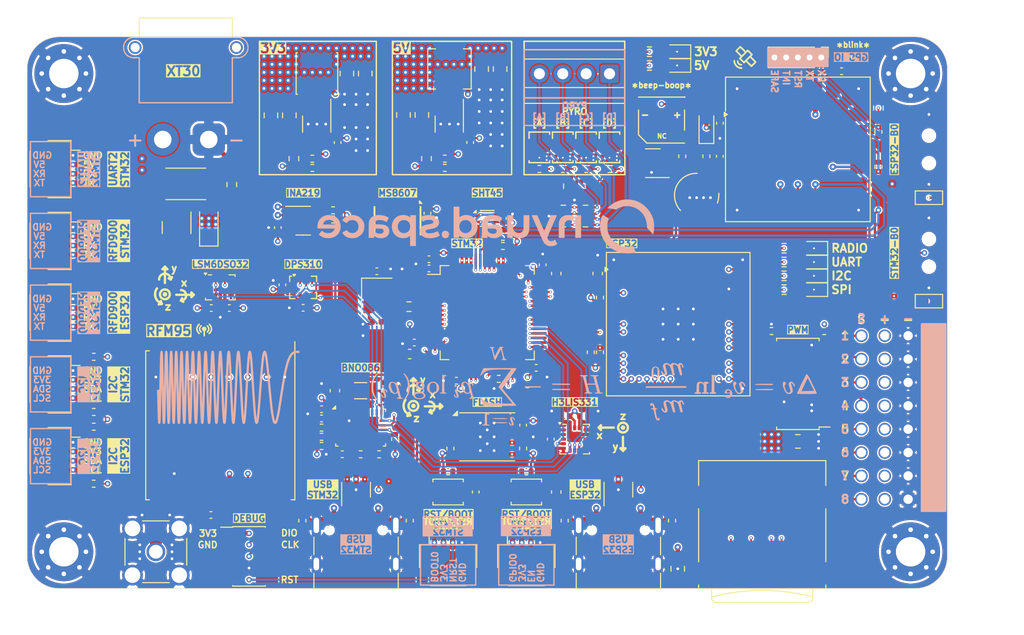
<source format=kicad_pcb>
(kicad_pcb (version 20241229) (generator "pcbnew") (generator_version "9.0")
  (layers (0 "F.Cu" signal) (4 "In1.Cu" signal) (6 "In2.Cu" signal) (8 "In3.Cu" signal) (10 "In4.Cu" signal) (2 "B.Cu" signal) (13 "F.Paste" user) (15 "B.Paste" user) (5 "F.SilkS" user "F.Silkscreen") (7 "B.SilkS" user "B.Silkscreen") (1 "F.Mask" user) (3 "B.Mask" user) (25 "Edge.Cuts" user))
  (net 0 "")
  (net 1 "RFM95W_ANT")
  (net 2 "GND")
  (net 3 "GPS_VBCKP")
  (net 4 "3.3V")
  (net 5 "Net-(STM32F4-VCAP_1)")
  (net 6 "Net-(STM32F4-VCAP_2)")
  (net 7 "STM32-HSE_IN")
  (net 8 "Net-(C9-Pad1)")
  (net 9 "F405_VDDA")
  (net 10 "STM32-NRST")
  (net 11 "ESP32-GPIO0")
  (net 12 "ESP32-EN")
  (net 13 "VIN")
  (net 14 "Net-(U10-VBST)")
  (net 15 "Net-(U10-SW)")
  (net 16 "5V")
  (net 17 "Net-(U11-SW)")
  (net 18 "Net-(U11-VBST)")
  (net 19 "Net-(U13-CAP)")
  (net 20 "Net-(U13-XIN32)")
  (net 21 "Net-(U13-XOUT32{slash}CLKSEL1)")
  (net 22 "Net-(D1-A)")
  (net 23 "Net-(D2-K)")
  (net 24 "VBUS")
  (net 25 "Net-(D4-A)")
  (net 26 "Net-(D5-A)")
  (net 27 "Net-(D6-A)")
  (net 28 "Net-(D7-A)")
  (net 29 "Net-(ESPBOOT0-K)")
  (net 31 "ESP32-RGB_IN")
  (net 32 "ESP32-I2C1_SDA")
  (net 35 "ESP32-I2C1_SCL")
  (net 36 "STM32-I2C2_SCL")
  (net 37 "STM32-I2C2_SDA")
  (net 40 "INA219_IN+")
  (net 41 "PYRO-TERM_B")
  (net 42 "PYRO-TERM_A")
  (net 43 "PYRO-TERM_C")
  (net 44 "PYRO-TERM_D")
  (net 45 "BNO086_MISO")
  (net 46 "Net-(RN1-R4.1)")
  (net 47 "SD_CS")
  (net 48 "BNO086_MOSI")
  (net 49 "Net-(RN1-R3.1)")
  (net 50 "BNO086_SCK")
  (net 51 "Net-(LED1-A)")
  (net 52 "Net-(LED2-A)")
  (net 53 "PWM6")
  (net 54 "PWM5")
  (net 55 "PWM4")
  (net 56 "PWM1")
  (net 57 "PWM0")
  (net 58 "PWM2")
  (net 59 "PWM7")
  (net 60 "PWM3")
  (net 61 "Net-(Q1-B)")
  (net 62 "Net-(RN1-R2.1)")
  (net 63 "Net-(RN1-R1.1)")
  (net 66 "INA219_IN-")
  (net 67 "Net-(STM32F4-PB2)")
  (net 68 "BUZZ_IN")
  (net 69 "STM32-HSE_OUT")
  (net 70 "Net-(STMBOOT0-A)")
  (net 71 "STM32-BOOT0")
  (net 72 "Net-(USB_STM32-CC1)")
  (net 73 "Net-(USB_STM32-CC2)")
  (net 74 "PYRO_D")
  (net 75 "PYRO_C")
  (net 76 "PYRO_B")
  (net 77 "PYRO_A")
  (net 78 "ESP32-I2C2_SDA")
  (net 79 "ESP32-I2C2_SCL")
  (net 80 "ESP32-TX2")
  (net 81 "ESP32-RX2")
  (net 82 "Net-(USB_ESP32-CC1)")
  (net 83 "Net-(USB_ESP32-CC2)")
  (net 84 "GPS_TX")
  (net 85 "Net-(SAM-M10Q1-TXD)")
  (net 86 "GPS_RX")
  (net 87 "Net-(SAM-M10Q1-RXD)")
  (net 88 "PULSE")
  (net 89 "FLASH_WP")
  (net 90 "FLASH_HOLD")
  (net 91 "GPS_SDA")
  (net 92 "GPS_SCL")
  (net 93 "Net-(U10-EN)")
  (net 94 "Net-(U10-VFB)")
  (net 95 "Net-(U11-EN)")
  (net 96 "Net-(U11-VFB)")
  (net 97 "RFD_900")
  (net 98 "CROSS_SPI")
  (net 99 "CROSS_I2C")
  (net 100 "CROSS_UART")
  (net 101 "Net-(U13-ENV_SCL)")
  (net 102 "Net-(U13-ENV_SDA)")
  (net 103 "Net-(U13-PS1)")
  (net 104 "Net-(U13-PS0{slash}WAKE)")
  (net 105 "Net-(U13-~{BOOT})")
  (net 106 "BNO086_RST")
  (net 107 "RFM95W_DI3")
  (net 108 "RFM95W_DI1")
  (net 109 "RFM95W_DI2")
  (net 110 "RFM95W_DI5")
  (net 111 "RFM95W_DI4")
  (net 112 "GPS_SAFE")
  (net 113 "GPS_RST")
  (net 114 "GPS_INT")
  (net 115 "ESP32-SPI1_CS0")
  (net 116 "ESP32-SPI1_MISO")
  (net 117 "ESP32-SPI1_MOSI")
  (net 118 "RFM95W_DI0")
  (net 119 "ESP32-SPI1_SCK")
  (net 120 "RFM95W_RST")
  (net 121 "V-TERM_D")
  (net 122 "V-TERM_B")
  (net 123 "V-TERM_A")
  (net 124 "V-TERM_C")
  (net 125 "FLASH_CLK")
  (net 127 "FLASH_SDO")
  (net 128 "STM32-UART2_RX")
  (net 130 "H3LIS331DL_CS")
  (net 132 "ESP32-SPI2_MISO")
  (net 133 "FLASH_CS")
  (net 134 "STM32-SWDIO")
  (net 136 "LSM6DSO32TR_CS")
  (net 137 "ESP32-SPI2_CS0")
  (net 138 "STM32-RGB_IN")
  (net 139 "ESP32-SPI2_SCK")
  (net 140 "STM32-UART1_TX")
  (net 141 "FLASH_SDI")
  (net 142 "DPS310_CSB")
  (net 144 "ESP32-SPI2_MOSI")
  (net 146 "BNO086_CS")
  (net 147 "STM32-UART1_RX")
  (net 148 "STM32_USB_D-")
  (net 149 "STM32_USB_D+")
  (net 150 "STM32-UART2_TX")
  (net 151 "STM32-SWCLK")
  (net 156 "USB1_D+")
  (net 157 "USB1_D-")
  (net 158 "ESP32-USB_D+")
  (net 159 "USB2_D-")
  (net 160 "ESP32-USB_D-")
  (net 161 "USB2_D+")
  (net 162 "H3LIS331DL_INT1")
  (net 163 "H3LIS331DL_INT2")
  (net 166 "LSM6DSO32TR_INT1")
  (net 167 "LSM6DSO32TR_SCx")
  (net 168 "LSM6DSO32TR_INT2")
  (net 169 "LSM6DSO32TR_SDx")
  (net 170 "ESP32-TX1")
  (net 171 "ESP32-RX0")
  (net 172 "ESP32-RX1")
  (net 173 "ESP32-TX0")
  (net 181 "BNO086_INT")
  (net 194 "Net-(INA219-A0)")
  (net 195 "Net-(INA219-A1)")
  (net 196 "unconnected-(PCA9685-LED10-Pad17)")
  (net 197 "Net-(PCA9685-A0)")
  (net 198 "Net-(PCA9685-~{OE})")
  (net 210 "Net-(R4-Pad2)")
  (net 215 "Net-(Q1-C)")
  (footprint "Capacitor_SMD:C_0402_1005Metric" (layer "F.Cu") (at 63.15 26.5 90)
    (property "Reference" "C34" (hide yes))
    (property "Value" "100nF")
  )
  (footprint "Capacitor_SMD:C_0603_1608Metric" (layer "F.Cu") (at 56.575 49.5 180)
    (property "Reference" "C11" (hide yes))
    (property "Value" "1uF")
  )
  (footprint "Resistor_SMD:R_0402_1005Metric" (layer "F.Cu") (at 66.7 37.75)
    (property "Reference" "R34" (hide yes))
    (property "Value" "4.7k")
  )
  (footprint "Resistor_SMD:R_0402_1005Metric" (layer "F.Cu") (at 69.25 62.25)
    (property "Reference" "R16" (hide yes))
    (property "Value" "5.1k")
  )
  (footprint "Connector_USB:USB_C_Receptacle_G-Switch_GT-USB-7010ASV" (layer "F.Cu") (at 50.75 71.25)
    (property "Reference" "USB_STM32" (hide yes))
    (property "Value" "USB_C_Receptacle_USB2.0")
  )
  (footprint "RF_Module:HOPERF_RFM9XW_SMD" (layer "F.Cu") (at 36 57.25 -90)
    (property "Reference" "RFM95" (hide yes))
    (property "Value" "RFM95W-915S2")
  )
  (footprint "Resistor_SMD:R_0402_1005Metric" (layer "F.Cu") (at 47 57.5)
    (property "Reference" "R60" (hide yes))
    (property "Value" "10k")
  )
  (footprint "Capacitor_SMD:C_0805_2012Metric" (layer "F.Cu") (at 55.9 23.5 -90)
    (property "Reference" "C32" (hide yes))
    (property "Value" "10uF")
  )
  (footprint "ML414H_IV01E:SEIKO_ML414H_IV01E" (layer "F.Cu") (at 87.75 32.25)
    (property "Reference" "BT1" (hide yes))
    (property "Value" "Battery_Cell")
  )
  (footprint "Capacitor_SMD:C_0402_1005Metric" (layer "F.Cu") (at 47 55.5 180)
    (property "Reference" "C46" (hide yes))
    (property "Value" "100nF")
  )
  (footprint "Package_LGA:LGA-28_5.2x3.8mm_P0.5mm" (layer "F.Cu") (at 51.25 57.5)
    (property "Reference" "U13" (hide yes))
    (property "Value" "BNO086")
  )
  (footprint "Resistor_SMD:R_0402_1005Metric" (layer "F.Cu") (at 95.8875 47 180)
    (property "Reference" "R27" (hide yes))
    (property "Value" "10k")
  )
  (footprint "Capacitor_SMD:C_0603_1608Metric" (layer "F.Cu") (at 54.05 53.4875 90)
    (property "Reference" "C45" (hide yes))
    (property "Value" "22pF")
  )
  (footprint "Capacitor_SMD:C_0805_2012Metric" (layer "F.Cu") (at 49.75 19 -90)
    (property "Reference" "C41" (hide yes))
    (property "Value" "22uF")
  )
  (footprint "Capacitor_SMD:C_0402_1005Metric" (layer "F.Cu") (at 73.5 56.25 180)
    (property "Reference" "C18" (hide yes))
    (property "Value" "100nF")
  )
  (footprint "Connector_JST:JST_SH_SM04B-SRSS-TB_1x04-1MP_P1.00mm_Horizontal" (layer "F.Cu") (at 18 29.4 -90)
    (property "Reference" "UART1-RFD-STM1" (hide yes))
    (property "Value" "SM04B-SRSS-TB(LF)(SN)")
  )
  (footprint "Capacitor_SMD:C_0805_2012Metric" (layer "F.Cu") (at 64.39 18.51 -90)
    (property "Reference" "C36" (hide yes))
    (property "Value" "22uF")
  )
  (footprint "SS-3292S-L2-B:SW-SMD_SS-3292S-L2-B" (layer "F.Cu") (at 112.5 27.25 90)
    (property "Reference" "ESP_B0" (hide yes))
    (property "Value" "SS-3292S-L2-B")
  )
  (footprint "Resistor_SMD:R_0402_1005Metric" (layer "F.Cu") (at 77.25 49.31 -90)
    (property "Reference" "R15" (hide yes))
    (property "Value" "4.7k")
  )
  (footprint "Package_TO_SOT_SMD:SOT-23-6" (layer "F.Cu") (at 50.75 64.25 90)
    (property "Reference" "U1" (hide yes))
    (property "Value" "USBLC6-2SC6")
  )
  (footprint "LED_SMD:LED_WS2812B-2020_PLCC4_2.0x2.0mm" (layer "F.Cu") (at 82.25 64.25 90)
    (property "Reference" "ESPRGB1" (hide yes))
    (property "Value" "WS2812B-2020")
  )
  (footprint "Resistor_SMD:R_0603_1608Metric" (layer "F.Cu") (at 110.5 31.75 -90)
    (property "Reference" "R12" (hide yes))
    (property "Value" "2.2k")
  )
  (footprint "Capacitor_SMD:C_0402_1005Metric" (layer "F.Cu") (at 63.75 64.5 -90)
    (property "Reference" "C12" (hide yes))
    (property "Value" "100nF")
  )
  (footprint "Resistor_SMD:R_0402_1005Metric" (layer "F.Cu") (at 78.285 29.375)
    (property "Reference" "R11" (hide yes))
    (property "Value" "330")
  )
  (footprint "Capacitor_SMD:C_0402_1005Metric" (layer "F.Cu") (at 71.9 58.75 -90)
    (property "Reference" "C16" (hide yes))
    (property "Value" "100nF")
  )
  (footprint "Capacitor_SMD:C_0805_2012Metric" (layer "F.Cu") (at 57.9 23.5 -90)
    (property "Reference" "C33" (hide yes))
    (property "Value" "10uF")
  )
  (footprint "Connector_JST:JST_SH_SM04B-SRSS-TB_1x04-1MP_P1.00mm_Horizontal" (layer "F.Cu") (at 69.25 72)
    (property "Reference" "RST-BOOT-ESP32" (hide yes))
    (property "Value" "SM04B-SRSS-TB(LF)(SN)")
  )
  (footprint "Capacitor_SMD:C_0402_1005Metric" (layer "F.Cu") (at 61.65 52.4 180)
    (property "Reference" "C7" (hide yes))
    (property "Value" "100nF")
  )
  (footprint "Resistor_SMD:R_0402_1005Metric" (layer "F.Cu") (at 48.25 33.875)
    (property "Reference" "R42" (hide yes))
    (property "Value" "10k")
  )
  (footprint "Package_TO_SOT_SMD:TSOT-23-6_HandSoldering" (layer "F.Cu") (at 60.9 24.5 -90)
    (property "Reference" "U10" (hide yes))
    (property "Value" "TPS562201DDCR")
  )
  (footprint "Resistor_SMD:R_0402_1005Metric" (layer "F.Cu") (at 56.585 67.615 90)
    (property "Reference" "R7" (hide yes))
    (property "Value" "5.1k")
  )
  (footprint "Connector_USB:USB_C_Receptacle_G-Switch_GT-USB-7010ASV" (layer "F.Cu") (at 79.25 71.25)
    (property "Reference" "USB_ESP32" (hide yes))
    (property "Value" "USB_C_Receptacle_USB2.0")
  )
  (footprint "SI5442DU_T1_GE3:SON_8DU-T1-GE3_VIS" (layer "F.Cu") (at 70.665 27.025)
    (property "Reference" "U14" (hide yes))
    (property "Value" "SI5448DU-T1-GE3")
  )
  (footprint "MountingHole:MountingHole_3.2mm_M3_Pad_Via" (layer "F.Cu") (at 19 19)
    (property "Reference" "H1" (hide yes))
    (property "Value" "MountingHole_Pad")
  )
  (footprint "Connector_Coaxial:SMA_Amphenol_901-144_Vertical" (layer "F.Cu") (at 29 71 180)
    (property "Reference" "ANT1" (hide yes))
    (property "Value" "Antenna_Shield")
  )
  (footprint "LED_SMD:LED_0603_1608Metric" (layer "F.Cu") (at 100.5 42.5 180)
    (property "Reference" "D5" (hide yes))
    (property "Value" "LED")
  )
  (footprint "Connector_JST:JST_SH_SM04B-SRSS-TB_1x04-1MP_P1.00mm_Horizontal" (layer "F.Cu") (at 60.75 72)
    (property "Reference" "RST-BOOT-STM32" (hide yes))
    (property "Value" "SM04B-SRSS-TB(LF)(SN)")
  )
  (footprint "Connector_Card:microSD_HC_Wuerth_693072010801" (layer "F.Cu") (at 94.875 69.2 180)
    (property "Reference" "SD1" (hide yes))
    (property "Value" "Micro_SD_Card")
  )
  (footprint "Capacitor_SMD:C_0402_1005Metric" (layer "F.Cu") (at 53 46 180)
    (property "Reference" "C9" (hide yes))
    (property "Value" "10pF")
  )
  (footprint "Diode_SMD:D_SOD-323" (layer "F.Cu") (at 88.8125 25 90)
    (property "Reference" "D2" (hide yes))
    (property "Value" "0.5A/40V/420mV")
  )
  (footprint "Resistor_SMD:R_0603_1608Metric" (layer "F.Cu") (at 82.625 16.625)
    (property "Reference" "R46" (hide yes))
    (property "Value" "2.2k")
  )
  (footprint "Capacitor_SMD:C_0603_1608Metric" (layer "F.Cu") (at 72.5 40.75 90)
    (property "Reference" "C2" (hide yes))
    (property "Value" "2.2uF")
  )
  (footprint "Inductor_SMD:L_0402_1005Metric" (layer "F.Cu") (at 57.075 47.25 180)
    (property "Reference" "FB1" (hide yes))
    (property "Value" "600Ω")
  )
  (footprint "Resistor_SMD:R_0402_1005Metric" (layer "F.Cu") (at 47 59.5)
    (property "Reference" "R59" (hide yes))
    (property "Value" "10k")
  )
  (footprint "Connector_JST:JST_SH_SM04B-SRSS-TB_1x04-1MP_P1.00mm_Horizontal" (layer "F.Cu") (at 18 60.6 -90)
    (property "Reference" "I2C-ESP1" (hide yes))
    (property "Value" "SM04B-SRSS-TB(LF)(SN)")
  )
  (footprint "LED_SMD:LED_0603_1608Metric" (layer "F.Cu") (at 85.625 18.125 180)
    (property "Reference" "LED1" (hide yes))
    (property "Value" "R")
  )
  (footprint "Resistor_SMD:R_0402_1005Metric" (layer "F.Cu") (at 55 58.75 -90)
    (property "Reference" "R57" (hide yes))
    (property "Value" "4.7k")
  )
  (footprint "Resistor_SMD:R_0402_1005Metric" (layer "F.Cu") (at 101.6125 47)
    (property "Reference" "R28" (hide yes))
    (property "Value" "10k")
  )
  (footprint "Capacitor_SMD:C_0402_1005Metric" (layer "F.Cu") (at 47 56.5 180)
    (property "Reference" "C47" (hide yes))
    (property "Value" "100nF")
  )
  (footprint "Resistor_SMD:R_0402_1005Metric" (layer "F.Cu") (at 47 58.5)
    (property "Reference" "R58" (hide yes))
    (property "Value" "10k")
  )
  (footprint "SI5442DU_T1_GE3:SON_8DU-T1-GE3_VIS" (layer "F.Cu") (at 73.205 27.025)
    (property "Reference" "U12" (hide yes))
    (property "Value" "SI5448DU-T1-GE3")
  )
  (footprint "Resistor_SMD:R_0402_1005Metric" (layer "F.Cu") (at 53.25 60.4 180)
    (property "Reference" "R56" (hide yes))
    (property "Value" "4.7k")
  )
  (footprint "Capacitor_SMD:C_0402_1005Metric" (layer "F.Cu") (at 57.075 48.25 180)
    (property "Reference" "C10" (hide yes))
    (property "Value" "100nF")
  )
  (footprint "Resistor_SMD:R_0402_1005Metric" (layer "F.Cu") (at 66.25 52.2)
    (property "Reference" "R1" (hide yes))
    (property "Value" "10k")
  )
  (footprint "Resistor_SMD:R_0402_1005Metric" (layer "F.Cu") (at 22.25 49.8)
    (property "Reference" "R29" (hide yes))
    (property "Value" "10k")
  )
  (footprint "Button_Switch_SMD:SW_SPST_B3U-1000P" (layer "F.Cu") (at 60.75 64.5)
    (property "Reference" "STM_RST1" (hide yes))
    (property "Value" "SW_Push")
  )
  (footprint "MountingHole:MountingHole_3.2mm_M3_Pad_Via" (layer "F.Cu") (at 111 71)
    (property "Reference" "H3" (hide yes))
    (property "Value" "MountingHole_Pad")
  )
  (footprint "MountingHole:MountingHole_3.2mm_M3_Pad_Via" (layer "F.Cu") (at 19 71)
    (property "Reference" "H2" (hide yes))
    (property "Value" "MountingHole_Pad")
  )
  (footprint "Resistor_SMD:R_0402_1005Metric" (layer "F.Cu") (at 70.665 29.375)
    (property "Reference" "R8" (hide yes))
    (property "Value" "330")
  )
  (footprint "Capacitor_SMD:C_0402_1005Metric" (layer "F.Cu") (at 66.7 34.75 90)
    (property "Reference" "C31" (hide yes))
    (property "Value" "100nF")
  )
  (footprint "Button_Switch_SMD:SW_SPST_B3U-1000P" (layer "F.Cu") (at 69.25 64.5)
    (property "Reference" "ESP_RST1" (hide yes))
    (property "Value" "SW_Push")
  )
  (footprint "Resistor_SMD:R_0402_1005Metric" (layer "F.Cu") (at 22.25 55.8)
    (property "Reference" "R30" (hide yes))
    (property "Value" "10k")
  )
  (footprint "DPS310:XDCR_DPS310" (layer "F.Cu") (at 45 42.25)
    (property "Reference" "U4" (hide yes))
    (property "Value" "DPS310")
  )
  (footprint "LED_SMD:LED_0603_1608Metric" (layer "F.Cu") (at 112.98755 32.5)
    (property "Reference" "ESPBOOT0" (hide yes))
    (property "Value" "G")
  )
  (footprint "Resistor_SMD:R_0402_1005Metric" (layer "F.Cu") (at 88.8125 28 90)
    (property "Reference" "R24" (hide yes))
    (property "Value" "3.3k")
  )
  (footprint "Resistor_SMD:R_0603_1608Metric" (layer "F.Cu") (at 37.25 31.075 90)
    (property "Reference" "R41" (hide yes))
    (property "Value" "100k")
  )
  (footprint "Resistor_SMD:R_0402_1005Metric" (layer "F.Cu") (at 60.39 29.26 180)
    (property "Reference" "R36" (hide yes))
    (property "Value" "54.9k")
  )
  (footprint "Resistor_SMD:R_0603_1608Metric" (layer "F.Cu") (at 97.25 39.5 180)
    (property "Reference" "R50" (hide yes))
    (property "Value" "2.2k")
  )
  (footprint "Resistor_SMD:R_0402_1005Metric" (layer "F.Cu") (at 85.08 67.615 90)
    (property "Reference" "R20" (hide yes))
    (property "Value" "5.1k")
  )
  (footprint "Resistor_SMD:R_0402_1005Metric" (layer "F.Cu") (at 22.25 63.6)
    (property "Reference" "R32" (hide yes))
    (property "Value" "10k")
  )
  (footprint "Connector_AMASS:AMASS_XT30PW-M_1x02_P2.50mm_Horizontal" (layer "F.Cu") (at 34.75 26.175)
    (property "Reference" "XT30" (hide yes))
    (property "Value" "XT30PW-M")
  )
  (footprint "Resistor_SMD:R_0402_1005Metric" (layer "F.Cu") (at 46 29.26 180)
    (property "Reference" "R39" (hide yes))
    (property "Value" "33.2k")
  )
  (footprint "Capacitor_SMD:C_0402_1005Metric" (layer "F.Cu") (at 42.75 41.975 90)
    (property "Reference" "C20" (hide yes))
    (property "Value" "100nF")
  )
  (footprint "Package_TO_SOT_SMD:SOT-23" (layer "F.Cu") (at 31.25 35.75 -90)
    (property "Reference" "Q6" (hide yes))
    (property "Value" "AO3401A")
  )
  (footprint "Package_LGA:LGA-14_3x2.5mm_P0.5mm_LayoutBorder3x4y" (layer "F.Cu") (at 36 42.25)
    (property "Reference" "U6" (hide yes))
    (property "Value" "LSM6DSO32TR")
  )
  (footprint "LED_SMD:LED_0603_1608Metric" (layer "F.Cu") (at 100.5 39.5 180)
    (property "Reference" "D7" (hide yes))
    (property "Value" "LED")
  )
  (footprint "Resistor_SMD:R_0402_1005Metric" (layer "F.Cu") (at 76.25 49.31 -90)
    (property "Reference" "R14" (hide yes))
    (property "Value" "4.7k")
  )
  (footprint "Capacitor_SMD:C_0402_1005Metric" (layer "F.Cu") (at 103.5 18.75)
    (property "Reference" "C22" (hide yes))
    (property "Value" "100nF")
  )
  (footprint "Resistor_SMD:R_0603_1608Metric" (layer "F.Cu") (at 107.5 22.75 -90)
    (property "Reference" "R23" (hide yes))
    (property "Value" "2.2k")
  )
  (footprint "Capacitor_SMD:C_0805_2012Metric" (layer "F.Cu") (at 51.75 19 -90)
    (property "Reference" "C40" (hide yes))
    (property "Value" "22uF")
  )
  (footprint "TSW-108-08-T-T-RA:SAMTEC_TSW-108-08-T-T-RA" (layer "F.Cu") (at 113.5 56.4 90)
    (property "Reference" "PWM1" (hide yes))
    (property "Value" "24-Pin 8x3 Male Header - Angle")
  )
  (footprint "Capacitor_SMD:C_0805_2012Metric" (layer "F.Cu") (at 98.75 59)
    (property "Reference" "C25" (hide yes))
    (property "Value" "10uF")
  )
  (footprint "Diode_SMD:D_SOD-123" (layer "F.Cu") (at 34.75 35.4 90)
    (property "Reference" "D3" (hide yes))
    (property "Value" "FUXINSEMI DSK34")
  )
  (footprint "Package_TO_SOT_SMD:SOT-23-3" (layer "F.Cu") (at 82.9875 28.75 180)
    (property "Reference" "Q1" (hide yes))
    (property "Value" "S8050_C2146")
  )
  (footprint "Crystal:Crystal_SMD_Abracon_ABM8G-4Pin_3.2x2.5mm" (layer "F.Cu") (at 53 43.25 -90)
    (property "Reference" "HSE1" (hide yes))
    (property "Value" "25MHz")
  )
  (footprint "Resistor_SMD:R_0402_1005Metric" (layer "F.Cu") (at 46 28.26)
    (property "Reference" "R40" (hide yes))
    (property "Value" "10k")
  )
  (footprint "SI5442DU_T1_GE3:SON_8DU-T1-GE3_VIS" (layer "F.Cu") (at 78.285 27.025)
    (property "Reference" "U3" (hide yes))
    (property "Value" "SI5448DU-T1-GE3")
  )
  (footprint "Resistor_SMD:R_0603_1608Metric" (layer "F.Cu") (at 110.5 43 90)
    (property "Reference" "R4" (hide yes))
    (property "Value" "2.2K")
  )
  (footprint "Capacitor_SMD:C_0402_1005Metric" (layer "F.Cu") (at 35.02 44.5)
    (property "Reference" "C26" (hide yes))
    (property "Value" "100nF")
  )
  (footprint "Capacitor_SMD:C_0805_2012Metric" (layer "F.Cu") (at 41.5 23.55 -90)
    (property "Reference" "C37" (hide yes))
    (property "Value" "10uF")
  )
  (footprint "Connector_JST:JST_SH_SM04B-SRSS-TB_1x04-1MP_P1.00mm_Horizontal" (layer "F.Cu") (at 18 37.2 -90)
    (property "Reference" "UART2-STM1" (hide yes))
    (property "Value" "SM04B-SRSS-TB(LF)(SN)")
  )
  (footprint "Package_TO_SOT_SMD:SOT-23-6" (layer "F.Cu") (at 79.25 64.25 90)
    (property "Reference" "U2" (hide yes))
    (property "Value" "USBLC6-2SC6")
  )
  (footprint "Capacitor_SMD:C_0603_1608Metric" (layer "F.Cu") (at 72.5 64.5 -90)
    (property "Reference" "C14" (hide yes))
    (property "Value" "1uF")
  )
  (footprint "Resistor_SMD:R_0603_1608Metric" (layer "F.Cu") (at 97.25 42.5 180)
    (property "Reference" "R48" (hide yes))
    (property "Value" "2.2k")
  )
  (footprint "Capacitor_SMD:C_0402_1005Metric" (layer "F.Cu") (at 42.25 35.75 90)
    (property "Reference" "C42" (hide yes))
    (property "Value" "100nF")
  )
  (footprint "LED_SMD:LED_0603_1608Metric" (layer "F.Cu") (at 112.98755 43.75 180)
    (property "Reference" "STMBOOT0" (hide yes))
    (property "Value" "LED")
  )
  (footprint "Resistor_SMD:R_0402_1005Metric" (layer "F.Cu") (at 48.25 34.875)
    (property "Reference" "R43" (hide yes))
    (property "Value" "10k")
  )
  (footprint "LED_SMD:LED_0603_1608Metric" (layer "F.Cu") (at 100.5 38 180)
    (property "Reference" "D4" (hide yes))
    (property "Value" "LED")
  )
  (footprint "Capacitor_SMD:C_0603_1608Metric" (layer "F.Cu") (at 48.45 53.4875 90)
    (property "Reference" "C44" (hide yes))
    (property "Value" "22pF")
  )
  (footprint "Resistor_SMD:R_0402_1005Metric" (layer "F.Cu") (at 86.1875 28 -90)
    (property "Reference" "R2" (hide yes))
    (property "Value" "1k")
  )
  (footprint "SI5442DU_T1_GE3:SON_8DU-T1-GE3_VIS" (layer "F.Cu") (at 75.745 27.025)
    (property "Reference" "U7" (hide yes))
    (property "Value" "SI5448DU-T1-GE3")
  )
  (footprint "Capacitor_SMD:C_0402_1005Metric" (layer "F.Cu") (at 58.675 40.195 180)
    (property "Reference" "C5" (hide yes))
    (property "Value" "100nF")
  )
  (footprint "Resistor_SMD:R_0402_1005Metric" (layer "F.Cu") (at 73.205 29.375)
    (property "Reference" "R9" (hide yes))
    (property "Value" "330")
  )
  (footprint "Package_LGA:LGA-16_3x3mm_P0.5mm_LayoutBorder3x5y" (layer "F.Cu") (at 74.5 58.75)
    (property "Reference" "U5" (hide yes))
    (property "Value" "H3LIS331DL")
  )
  (footprint "Inductor_SMD:L_Changjiang_FXL0420" (layer "F.Cu") (at 60.9 18.5 90)
    (property "Reference" "L1" (hide yes))
    (property "Value" "4.7uH")
  )
  (footprint "Crystal:Crystal_SMD_3215-2Pin_3.2x1.5mm" (layer "F.Cu") (at 51.25 53.4875)
    (property "Reference" "Y1" (hide yes))
    (property "Value" "32.768kHz")
  )
  (footprint "Connector_PinHeader_1.27mm:PinHeader_1x05_P1.27mm_Vertical" (layer "F.Cu") (at 101.29 17.25 -90)
    (property "Reference" "GPS_IO1" (hide yes))
    (property "Value" "Conn_01x05_Pin")
  )
  (footprint "Resistor_SMD:R_Array_Convex_4x0402" (layer "F.Cu") (at 74.475 31.25 -90)
    (property "Reference" "RN1" (hide yes))
    (property "Value" "10k")
  )
  (footprint "Resistor_SMD:R_0402_1005Metric" (layer "F.Cu") (at 107.5 29.15 90)
    (property "Reference" "R21" (hide yes))
    (property "Value" "470")
  )
  (footprint "Inductor_SMD:L_Changjiang_FNR4030S" (layer "F.Cu") (at 46.5 19 90)
    (property "Reference" "L2" (hide yes))
    (property "Value" "3.3uH")
  )
  (footprint "SS-3292S-L2-B:SW-SMD_SS-3292S-L2-B" (layer "F.Cu") (at 112.5 38.5 90)
    (property "Reference" "STM_B0" (hide yes))
    (property "Value" "SS-3292S-L2-B")
  )
  (footprint "Capacitor_SMD:C_0603_1608Metric" (layer "F.Cu") (at 109 31.75 -90)
    (property "Reference" "C13" (hide yes))
    (property "Value" "1uF")
  )
  (footprint "Resistor_SMD:R_0603_1608Metric" (layer "F.Cu") (at 97.25 38 180)
    (property "Reference" "R47" (hide yes))
    (property "Value" "2.2k")
  )
  (footprint "LED_SMD:LED_WS2812B-2020_PLCC4_2.0x2.0mm" (layer "F.Cu") (at 53.75 64.25 90)
    (property "Reference" "STMRGB1" (hide yes))
    (property "Value" "WS2812B-2020")
  )
  (footprint "Capacitor_SMD:C_0402_1005Metric" (layer "F.Cu") (at 58.675 39.195 180)
    (property "Reference" "C4" (hide yes))
    (property "Value" "100nF")
  )
  (footprint "Resistor_SMD:R_0402_1005Metric" (layer "F.Cu") (at 66.7 36.75)
    (property "Reference" "R33" (hide yes))
    (property "Value" "4.7k")
  )
  (footprint "MS8607-02BA01:MS8607-02BA01" (layer "F.Cu") (at 55.25 35 -90)
    (property "Reference" "U8" (hide yes))
    (property "Value" "MS860702BA01-50")
  )
  (footprint "TerminalBlock:TerminalBlock_Xinya_XY308-2.54-4P_1x04_P2.54mm_Horizontal" (layer "F.Cu") (at 78.285 19.025 180)
    (property "Reference" "PYRO1" (hide yes))
    (property "Value" "Screw_Terminal_01x04")
  )
  (footprint "Resistor_SMD:R_0603_1608Metric" (layer "F.Cu") (at 97.25 41 180)
    (property "Reference" "R49" (hide yes))
    (property "Value" "2.2k")
  )
  (footprint "Capacitor_SMD:C_0402_1005Metric" (layer "F.Cu") (at 36.98 44.5 180)
    (property "Reference" "C27" (hide yes))
    (property "Value" "100nF")
  )
  (footprint "Package_TO_SOT_SMD:SOT-23-8" (layer "F.Cu") (at 45 35)
    (property "Reference" "INA219" (hide yes))
    (property "Value" "INA219AxDCN")
  )
  (footprint "MountingHole:MountingHole_3.2mm_M3_Pad_Via" (layer "F.Cu") (at 111 19)
    (property "Reference" "H4" (hide yes))
    (property "Value" "MountingHole_Pad")
  )
  (footprint "Resistor_SMD:R_0402_1005Metric" (layer "F.Cu") (at 51.25 60.4 180)
    (property "Reference" "R61" (hide yes))
    (property "Value" "10k")
  )
  (footprint "LOGO" (layer "F.Cu") (at 93 17.25)
    (property "Reference" "G2" (hide yes))
    (property "Value" "LOGO" (hide yes))
  )
  (footprint "RF_Module:ESP32-S2-MINI-1U" (layer "F.Cu") (at 85.75 46.25)
    (property "Reference" "ESP32-S3" (hide yes))
    (property "Value" "ESP32-S3-MINI-1U")
  )
  (footprint "Capacitor_SMD:C_0402_1005Metric" (layer "F.Cu") (at 48.75 26.5 90)
    (property "Reference" "C39" (hide yes))
    (property "Value" "100nF")
  )
  (footprint "Capacitor_SMD:C_0402_1005Metric" (layer "F.Cu") (at 70.325 51)
    (property "Reference" "C6" (hide yes))
    (property "Value" "100nF")
  )
  (footprint "Resistor_SMD:R_Array_Convex_4x0402" (layer "F.Cu") (at 73.275 34.5)
    (property "Reference" "RN2" (hide yes))
    (property "Value" "47k")
  )
  (footprint "Connector_JST:JST_SH_SM04B-SRSS-TB_1x04-1MP_P1.00mm_Horizontal" (layer "F.Cu") (at 18 52.8 -90)
    (property "Reference" "I2C-STM1" (hide yes))
    (property "Value" "SM04B-SRSS-TB(LF)(SN)")
  )
  (footprint "Resistor_SMD:R_0402_1005Metric" (layer "F.Cu") (at 61 59.77 90)
    (property "Reference" "R25" (hide yes))
    (property "Value" "10k")
  )
  (footprint "Connector_PinHeader_1.27mm:PinHeader_2x05_P1.27mm_Vertical_SMD" (layer "F.Cu") (at 39.125 71.5)
    (property "Reference" "SWD1" (hide yes))
    (property "Value" "Conn_02x05_Odd_Even")
  )
  (footprint "Resistor_SMD:R_0402_1005Metric" (layer "F.Cu") (at 22.25 57.4)
    (property "Reference" "R31" (hide yes))
    (property "Value" "10k")
  )
  (footprint "LED_SMD:LED_0603_1608Metric" (layer "F.Cu") (at 100.5 41 180)
    (property "Reference" "D6" (hide yes))
    (property "Value" "LED")
  )
  (footprint "LOGO" (layer "F.Cu") (at 34.25 46.85)
    (property "Reference" "G***" (hide yes))
    (property "Value" "LOGO" (hide yes))
  )
  (footprint "Package_SO:TSSOP-28_4.4x9.7mm_P0.65mm" (layer "F.Cu") (at 98.75 52.75 180)
    (property "Reference" "PCA9685" (hide yes))
    (property "Value" "PCA9685PW")
  )
  (footprint "Resistor_SMD:R_0402_1005Metric" (layer "F.Cu") (at 60.75 62.25 180)
    (property "Reference" "R55" (hide yes))
    (property "Value" "5.1k")
  )
  (footprint "Resistor_SMD:R_0402_1005Metric" (layer "F.Cu") (at 44.915 67.615 -90)
    (property "Reference" "R6" (hide yes))
    (property "Value" "5.1k")
  )
  (footprint "Capacitor_SMD:C_0402_1005Metric" (layer "F.Cu") (at 68.9 57.23 -90)
    (property "Reference" "C24" (hide yes))
    (property "Value" "100nF")
  )
  (footprint "Connector_JST:JST_SH_SM04B-SRSS-TB_1x04-1MP_P1.00mm_Horizontal" (layer "F.Cu") (at 18 45 -90)
    (property "Reference" "UART1-RFD-ESP1" (hide yes))
    (property "Value" "SM04B-SRSS-TB(LF)(SN)")
  )
  (footprint "Resistor_SMD:R_0402_1005Metric" (layer "F.Cu") (at 75.745 29.375)
    (property "Reference" "R10" (hide yes))
    (property "Value" "330")
  )
  (footprint "Resistor_SMD:R_Array_Convex_4x0402" (layer "F.Cu") (at 75.675 34.5)
    (property "Reference" "RN3" (hide yes))
    (property "Value" "270k")
  )
  (footprint "Resistor_SMD:R_0402_1005Metric" (layer "F.Cu") (at 77.25 43.36 -90)
    (property "Reference" "R13" (hide yes))
    (property "Value" "10k")
  )
  (footprint "Capacitor_SMD:C_0402_1005Metric" (layer "F.Cu") (at 45 44.475 180)
    (property "Reference" "C19" (hide yes))
    (property "Value" "100nF")
  )
  (footprint "Capacitor_SMD:C_0603_1608Metric" (layer "F.Cu") (at 77 40.75 90)
    (property "Reference" "C15" (hide yes))
    (property "Value" "10uF")
  )
  (footprint "Capacitor_SMD:C_0402_1005Metric" (layer "F.Cu") (at 58.5 34.1875 -90)
    (property "Reference" "C30" (hide yes))
    (property "Value" "100nF")
  )
  (footprint "Capacitor_SMD:C_0402_1005Metric" (layer "F.Cu") (at 90.275 24.4 90)
    (property "Reference" "C21" (hide yes))
    (property "Value" "100nF")
  )
  (footprint "Resistor_SMD:R_0603_1608Metric" (layer "F.Cu") (at 58.4 28.25 -90)
    (property "Reference" "R35" (hide yes))
    (property "Value" "100k")
  )
  (footprint "Capacitor_SMD:C_0603_1608Metric" (layer "F.Cu") (at 69.375 52.65)
    (property "Reference" "C1" (hide yes))
    (property "Value" "2.2uF")
  )
  (footprint "Capacitor_SMD:C_0805_2012Metric" (layer "F.Cu") (at 66.4 18.51 -90)
    (property "Reference" "C35" (hide yes))
    (property "Value" "22uF")
  )
  (footprint "RF_GPS:ublox_SAM-M8Q" (layer "F.Cu") (at 98.75 27.25)
    (property "Reference" "SAM-M10Q1" (hide yes))
    (property "Value" "SAM-M10Q-00B")
  )
  (footprint "Capacitor_SMD:C_0402_1005Metric" (layer "F.Cu") (at 34.98 67 180)
    (property "Reference" "C28" (hide yes))
    (property "Value" "100nF")
  )
  (footprint "Capacitor_SMD:C_0805_2012Metric" (layer "F.Cu") (at 85.7 72.85 -90)
    (property "Reference" "C29" (hide yes))
    (property "Value" "10uF")
  )
  (footprint "Capacitor_SMD:C_0805_2012Metric" (layer "F.Cu") (at 43.5 23.55 -90)
    (property "Reference" "C38" (hide yes))
    (property "Value" "10uF")
  )
  (footprint "Resistor_SMD:R_0402_1005Metric" (layer "F.Cu") (at 109.2 42.685 90)
    (property "Reference" "R5" (hide yes))
    (property "Value" "10k")
  )
  (footprint "LED_SMD:LED_0603_1608Metric" (layer "F.Cu") (at 104.625 17.25)
    (property "Reference" "D1" (hide yes))
    (property "Value" "PULSE_LED")
  )
  (footprint "Package_SON:WSON-8-1EP_6x5mm_P1.27mm_EP3.4x4.3mm" (layer "F.Cu") (at 65 58.5)
    (property "Reference" "U15" (hide yes))
    (property "Value" "W25Q128JVP")
  )
  (footprint "Resistor_SMD:R_0603_1608Metric" (layer "F.Cu") (at 44 28.25 -90)
    (property "Reference" "R38" (hide yes))
    (property "Value" "100k")
  )
  (footprint "Capacitor_SMD:C_0402_1005Metric" (layer "F.Cu") (at 49.25 60.4 180)
    (property "Reference" "C43" (hide yes))
    (property "Value" "100nF")
  )
  (footprint "Resistor_SMD:R_0603_1608Metric" (layer "F.Cu") (at 82.625 18.125)
    (property "Reference" "R45" (hide yes))
    (property "Value" "2.2k")
  )
  (footprint "Capacitor_SMD:C_0402_1005Metric" (layer "F.Cu") (at 75.52 56.25)
    (property "Reference" "C17" (hide yes))
    (property "Value" "100nF")
  )
  (footprint "Package_TO_SOT_SMD:TSOT-23-6_HandSoldering" (layer "F.Cu") (at 46.5 24.5 -90)
    (property "Reference" "U11" (hide yes))
    (property "Value" "TPS562201DDCR")
  )
  (footprint "Capacitor_SMD:C_0402_1005Metric" (layer "F.Cu") (at 90.275 28 90)
    (property "Reference" "C23" (hide yes))
    (property "Value" "100nF")
  )
  (footprint "LED_SMD:LED_0603_1608Metric" (layer "F.Cu") (at 85.625 16.625 180)
    (property "Reference" "LED2" (hide yes))
    (property "Value" "R")
  )
  (footprint "Capacitor_SMD:C_0402_1005Metric" (layer "F.Cu") (at 53 40.5 180)
    (property "Reference" "C8" (hide yes))
    (property "Value" "10pF")
  )
  (footprint "FUET-5030:BUZ-SMD_FST-5030" (layer "F.Cu") (at 83.9375 24.0625 180)
    (property "Reference" "BUZ1" (hide yes))
    (property "Value" "FST-5030")
  )
  (footprint "LOGO" (layer "F.Cu") (at 105.125 70.125)
    (property "Reference" "G***" (hide yes))
    (property "Value" "LOGO" (hide yes))
  )
  (footprint "Resistor_SMD:R_0402_1005Metric" (layer "F.Cu") (at 73.415 67.615 -90)
    (property "Reference" "R19" (hide yes))
    (property "Value" "5.1k")
  )
  (footprint "Resistor_SMD:R_0603_1608Metric" (layer "F.Cu") (at 56.5 44.35 180)
    (property "Reference" "R3" (hide yes))
    (property "Value" "620")
  )
  (footprint "Capacitor_SMD:C_0402_1005Metric" (layer "F.Cu") (at 71.025 39.8 90)
    (property "Reference" "C3" (hide yes))
    (property "Value" "100nF")
  )
  (footprint "LOGO" (layer "F.Cu") (at 87.625 57.375)
    (property "Reference" "G***" (hide yes))
    (property "Value" "LOGO" (hide yes))
  )
  (footprint "Resistor_SMD:R_2512_6332Metric" (layer "F.Cu") (at 32.25 31 180)
    (property "Reference" "R44" (hide yes))
    (property "Value" "0.01")
  )
  (footprint "Package_QFP:LQFP-64_10x10mm_P0.5mm" (layer "F.Cu") (at 65 45)
    (property "Reference" "STM32F4" (hide yes))
    (property "Value" "STM32F405RGTx")
  )
  (footprint "Sensor_Humidity:Sensirion_DFN-4_1.5x1.5mm_P0.8mm_SHT4x_NoCentralPad" (layer "F.Cu") (at 65 34.75)
    (property "Reference" "U9" (hide yes))
    (property "Value" "SHT45-AD1B-R2")
  )
  (footprint "Resistor_SMD:R_0402_1005Metric" (layer "F.Cu") (at 60.39 28.26)
    (property "Reference" "R37" (hide yes))
    (property "Value" "10k")
  )
  (footprint "Resistor_SMD:R_0402_1005Metric" (layer "F.Cu") (at 68.9 59.77 90)
    (property "Reference" "R26" (hide yes))
    (property "Value" "10k")
  )
  (footprint "Resistor_SMD:R_0402_1005Metric" (layer "F.Cu") (at 107.5 25.35 90)
    (property "Reference" "R22" (hide yes))
    (property "Value" "470")
  )
  (footprint "LOGO" (layer "B.Cu") (at 90.331916 53.625 180)
    (property "Reference" "G***" (hide yes))
    (property "Value" "LOGO" (hide yes))
  )
  (footprint "LOGO" (layer "B.Cu") (at 36.75 53.125 180)
    (property "Reference" "G***" (hide yes))
    (property "Value" "LOGO" (hide yes))
  )
  (footprint "LOGO" (layer "B.Cu") (at 64.623556 52.742472 180)
    (property "Reference" "G***" (hide yes))
    (property "Value" "LOGO" (hide yes))
  )
  (footprint "LOGO" (layer "B.Cu") (at 65 35.625 180)
    (property "Reference" "G***" (hide yes))
    (property "Value" "LOGO" (hide yes))
  )
  (gr_circle (center 29.980537 43.011755) (end 29.853537 43.011755) (stroke (width 0.254)) (fill no) (layer "F.SilkS"))
  (gr_line (start 29.983712 40.001855) (end 29.983712 41.779855) (stroke (width 0.254)) (layer "F.SilkS"))
  (gr_arc (start 56.348716 53.525975) (mid 56.983716 52.890975) (end 57.618716 53.525975) (stroke (width 0.254)) (layer "F.SilkS"))
  (gr_rect (start 54.7 15.5) (end 67.65 30) (stroke (width 0.15)) (fill no) (layer "F.SilkS"))
  (gr_line (start 58.720441 55.8215) (end 58.974441 55.9485) (stroke (width 0.254)) (layer "F.SilkS"))
  (gr_line (start 57.618716 53.525975) (end 57.745716 53.271975) (stroke (width 0.254)) (layer "F.SilkS"))
  (gr_line (start 30.618712 41.398855) (end 30.745712 41.144855) (stroke (width 0.254)) (layer "F.SilkS"))
  (gr_line (start 29.983712 40.001855) (end 30.237712 40.255855) (stroke (width 0.254)) (layer "F.SilkS"))
  (gr_line (start 56.983716 52.128975) (end 57.237716 52.382975) (stroke (width 0.254)) (layer "F.SilkS"))
  (gr_line (start 31.720437 43.69438) (end 31.847437 43.44038) (stroke (width 0.254)) (layer "F.SilkS"))
  (gr_line (start 56.704316 52.408375) (end 57.263116 52.408375) (stroke (width 0.254)) (layer "F.SilkS"))
  (gr_line (start 56.656691 56.18345) (end 56.323316 56.231075) (stroke (width 0.254)) (layer "F.SilkS"))
  (gr_line (start 77.349 57.246) (end 77.349 57.754) (stroke (width 0.254)) (layer "F.SilkS"))
  (gr_line (start 77.095 57.5) (end 78.75 57.5) (stroke (width 0.254)) (layer "F.SilkS"))
  (gr_circle (center 79.75 57.5) (end 79.877 57.5) (stroke (width 0.254)) (fill no) (layer "F.SilkS"))
  (gr_line (start 77.095 57.5) (end 77.349 57.246) (stroke (width 0.254)) (layer "F.SilkS"))
  (gr_line (start 33.117437 43.05938) (end 32.863437 43.31338) (stroke (width 0.254)) (layer "F.SilkS"))
  (gr_line (start 77.095 57.5) (end 77.349 57.754) (stroke (width 0.254)) (layer "F.SilkS"))
  (gr_line (start 60.117441 55.1865) (end 59.863441 54.9325) (stroke (width 0.254)) (layer "F.SilkS"))
  (gr_line (start 29.983712 40.001855) (end 29.729712 40.255855) (stroke (width 0.254)) (layer "F.SilkS"))
  (gr_line (start 31.974437 43.82138) (end 31.847437 43.44038) (stroke (width 0.254)) (layer "F.SilkS"))
  (gr_arc (start 29.526512 43.976955) (mid 28.947256 43.265259) (end 29.120111 42.364054) (stroke (width 0.254)) (layer "F.SilkS"))
  (gr_line (start 79.746825 60.028) (end 80.000825 59.774) (stroke (width 0.254)) (layer "F.SilkS"))
  (gr_line (start 29.656687 44.05633) (end 29.323312 44.103955) (stroke (width 0.254)) (layer "F.SilkS"))
  (gr_line (start 29.656687 44.05633) (end 29.529687 43.748355) (stroke (width 0.254)) (layer "F.SilkS"))
  (gr_rect (start 69 15.5) (end 79.95 30) (stroke (width 0.15)) (fill no) (layer "F.SilkS"))
  (gr_circle (center 56.980541 55.138875) (end 56.853541 55.138875) (stroke (width 0.254)) (fill no) (layer "F.SilkS"))
  (gr_rect (start 40.25 15.5) (end 52.95 30) (stroke (width 0.15)) (fill no) (layer "F.SilkS"))
  (gr_line (start 59.863441 55.4405) (end 59.863441 54.9325) (stroke (width 0.254)) (layer "F.SilkS"))
  (gr_line (start 79.746825 60.028) (end 79.492825 59.774) (stroke (width 0.254)) (layer "F.SilkS"))
  (gr_line (start 57.390116 53.398975) (end 57.745716 53.271975) (stroke (width 0.254)) (layer "F.SilkS"))
  (gr_line (start 29.704312 40.281255) (end 30.263112 40.281255) (stroke (width 0.254)) (layer "F.SilkS"))
  (gr_line (start 60.117441 55.1865) (end 58.212441 55.1865) (stroke (width 0.254)) (layer "F.SilkS"))
  (gr_line (start 58.720441 55.8215) (end 58.847441 55.5675) (stroke (width 0.254)) (layer "F.SilkS"))
  (gr_arc (start 31.720437 42.55138) (mid 32.291921 43.122899) (end 31.720437 43.69438) (stroke (width 0.254)) (layer "F.SilkS"))
  (gr_line (start 33.117437 43.05938) (end 31.212437 43.05938) (stroke (width 0.254)) (layer "F.SilkS"))
  (gr_line (start 80.026225 59.7486) (end 79.467425 59.7486) (stroke (width 0.254)) (layer "F.SilkS"))
  (gr_line (start 31.720437 43.69438) (end 31.974437 43.82138) (stroke (width 0.254)) (layer "F.SilkS"))
  (gr_line (start 32.863437 43.31338) (end 32.863437 42.80538) (stroke (width 0.254)) (layer "F.SilkS"))
  (gr_arc (start 56.526516 56.104075) (mid 55.94726 55.392379) (end 56.120115 54.491174) (stroke (width 0.254)) (layer "F.SilkS"))
  (gr_line (start 56.983716 52.128975) (end 56.729716 52.382975) (stroke (width 0.254)) (layer "F.SilkS"))
  (gr_line (start 30.618712 41.398855) (end 30.390112 41.271855) (stroke (width 0.254)) (layer "F.SilkS"))
  (gr_line (start 56.529691 55.875475) (end 56.323316 56.231075) (stroke (width 0.254)) (layer "F.SilkS"))
  (gr_circle (center 79.75 57.5) (end 80.2834 57.5) (stroke (width 0.254)) (fill no) (layer "F.SilkS"))
  (gr_line (start 79.746825 60.028) (end 79.746825 58.5) (stroke (width 0.254)) (layer "F.SilkS"))
  (gr_arc (start 58.720441 54.6785) (mid 59.291925 55.250019) (end 58.720441 55.8215) (stroke (width 0.254)) (layer "F.SilkS"))
  (gr_line (start 60.117441 55.1865) (end 59.863441 55.4405) (stroke (width 0.254)) (layer "F.SilkS"))
  (gr_line (start 58.974441 55.9485) (end 58.847441 55.5675) (stroke (width 0.254)) (layer "F.SilkS"))
  (gr_line (start 30.390112 41.271855) (end 30.745712 41.144855) (stroke (width 0.254)) (layer "F.SilkS"))
  (gr_circle (center 29.980537 43.011755) (end 29.447137 43.011755) (stroke (width 0.254)) (fill no) (layer "F.SilkS"))
  (gr_line (start 57.618716 53.525975) (end 57.390116 53.398975) (stroke (width 0.254)) (layer "F.SilkS"))
  (gr_circle (center 56.980541 55.138875) (end 56.447141 55.138875) (stroke (width 0.254)) (fill no) (layer "F.SilkS"))
  (gr_line (start 29.529687 43.748355) (end 29.323312 44.103955) (stroke (width 0.254)) (layer "F.SilkS"))
  (gr_line (start 56.656691 56.18345) (end 56.529691 55.875475) (stroke (width 0.254)) (layer "F.SilkS"))
  (gr_arc (start 29.348712 41.398855) (mid 29.983712 40.763855) (end 30.618712 41.398855) (stroke (width 0.254)) (layer "F.SilkS"))
  (gr_line (start 56.983716 52.128975) (end 56.983716 53.906975) (stroke (width 0.254)) (layer "F.SilkS"))
  (gr_line (start 33.117437 43.05938) (end 32.863437 42.80538) (stroke (width 0.254)) (layer "F.SilkS"))
  (gr_rect (start 15.375 57.6) (end 19.75 63.6) (stroke (width 0.15)) (fill no) (layer "B.SilkS"))
  (gr_rect (start 15.375 34.2) (end 19.75 40.2) (stroke (width 0.15)) (fill no) (layer "B.SilkS"))
  (gr_rect (start 66.25 70.25) (end 72.25 74.625) (stroke (width 0.15)) (fill no) (layer "B.SilkS"))
  (gr_rect (start 15.375 26.4) (end 19.75 32.4) (stroke (width 0.15)) (fill no) (layer "B.SilkS"))
  (gr_rect (start 15.375 42) (end 19.75 48) (stroke (width 0.15)) (fill no) (layer "B.SilkS"))
  (gr_rect (start 15.375 49.8) (end 19.75 55.8) (stroke (width 0.15)) (fill no) (layer "B.SilkS"))
  (gr_rect (start 69 16.4) (end 79.95 21.65) (stroke (width 0.15)) (fill no) (layer "B.SilkS"))
  (gr_rect (start 57.75 70.25) (end 63.75 74.625) (stroke (width 0.15)) (fill no) (layer "B.SilkS"))
  (gr_rect (start 69 21.65) (end 79.95 24.65) (stroke (width 0.15)) (fill no) (layer "B.SilkS"))
  (gr_rect (start 95.4875 16.26875) (end 102.0125 18.23125) (stroke (width 0.15)) (fill yes) (layer "B.SilkS"))
  (gr_arc (start 115 71.5) (mid 113.974874 73.974874) (end 111.5 75) (stroke (width 0.05)) (layer "Edge.Cuts"))
  (gr_arc (start 18.5 75) (mid 16.025126 73.974874) (end 15 71.5) (stroke (width 0.05)) (layer "Edge.Cuts"))
  (gr_arc (start 111.5 15) (mid 113.974874 16.025126) (end 115 18.5) (stroke (width 0.05)) (layer "Edge.Cuts"))
  (gr_arc (start 15 18.5) (mid 16.025126 16.025126) (end 18.5 15) (stroke (width 0.05)) (layer "Edge.Cuts"))
  (gr_line (start 18.5 75) (end 111.5 75) (stroke (width 0.05)) (layer "Edge.Cuts"))
  (gr_line (start 15 18.5) (end 15 71.5) (stroke (width 0.05)) (layer "Edge.Cuts"))
  (gr_line (start 115 18.5) (end 115 71.5) (stroke (width 0.05)) (layer "Edge.Cuts"))
  (gr_line (start 18.5 15) (end 111.5 15) (stroke (width 0.05)) (layer "Edge.Cuts"))
  (gr_text "[A]" (at 70.665 24.375 0) (layer "F.SilkS") (effects (font (size 0.7 0.7) (thickness 0.175) (bold yes))))
  (gr_text "S" (at 105.65 45.75 0) (layer "F.SilkS") (effects (font (size 0.9 0.9) (thickness 0.2) (bold yes))))
  (gr_text "8" (at 103.88 65.29 0) (layer "F.SilkS") (effects (font (size 0.9 0.9) (thickness 0.2) (bold yes))))
  (gr_text "z" (at 80.2 55.95 180) (layer "F.SilkS") (effects (font (size 0.8 0.8) (thickness 0.1905)) (justify left bottom)))
  (gr_text "SCL" (at 22.15 62.1 0) (layer "F.SilkS") (effects (font (size 0.7 0.7))))
  (gr_text "5V" (at 55.65 16.25 0) (layer "F.SilkS" knockout) (effects (font (size 1 1) (thickness 0.225) (bold yes))))
  (gr_text "ESP32-B0" (at 109.25 27.25 90) (layer "F.SilkS" knockout) (effects (font (size 0.7 0.7) (thickness 0.175) (bold yes))))
  (gr_text "RST" (at 43.535 74.04 0) (layer "F.SilkS") (effects (font (size 0.7 0.7))))
  (gr_text "y" (at 30.563437 40.63838 0) (layer "F.SilkS") (effects (font (size 0.8 0.8) (thickness 0.1905)) (justify left bottom)))
  (gr_text "TX\n" (at 21.75 38.7 0) (layer "F.SilkS") (effects (font (size 0.7 0.7))))
  (gr_text "SDA" (at 22.15 53.3 0) (layer "F.SilkS") (effects (font (size 0.7 0.7))))
  (gr_text "GND\n" (at 22.15 27.9 0) (layer "F.SilkS") (effects (font (size 0.7 0.7))))
  (gr_text "GND\n" (at 22.15 59.1 0) (layer "F.SilkS") (effects (font (size 0.7 0.7))))
  (gr_text "5V\n" (at 88.3 18.125 0) (layer "F.SilkS") (effects (font (size 0.9 0.9) (thickness 0.2) (bold yes))))
  (gr_text "UART" (at 104.05 39.5 0) (layer "F.SilkS") (effects (font (size 0.9 0.9) (thickness 0.2) (bold yes))))
  (gr_text "6" (at 103.88 60.21 0) (layer "F.SilkS") (effects (font (size 0.9 0.9) (thickness 0.2) (bold yes))))
  (gr_text "TX\n" (at 21.75 30.9 0) (layer "F.SilkS") (effects (font (size 0.7 0.7))))
  (gr_text "GND\n" (at 22.15 43.5 0) (layer "F.SilkS") (effects (font (size 0.7 0.7))))
  (gr_text "5V" (at 21.75 44.5 0) (layer "F.SilkS") (effects (font (size 0.7 0.7))))
  (gr_text "RX" (at 21.75 29.9 0) (layer "F.SilkS") (effects (font (size 0.7 0.7))))
  (gr_text "SHT45" (at 65 32 0) (layer "F.SilkS" knockout) (effects (font (size 0.7 0.7) (thickness 0.175) (bold yes))))
  (gr_text "z" (at 56.863441 56.9405 0) (layer "F.SilkS") (effects (font (size 0.8 0.8) (thickness 0.1905)) (justify left bottom)))
  (gr_text "∗beep-boop∗\n\n" (at 83.9375 20.75 0) (layer "F.SilkS") (effects (font (size 0.6 0.6) (thickness 0.15) (bold yes))))
  (gr_text "DEBUG" (at 39.125 67.375 0) (layer "F.SilkS" knockout) (effects (font (size 0.7 0.7) (thickness 0.175) (bold yes))))
  (gr_text "XT30" (at 32 18.75 0) (layer "F.SilkS" knockout) (effects (font (size 1 1) (thickness 0.225) (bold yes))))
  (gr_text "USB\nESP32" (at 75.625 64.25 0) (layer "F.SilkS" knockout) (effects (font (size 0.7 0.7) (thickness 0.175) (bold yes))))
  (gr_text "RFM95" (at 30.390036 47 0) (layer "F.SilkS" knockout) (effects (font (size 1 1) (thickness 0.225) (bold yes))))
  (gr_text "ESP32" (at 79.6 37.5 0) (layer "F.SilkS" knockout) (effects (font (size 0.7 0.7) (thickness 0.175) (bold yes))))
  (gr_text "x" (at 31.613437 42.21338 0) (layer "F.SilkS") (effects (font (size 0.8 0.8) (thickness 0.1905)) (justify left bottom)))
  (gr_text "3" (at 103.88 52.59 0) (layer "F.SilkS") (effects (font (size 0.9 0.9) (thickness 0.2) (bold yes))))
  (gr_text "DIO\n" (at 43.5 68.96 0) (layer "F.SilkS") (effects (font (size 0.7 0.7))))
  (gr_text "TX\n" (at 21.75 46.5 0) (layer "F.SilkS") (effects (font (size 0.7 0.7))))
  (gr_text "∗blink∗\n" (at 104.75 15.875 0) (layer "F.SilkS") (effects (font (size 0.6 0.6) (thickness 0.15) (bold yes))))
  (gr_text "H3LIS331" (at 74.5 54.75 0) (layer "F.SilkS" knockout) (effects (font (size 0.7 0.7) (thickness 0.175) (bold yes))))
  (gr_text "RFD900\nSTM32" (at 25 37.2 90) (layer "F.SilkS" knockout) (effects (font (size 0.8 0.8) (thickness 0.2) (bold yes))))
  (gr_text "z" (at 29.863437 44.81338 0) (layer "F.SilkS") (effects (font (size 0.8 0.8) (thickness 0.1905)) (justify left bottom)))
  (gr_text "UART2\nSTM32" (at 25 29.4 90) (layer "F.SilkS" knockout) (effects (font (size 0.8 0.8) (thickness 0.2) (bold yes))))
  (gr_text "3V3" (at 22.15 60.1 0) (layer "F.SilkS") (effects (font (size 0.7 0.7))))
  (gr_text "SCL" (at 22.15 54.3 0) (layer "F.SilkS") (effects (font (size 0.7 0.7))))
  (gr_text "USB\nSTM32" (at 47.125 64.25 0) (layer "F.SilkS" knockout) (effects (font (size 0.7 0.7) (thickness 0.175) (bold yes))))
  (gr_text "I2C\nESP32" (at 25 60.6 90) (layer "F.SilkS" knockout) (effects (font (size 0.8 0.8) (thickness 0.2) (bold yes))))
  (gr_text "[B]" (at 73.205 24.375 0) (layer "F.SilkS") (effects (font (size 0.7 0.7) (thickness 0.175) (bold yes))))
  (gr_text "3V3" (at 22.15 52.3 0) (layer "F.SilkS") (effects (font (size 0.7 0.7))))
  (gr_text "3V3\n" (at 88.7625 16.625 0) (layer "F.SilkS") (effects (font (size 0.9 0.9) (thickness 0.2) (bold yes))))
  (gr_text "y" (at 78.5 60.05 0) (layer "F.SilkS") (effects (font (size 0.8 0.8) (thickness 0.1905)) (justify left bottom)))
  (gr_text "RADIO" (at 104.375 38 0) (layer "F.SilkS") (effects (font (size 0.9 0.9) (thickness 0.2) (bold yes))))
  (gr_text "[C]" (at 75.745 24.375 0) (layer "F.SilkS") (effects (font (size 0.7 0.7) (thickness 0.175) (bold yes))))
  (gr_text "5" (at 103.88 57.67 0) (layer "F.SilkS") (effects (font (size 0.9 0.9) (thickness 0.2) (bold yes))))
  (gr_text "7" (at 103.88 62.75 0) (layer "F.SilkS") (effects (font (size 0.9 0.9) (thickness 0.2) (bold yes))))
  (gr_text "MS8607" (at 55.25 32 0) (layer "F.SilkS" knockout) (effects (font (size 0.7 0.7) (thickness 0.175) (bold yes))))
  (gr_text "RST/BOOT\nSTM32" (at 60.75 67.5 0) (layer "F.SilkS" knockout) (effects (font (size 0.7 0.7) (thickness 0.175) (bold yes))))
  (gr_text "DPS310" (at 45 39.75 0) (layer "F.SilkS" knockout) (effects (font (size 0.7 0.7) (thickness 0.175) (bold yes))))
  (gr_text "I2C" (at 103.5 41 0) (layer "F.SilkS") (effects (font (size 0.9 0.9) (thickness 0.2) (bold yes))))
  (gr_text "SDA" (at 22.15 61.1 0) (layer "F.SilkS") (effects (font (size 0.7 0.7))))
  (gr_text "x" (at 77.65 58.05 180) (layer "F.SilkS") (effects (font (size 0.8 0.8) (thickness 0.1905)) (justify left bottom)))
  (gr_text "4" (at 103.88 55.13 0) (layer "F.SilkS") (effects (font (size 0.9 0.9) (thickness 0.2) (bold yes))))
  (gr_text "1" (at 103.88 47.51 0) (layer "F.SilkS") (effects (font (size 0.9 0.9) (thickness 0.2) (bold yes))))
  (gr_text "RST/BOOT\nESP32" (at 69.25 67.5 0) (layer "F.SilkS" knockout) (effects (font (size 0.7 0.7) (thickness 0.175) (bold yes))))
  (gr_text "LSM6DSO32" (at 36 39.75 0) (layer "F.SilkS" knockout) (effects (font (size 0.7 0.7) (thickness 0.175) (bold yes))))
  (gr_text "INA219" (at 45 32 0) (layer "F.SilkS" knockout) (effects (font (size 0.7 0.7) (thickness 0.175) (bold yes))))
  (gr_text "CLK" (at 43.6 70.23 0) (layer "F.SilkS") (effects (font (size 0.7 0.7))))
  (gr_text "GND\n" (at 22.15 35.7 0) (layer "F.SilkS") (effects (font (size 0.7 0.7))))
  (gr_text "PWM" (at 98.75 46.875 0) (layer "F.SilkS" knockout) (effects (font (size 0.7 0.7) (thickness 0.175) (bold yes))))
  (gr_text "x" (at 58.613441 54.3405 0) (layer "F.SilkS") (effects (font (size 0.8 0.8) (thickness 0.1905)) (justify left bottom)))
  (gr_text "SPI" (at 103.5 42.5 0) (layer "F.SilkS") (effects (font (size 0.9 0.9) (thickness 0.2) (bold yes))))
  (gr_text "3V3\n" (at 41.75 16.25 0) (layer "F.SilkS" knockout) (effects (font (size 1 1) (thickness 0.225) (bold yes))))
  (gr_text "RX" (at 21.75 45.5 0) (layer "F.SilkS") (effects (font (size 0.7 0.7))))
  (gr_text "GND\n" (at 22.15 51.3 0) (layer "F.SilkS") (effects (font (size 0.7 0.7))))
  (gr_text "STM32-B0" (at 109.25 38.5 90) (layer "F.SilkS" knockout) (effects (font (size 0.7 0.7) (thickness 0.175) (bold yes))))
  (gr_text "GND" (at 34.625 70.25 0) (layer "F.SilkS") (effects (font (size 0.7 0.7))))
  (gr_text "FLASH" (at 65 54.75 0) (layer "F.SilkS" knockout) (effects (font (size 0.7 0.7) (thickness 0.175) (bold yes))))
  (gr_text "3V3" (at 34.665 69 0) (layer "F.SilkS") (effects (font (size 0.7 0.7))))
  (gr_text "5V" (at 21.75 28.9 0) (layer "F.SilkS") (effects (font (size 0.7 0.7))))
  (gr_text "+" (at 108.19 45.75 0) (layer "F.SilkS") (effects (font (size 0.9 0.9) (thickness 0.2) (bold yes))))
  (gr_text "-" (at 110.73 45.75 0) (layer "F.SilkS") (effects (font (size 0.9 0.9) (thickness 0.2) (bold yes))))
  (gr_text "RX" (at 21.75 37.7 0) (layer "F.SilkS") (effects (font (size 0.7 0.7))))
  (gr_text "STM32" (at 62.8 37.5 0) (layer "F.SilkS" knockout) (effects (font (size 0.7 0.7) (thickness 0.175) (bold yes))))
  (gr_text "5V" (at 21.75 36.7 0) (layer "F.SilkS") (effects (font (size 0.7 0.7))))
  (gr_text "PYRO" (at 74.5 23.125 0) (layer "F.SilkS") (effects (font (size 0.7 0.7) (thickness 0.175) (bold yes))))
  (gr_text "I2C\nSTM32" (at 25 52.8 90) (layer "F.SilkS" knockout) (effects (font (size 0.8 0.8) (thickness 0.2) (bold yes))))
  (gr_text "BNO086" (at 51.25 51 0) (layer "F.SilkS" knockout) (effects (font (size 0.7 0.7) (thickness 0.175) (bold yes))))
  (gr_text "2" (at 103.88 50.05 0) (layer "F.SilkS") (effects (font (size 0.9 0.9) (thickness 0.2) (bold yes))))
  (gr_text "RFD900\nESP32" (at 25 45 90) (layer "F.SilkS" knockout) (effects (font (size 0.8 0.8) (thickness 0.2) (bold yes))))
  (gr_text "[D]" (at 78.285 24.375 0) (layer "F.SilkS") (effects (font (size 0.7 0.7) (thickness 0.175) (bold yes))))
  (gr_text "y" (at 57.563441 52.7655 0) (layer "F.SilkS") (effects (font (size 0.8 0.8) (thickness 0.1905)) (justify left bottom)))
  (gr_text "SAFE" (at 96.21 19.85 270) (layer "B.SilkS") (effects (font (size 0.7 0.7) (thickness 0.175) (bold yes)) (justify mirror)))
  (gr_text "I2C\nSTM32" (at 21.75 52.8 90) (layer "B.SilkS" knockout) (effects (font (size 0.8 0.8) (thickness 0.2) (bold yes)) (justify mirror)))
  (gr_text "3V3" (at 68.75 73.3 270) (layer "B.SilkS") (effects (font (size 0.7 0.7)) (justify mirror)))
  (gr_text "3V3" (at 16.65 60.1 0) (layer "B.SilkS") (effects (font (size 0.7 0.7)) (justify mirror)))
  (gr_text "6" (at 103.88 60.21 0) (layer "B.SilkS") (effects (font (size 0.9 0.9) (thickness 0.2) (bold yes)) (justify mirror)))
  (gr_text "5V" (at 16.35 44.5 0) (layer "B.SilkS") (effects (font (size 0.7 0.7)) (justify mirror)))
  (gr_text "SDA" (at 16.65 53.3 0) (layer "B.SilkS") (effects (font (size 0.7 0.7)) (justify mirror)))
  (gr_text "-" (at 110.73 45.625 0) (layer "B.SilkS") (effects (font (size 0.9 0.9) (thickness 0.2) (bold yes)) (justify mirror)))
  (gr_text "S" (at 105.65 45.625 0) (layer "B.SilkS") (effects (font (size 0.9 0.9) (thickness 0.2) (bold yes)) (justify mirror)))
  (gr_text "3" (at 103.88 52.59 0) (layer "B.SilkS") (effects (font (size 0.9 0.9) (thickness 0.2) (bold yes)) (justify mirror)))
  (gr_text "[D]" (at 78.285 23.75 0) (layer "B.SilkS") (effects (font (size 0.7 0.7) (thickness 0.175) (bold yes)) (justify mirror)))
  (gr_text "NRST" (at 61.25 73 270) (layer "B.SilkS") (effects (font (size 0.7 0.7)) (justify mirror)))
  (gr_text "SCL" (at 16.65 62.1 0) (layer "B.SilkS") (effects (font (size 0.7 0.7)) (justify mirror)))
  (gr_text "RFD900\nESP32" (at 21.75 45 90) (layer "B.SilkS" knockout) (effects (font (size 0.8 0.8) (thickness 0.2) (bold yes)) (justify mirror)))
  (gr_text "RFD900\nSTM32" (at 21.75 37.2 90) (layer "B.SilkS" knockout) (effects (font (size 0.8 0.8) (thickness 0.2) (bold yes)) (justify mirror)))
  (gr_text "UART2\nSTM32" (at 21.75 29.4 90) (layer "B.SilkS" knockout) (effects (font (size 0.8 0.8) (thickness 0.2) (bold yes)) (justify mirror)))
  (gr_text "TX\n" (at 16.35 30.9 0) (layer "B.SilkS") (effects (font (size 0.7 0.7)) (justify mirror)))
  (gr_text "3V3" (at 16.65 52.3 0) (layer "B.SilkS") (effects (font (size 0.7 0.7)) (justify mirror)))
  (gr_text "EN" (at 69.75 73.65 270) (layer "B.SilkS") (effects (font (size 0.7 0.7)) (justify mirror)))
  (gr_text "+" (at 108.19 45.625 0) (layer "B.SilkS") (effects (font (size 0.9 0.9) (thickness 0.2) (bold yes)) (justify mirror)))
  (gr_text "I2C\nESP32" (at 21.75 60.6 90) (layer "B.SilkS" knockout) (effects (font (size 0.8 0.8) (thickness 0.2) (bold yes)) (justify mirror)))
  (gr_text "SDA" (at 16.65 61.1 0) (layer "B.SilkS") (effects (font (size 0.7 0.7)) (justify mirror)))
  (gr_text "GND\n" (at 16.65 59.1 0) (layer "B.SilkS") (effects (font (size 0.7 0.7)) (justify mirror)))
  (gr_text "GND\n" (at 16.65 43.5 0) (layer "B.SilkS") (effects (font (size 0.7 0.7)) (justify mirror)))
  (gr_text "USB\nESP32" (at 79.25 70.225 0) (layer "B.SilkS" knockout) (effects (font (size 0.7 0.7) (thickness 0.175) (bold yes)) (justify mirror)))
  (gr_text "1" (at 103.88 47.51 0) (layer "B.SilkS") (effects (font (size 0.9 0.9) (thickness 0.2) (bold yes)) (justify mirror)))
  (gr_text "TX\n" (at 16.35 46.5 0) (layer "B.SilkS") (effects (font (size 0.7 0.7)) (justify mirror)))
  (gr_text "GND\n" (at 16.65 27.9 0) (layer "B.SilkS") (effects (font (size 0.7 0.7)) (justify mirror)))
  (gr_text "GPS IO" (at 104.5375 17.25 0) (layer "B.SilkS" knockout) (effects (font (size 0.7 0.7) (thickness 0.175) (bold yes)) (justify mirror)))
  (gr_text "RX" (at 16.35 45.5 0) (layer "B.SilkS") (effects (font (size 0.7 0.7)) (justify mirror)))
  (gr_text "TX" (at 100.02 19.25 270) (layer "B.SilkS") (effects (font (size 0.7 0.7) (thickness 0.175) (bold yes)) (justify mirror)))
  (gr_text "5" (at 103.88 57.67 0) (layer "B.SilkS") (effects (font (size 0.9 0.9) (thickness 0.2) (bold yes)) (justify mirror)))
  (gr_text "GND" (at 70.75 73.25 270) (layer "B.SilkS") (effects (font (size 0.7 0.7)) (justify mirror)))
  (gr_text "USB\nSTM32" (at 50.75 70.225 0) (layer "B.SilkS" knockout) (effects (font (size 0.7 0.7) (thickness 0.175) (bold yes)) (justify mirror)))
  (gr_text "GND\n" (at 16.65 51.3 0) (layer "B.SilkS") (effects (font (size 0.7 0.7)) (justify mirror)))
  (gr_text "INT" (at 97.48 19.475 270) (layer "B.SilkS") (effects (font (size 0.7 0.7) (thickness 0.175) (bold yes)) (justify mirror)))
  (gr_text "4" (at 103.88 55.13 0) (layer "B.SilkS") (effects (font (size 0.9 0.9) (thickness 0.2) (bold yes)) (justify mirror)))
  (gr_text "2" (at 103.88 50.05 0) (layer "B.SilkS") (effects (font (size 0.9 0.9) (thickness 0.2) (bold yes)) (justify mirror)))
  (gr_text "[B]" (at 73.205 23.75 0) (layer "B.SilkS") (effects (font (size 0.7 0.7) (thickness 0.175) (bold yes)) (justify mirror)))
  (gr_text "RST/BOOT\nSTM32" (at 60.75 68.28 0) (layer "B.SilkS" knockout) (effects (font (size 0.7 0.7) (thickness 0.175) (bold yes)) (justify mirror)))
  (gr_text "[A]" (at 70.665 23.75 0) (layer "B.SilkS") (effects (font (size 0.7 0.7) (thickness 0.175) (bold yes)) (justify mirror)))
  (gr_text "PYRO" (at 74.5 22.5 0) (layer "B.SilkS") (effects (font (size 0.7 0.7) (thickness 0.175) (bold yes)) (justify mirror)))
  (gr_text "GPIO0" (at 67.75 72.75 270) (layer "B.SilkS") (effects (font (size 0.7 0.7)) (justify mirror)))
  (gr_text "GND" (at 62.25 73.25 270) (layer "B.SilkS") (effects (font (size 0.7 0.7)) (justify mirror)))
  (gr_text "RST" (at 98.75 19.625 270) (layer "B.SilkS") (effects (font (size 0.7 0.7) (thickness 0.175) (bold yes)) (justify mirror)))
  (gr_text "RX" (at 101.29 20.075 270) (layer "B.SilkS") (effects (font (size 0.7 0.7) (thickness 0.175) (bold yes)) (justify left mirror)))
  (gr_text "TX\n" (at 16.35 38.7 0) (layer "B.SilkS") (effects (font (size 0.7 0.7)) (justify mirror)))
  (gr_text "5V" (at 16.35 36.7 0) (layer "B.SilkS") (effects (font (size 0.7 0.7)) (justify mirror)))
  (gr_text "7" (at 103.88 62.75 0) (layer "B.SilkS") (effects (font (size 0.9 0.9) (thickness 0.2) (bold yes)) (justify mirror)))
  (gr_text "8" (at 103.88 65.29 0) (layer "B.SilkS") (effects (font (size 0.9 0.9) (thickness 0.2) (bold yes)) (justify mirror)))
  (gr_text "BOOT0" (at 59.25 72.65 270) (layer "B.SilkS") (effects (font (size 0.7 0.7)) (justify mirror)))
  (gr_text "3V3" (at 60.25 73.3 270) (layer "B.SilkS") (effects (font (size 0.7 0.7)) (justify mirror)))
  (gr_text "[C]" (at 75.745 23.75 0) (layer "B.SilkS") (effects (font (size 0.7 0.7) (thickness 0.175) (bold yes)) (justify mirror)))
  (gr_text "GND\n" (at 16.65 35.7 0) (layer "B.SilkS") (effects (font (size 0.7 0.7)) (justify mirror)))
  (gr_text "5V" (at 16.35 28.9 0) (layer "B.SilkS") (effects (font (size 0.7 0.7)) (justify mirror)))
  (gr_text "SCL" (at 16.65 54.3 0) (layer "B.SilkS") (effects (font (size 0.7 0.7)) (justify mirror)))
  (gr_text "RX" (at 16.35 37.7 0) (layer "B.SilkS") (effects (font (size 0.7 0.7)) (justify mirror)))
  (gr_text "RST/BOOT\nESP32" (at 69.25 68.25 0) (layer "B.SilkS" knockout) (effects (font (size 0.7 0.7) (thickness 0.175) (bold yes)) (justify mirror)))
  (gr_text "RX" (at 16.35 29.9 0) (layer "B.SilkS") (effects (font (size 0.7 0.7)) (justify mirror)))
  (segment (start 29 64.775) (end 29 71) (width 1.27) (layer "F.Cu") (net 1))
  (segment (start 52.15 45.63) (end 52.52 46) (width 0.25) (layer "F.Cu") (net 2))
  (segment (start 52.27 46.25) (end 52.52 46) (width 0.25) (layer "F.Cu") (net 2))
  (segment (start 65.624 28.376) (end 66.4 27.6) (width 0.25) (layer "F.Cu") (net 2))
  (segment (start 71.5 52) (end 70.81 52) (width 0.5) (layer "F.Cu") (net 2))
  (segment (start 50 56.75) (end 50.675 56.75) (width 0.25) (layer "F.Cu") (net 2))
  (segment (start 100.45 59.75) (end 99.7 59) (width 0.5) (layer "F.Cu") (net 2))
  (segment (start 55.8 48.375) (end 55.8 49.5) (width 0.25) (layer "F.Cu") (net 2))
  (segment (start 54.3 66.2) (end 53.95 66.55) (width 0.2) (layer "F.Cu") (net 2))
  (segment (start 82.6875 28.75) (end 81.925 28.75) (width 0.25) (layer "F.Cu") (net 2))
  (segment (start 100.25 55.675) (end 101.6125 55.675) (width 0.5) (layer "F.Cu") (net 2))
  (segment (start 73.725 31.75) (end 73.725 32) (width 0.25) (layer "F.Cu") (net 2))
  (segment (start 102.55 33.85) (end 105.35 33.85) (width 0.5) (layer "F.Cu") (net 2))
  (segment (start 103.98 17.3925) (end 103.8375 17.25) (width 0.25) (layer "F.Cu") (net 2))
  (segment (start 74.725 32.5) (end 74.475 32.75) (width 0.25) (layer "F.Cu") (net 2))
  (segment (start 73.415 67.105) (end 73.91 67.105) (width 0.25) (layer "F.Cu") (net 2))
  (segment (start 47 52.7125) (end 48.45 52.7125) (width 0.25) (layer "F.Cu") (net 2))
  (segment (start 96.925 55.025) (end 97.25 54.7) (width 0.5) (layer "F.Cu") (net 2))
  (segment (start 46 56.5) (end 45.5 56) (width 0.25) (layer "F.Cu") (net 2))
  (segment (start 112.98755 35.51245) (end 112.200025 36.299975) (width 0.25) (layer "F.Cu") (net 2))
  (segment (start 37.25 28.675) (end 34.75 26.175) (width 0.5) (layer "F.Cu") (net 2))
  (segment (start 73.91 67.105) (end 74.93 68.125) (width 0.25) (layer "F.Cu") (net 2))
  (segment (start 100.9 54.375) (end 100.25 55.025) (width 0.5) (layer "F.Cu") (net 2))
  (segment (start 84.59 67.105) (end 83.57 68.125) (width 0.25) (layer "F.Cu") (net 2))
  (segment (start 57.75 39.195) (end 57.25 39.695) (width 0.25) (layer "F.Cu") (net 2))
  (segment (start 74 57.525) (end 74 57.816492) (width 0.25) (layer "F.Cu") (net 2))
  (segment (start 72.775 33.75) (end 72.45 33.75) (width 0.25) (layer "F.Cu") (net 2))
  (segment (start 46.52 56.5) (end 46 56.5) (width 0.25) (layer "F.Cu") (net 2))
  (segment (start 84.1 44.6) (end 87.4 44.6) (width 0.5) (layer "F.Cu") (net 2))
  (segment (start 70.15 52.65) (end 70.805 51.995) (width 0.5) (layer "F.Cu") (net 2))
  (segment (start 46.626 28.376) (end 50.874 28.376) (width 0.25) (layer "F.Cu") (net 2))
  (segment (start 92.15 23.45) (end 90.745 23.45) (width 0.5) (layer "F.Cu") (net 2))
  (segment (start 36.5 44.5) (end 36.5 43.1625) (width 0.25) (layer "F.Cu") (net 2))
  (segment (start 103.98 18.75) (end 103.98 19.22) (width 0.25) (layer "F.Cu") (net 2))
  (segment (start 76.133246 58.25) (end 76.375 58.491754) (width 0.25) (layer "F.Cu") (net 2))
  (segment (start 84.1 47.9) (end 87.4 47.9) (width 0.5) (layer "F.Cu") (net 2))
  (segment (start 35.5 45) (end 36 45.5) (width 0.25) (layer "F.Cu") (net 2))
  (segment (start 71.9 59.23) (end 71.23 59.23) (width 0.25) (layer "F.Cu") (net 2))
  (segment (start 42.25 35.27) (end 41.73 35.27) (width 0.25) (layer "F.Cu") (net 2))
  (segment (start 36.5 44.5) (end 36.5 45) (width 0.25) (layer "F.Cu") (net 2))
  (segment (start 72.45 33.75) (end 71.7 34.5) (width 0.25) (layer "F.Cu") (net 2))
  (segment (start 61.75 51.519178) (end 61.75 50.675) (width 0.25) (layer "F.Cu") (net 2))
  (segment (start 45.41 67.105) (end 46.43 68.125) (width 0.25) (layer "F.Cu") (net 2))
  (segment (start 105.35 20.65) (end 102.55 20.65) (width 0.5) (layer "F.Cu") (net 2))
  (segment (start 39.125 72.77) (end 37.175 72.77) (width 0.5) (layer "F.Cu") (net 2))
  (segment (start 92.15 23.45) (end 92.15 20.65) (width 0.5) (layer "F.Cu") (net 2))
  (segment (start 111.887605 31.049975) (end 111.887605 30.137605) (width 0.25) (layer "F.Cu") (net 2))
  (segment (start 100.25 55.025) (end 101.6125 55.025) (width 0.5) (layer "F.Cu") (net 2))
  (segment (start 41.73 35.27) (end 41.25 35.75) (width 0.25) (layer "F.Cu") (net 2))
  (segment (start 105.35 33.85) (end 105.35 31.05) (width 0.5) (layer "F.Cu") (net 2))
  (segment (start 72.5 39.975) (end 72.5 39.8) (width 0.5) (layer "F.Cu") (net 2))
  (segment (start 56.585 67.105) (end 56.09 67.105) (width 0.25) (layer "F.Cu") (net 2))
  (segment (start 75.725 57.15) (end 76 56.875) (width 0.25) (layer "F.Cu") (net 2))
  (segment (start 82.97 67.525) (end 83.57 68.125) (width 0.5) (layer "F.Cu") (net 2))
  (segment (start 101 59.75) (end 100.45 59.75) (width 0.5) (layer "F.Cu") (net 2))
  (segment (start 96.925 54.375) (end 97.25 54.7) (width 0.5) (layer "F.Cu") (net 2))
  (segment (start 69.25 58.5) (end 68.9 58.15) (width 0.25) (layer "F.Cu") (net 2))
  (segment (start 44.915 67.105) (end 45.41 67.105) (width 0.25) (layer "F.Cu") (net 2))
  (segment (start 56.09 67.105) (end 55.07 68.125) (width 0.25) (layer "F.Cu") (net 2))
  (segment (start 36 44) (end 36 43.1625) (width 0.25) (layer "F.Cu") (net 2))
  (segment (start 53.73 40.25) (end 53.48 40.5) (width 0.25) (layer "F.Cu") (net 2))
  (segment (start 53.95 66.55) (end 53.95 67.525) (width 0.2) (layer "F.Cu") (net 2))
  (segment (start 73.725 32) (end 74.475 32.75) (width 0.25) (layer "F.Cu") (net 2))
  (segment (start 112.98755 34.700025) (end 111.887605 34.700025) (width 0.25) (layer "F.Cu") (net 2))
  (segment (start 44.675 43.479078) (end 44.52 43.634078) (width 0.25) (layer "F.Cu") (net 2))
  (segment (start 111.299848 29.549848) (end 110.912497 29.549848) (width 0.25) (layer "F.Cu") (net 2))
  (segment (start 51.75 27.5) (end 51.75 19.95) (width 0.25) (layer "F.Cu") (net 2))
  (segment (start 49.75 19.95) (end 51.75 19.95) (width 1) (layer "F.Cu") (net 2))
  (segment (start 78.75 40.3) (end 78.75 41.15) (width 0.35) (layer "F.Cu") (net 2))
  (segment (start 76.375 59.008246) (end 76.133246 59.25) (width 0.25) (layer "F.Cu") (net 2))
  (segment (start 77.75 40) (end 77.025 40) (width 0.35) (layer "F.Cu") (net 2))
  (segment (start 46.52 55.5) (end 46 55.5) (width 0.25) (layer "F.Cu") (net 2))
  (segment (start 78.75 40.3) (end 78.05 40.3) (width 0.35) (layer "F.Cu") (net 2))
  (segment (start 82.45 67.525) (end 82.97 67.525) (width 0.5) (layer "F.Cu") (net 2))
  (segment (start 72.25 59.75) (end 71.9 59.4) (width 0.25) (layer "F.Cu") (net 2))
  (segment (start 92.75 42) (end 91.675 42) (width 0.35) (layer "F.Cu") (net 2))
  (segment (start 82.45 66.55) (end 82.45 67.525) (width 0.2) (layer "F.Cu") (net 2))
  (segment (start 82.8 65.165) (end 82.8 66.2) (width 0.2) (layer "F.Cu") (net 2))
  (segment (start 100.5 38) (end 101.2875 38) (width 0.25) (layer "F.Cu") (net 2))
  (segment (start 55.375 52.7125) (end 54.05 52.7125) (width 0.25) (layer "F.Cu") (net 2))
  (segment (start 112.98755 34.700025) (end 112.98755 35.51245) (width 0.25) (layer "F.Cu") (net 2))
  (segment (start 71.025 38.625) (end 71.025 39.32) (width 0.25) (layer "F.Cu") (net 2))
  (segment (start 58.5 34.6675) (end 59.5 34.6675) (width 0.25) (layer "F.Cu") (net 2))
  (segment (start 85.75 44.6) (end 85.75 47.9) (width 0.5) (layer "F.Cu") (net 2))
  (segment (start 74.225 31.75) (end 74.225 32.5) (width 0.25) (layer "F.Cu") (net 2))
  (segment (start 74.433508 58.25) (end 75.725 58.25) (width 0.25) (layer "F.Cu") (net 2))
  (segment (start 44.52 43.634078) (end 44.52 44.475) (width 0.25) (layer "F.Cu") (net 2))
  (segment (start 51 56.425) (end 51 55.8375) (width 0.25) (layer "F.Cu") (net 2))
  (segment (start 50 56.75) (end 50 57.5) (width 0.25) (layer "F.Cu") (net 2))
  (segment (start 77 38.75) (end 77 39.975) (width 0.25) (layer "F.Cu") (net 2))
  (segment (start 92.75 42.85) (end 91.675 42.85) (width 0.35) (layer "F.Cu") (net 2))
  (segment (start 72.775 34.25) (end 71.95 34.25) (width 0.25) (layer "F.Cu") (net 2))
  (segment (start 74 57.816492) (end 74.433508 58.25) (width 0.25) (layer "F.Cu") (net 2))
  (segment (start 112.200025 36.299975) (end 110.912497 36.299975) (width 0.25) (layer "F.Cu") (net 2))
  (segment (start 85.7 72.85) (end 85.7 73.8) (width 0.5) (layer "F.Cu") (net 2))
  (segment (start 74 57.23) (end 73.02 56.25) (width 0.25) (layer "F.Cu") (net 2))
  (segment (start 103.98 19.22) (end 102.55 20.65) (width 0.25) (layer "F.Cu") (net 2))
  (segment (start 76.133246 59.25) (end 75.725 59.25) (width 0.25) (layer "F.Cu") (net 2))
  (segment (start 82.8 66.2) (end 82.45 66.55) (width 0.2) (layer "F.Cu") (net 2))
  (segment (start 82.85 29.75) (end 82.85 28.9125) (width 0.25) (layer "F.Cu") (net 2))
  (segment (start 60.9 28.26) (end 61.016 28.376) (width 0.25) (layer "F.Cu") (net 2))
  (segment (start 64.39 19.46) (end 66.4 19.46) (width 1) (layer "F.Cu") (net 2))
  (segment (start 112.98755 42.299975) (end 114.087503 42.299975) (width 0.25) (layer "F.Cu") (net 2))
  (segment (start 73.02 56.25) (end 72.47 55.7) (width 0.25) (layer "F.Cu") (net 2))
  (segment (start 76.55 55.7) (end 76 56.25) (width 0.25) (layer "F.Cu") (net 2))
  (segment (start 42.75 41.495) (end 43.995 41.495) (width 0.25) (layer "F.Cu") (net 2))
  (segment (start 91.675 42) (end 91.25 42.425) (width 0.35) (layer "F.Cu") (net 2))
  (segment (start 70.15 52.65) (end 70.2 52.65) (width 0.5) (layer "F.Cu") (net 2))
  (segment (start 55.9 24.45) (end 57.9 24.45) (width 1) (layer "F.Cu") (net 2))
  (segment (start 95.875 46.5025) (end 95.3775 47) (width 0.25) (layer "F.Cu") (net 2))
  (segment (start 71.9 59.4) (end 71.9 59.23) (width 0.25) (layer "F.Cu") (net 2))
  (segment (start 47.51 60.4) (end 48.77 60.4) (width 0.25) (layer "F.Cu") (net 2))
  (segment (start 72.47 55.7) (end 72 55.7) (width 0.25) (layer "F.Cu") (net 2))
  (segment (start 46 55.5) (end 45.5 56) (width 0.25) (layer "F.Cu") (net 2))
  (segment (start 53.95 67.525) (end 54.47 67.525) (width 0.5) (layer "F.Cu") (net 2))
  (segment (start 41.5 24.5) (end 43.5 24.5) (width 1) (layer "F.Cu") (net 2))
  (segment (start 54.75 34.75) (end 54.625 34.625) (width 0.25) (layer "F.Cu") (net 2))
  (segment (start 57.75 40.195) (end 57.25 39.695) (width 0.25) (layer "F.Cu") (net 2))
  (segment (start 100.25 55.025) (end 100.25 55.675) (width 0.5) (layer "F.Cu") (net 2))
  (segment (start 66.4 27.6) (end 66.4 19.46) (width 0.25) (layer "F.Cu") (net 2))
  (segment (start 52.15 44.35) (end 52.15 45.63) (width 0.25) (layer "F.Cu") (net 2))
  (segment (start 74.725 31.75) (end 74.725 32.5) (width 0.25) (layer "F.Cu") (net 2))
  (segment (start 46.51 28.26) (end 46.626 28.376) (width 0.25) (layer "F.Cu") (net 2))
  (segment (start 75.225 31.75) (end 75.225 32) (width 0.25) (layer "F.Cu") (net 2))
  (segment (start 90.745 23.45) (end 90.275 23.92) (width 0.5) (layer "F.Cu") (net 2))
  (segment (start 75.725 58.25) (end 75.725 57.75) (width 0.25) (layer "F.Cu") (net 2))
  (segment (start 36.5 45) (end 36 45.5) (width 0.25) (layer "F.Cu") (net 2))
  (segment (start 58.4175 34.75) (end 54.75 34.75) (width 0.25) (layer "F.Cu") (net 2))
  (segment (start 112.98755 31.049975) (end 114.087503 31.049975) (width 0.25) (layer "F.Cu") (net 2))
  (segment (start 43 52) (end 43 49.725) (width 0.5) (layer "F.Cu") (net 2))
  (segment (start 70.5 58.5) (end 70 58.5) (width 0.25) (layer "F.Cu") (net 2))
  (segment (start 65.74 53.25) (end 65.74 52.2) (width 0.25) (layer "F.Cu") (net 2))
  (segment (start 71.95 34.25) (end 71.7 34.5) (width 0.25) (layer "F.Cu") (net 2))
  (segment (start 103.98 18.75) (end 103.98 17.3925) (width 0.25) (layer "F.Cu") (net 2))
  (segment (start 47.03 67.525) (end 46.43 68.125) (width 0.5) (layer "F.Cu") (net 2))
  (segment (start 100.9 56.325) (end 100.25 55.675) (width 0.5) (layer "F.Cu") (net 2))
  (segment (start 78.75 39.25) (end 78.75 40.3) (width 0.5) (layer "F.Cu") (net 2))
  (segment (start 75.225 32) (end 74.475 32.75) (width 0.25) (layer "F.Cu") (net 2))
  (segment (start 101.6125 54.375) (end 100.9 54.375) (width 0.5) (layer "F.Cu") (net 2))
  (segment (start 100.45 58.25) (end 99.7 59) (width 0.5) (layer "F.Cu") (net 2))
  (segment (start 60.25 52.4) (end 61.17 52.4) (width 0.25) (layer "F.Cu") (net 2))
  (segment (start 101.6125 56.325) (end 100.9 56.325) (width 0.5) (layer "F.Cu") (net 2))
  (segment (start 54.3 65.165) (end 54.3 66.2) (width 0.2) (layer "F.Cu") (net 2))
  (segment (start 79.25 64.25) (end 79.25 65.3875) (width 0.5) (layer "F.Cu") (net 2))
  (segment (start 37.25 30.25) (end 37.25 28.675) (width 0.5) (layer "F.Cu") (net 2))
  (segment (start 95.8875 54.375) (end 96.925 54.375) (width 0.5) (layer "F.Cu") (net 2))
  (segment (start 78.75 39.25) (end 92.75 39.25) (width 0.5) (layer "F.Cu") (net 2))
  (segment (start 61.17 52.4) (end 61.17 52.099178) (width 0.25) (layer "F.Cu") (net 2))
  (segment (start 51 58.5) (end 51 59.1625) (width 0.25) (layer "F.Cu") (net 2))
  (segment (start 54.625 34.625) (end 54.625 33.9) (width 0.25) (layer "F.Cu") (net 2))
  (segment (start 61.17 52.099178) (end 61.75 51.519178) (width 0.25) (layer "F.Cu") (net 2))
  (segment (start 41.75 41.495) (end 42.75 41.495) (width 0.25) (layer "F.Cu") (net 2))
  (segment (start 75.725 58.25) (end 76.133246 58.25) (width 0.25) (layer "F.Cu") (net 2))
  (segment (start 95.875 46.25) (end 95.875 46.5025) (width 0.25) (layer "F.Cu") (net 2))
  (segment (start 76 56.875) (end 76 56.25) (width 0.25) (layer "F.Cu") (net 2))
  (segment (start 51.5 46.25) (end 52.27 46.25) (width 0.25) (layer "F.Cu") (net 2))
  (segment (start 111.887605 30.137605) (end 111.299848 29.549848) (width 0.25) (layer "F.Cu") (net 2))
  (segment (start 91.675 42.85) (end 91.25 42.425) (width 0.35) (layer "F.Cu") (net 2))
  (segment (start 92.15 33.85) (end 94.95 33.85) (width 0.5) (layer "F.Cu") (net 2))
  (segment (start 66.7 34.27) (end 66.62 34.35) (width 0.25) (layer "F.Cu") (net 2))
  (segment (start 42.25 35.27) (end 43.8075 35.27) (width 0.25) (layer "F.Cu") (net 2))
  (segment (start 61.016 28.376) (end 65.624 28.376) (width 0.25) (layer "F.Cu") (net 2))
  (segment (start 90.275 26.05) (end 90.275 27.52) (width 0.35) (layer "F.Cu") (net 2))
  (segment (start 112.98755 34.700025) (end 114.087503 34.700025) (width 0.25) (layer "F.Cu") (net 2))
  (segment (start 76.375 58.491754) (end 76.375 59.008246) (width 0.25) (layer "F.Cu") (net 2))
  (segment (start 114.087503 42.831248) (end 114.087503 42.299975) (width 0.25) (layer "F.Cu") (net 2))
  (segment (start 50.675 56.75) (end 51 56.425) (width 0.25) (layer "F.Cu") (net 2))
  (segment (start 101.6125 48.525) (end 100.25 48.525) (width 0.5) (layer "F.Cu") (net 2))
  (segment (start 82.85 28.9125) (end 82.6875 28.75) (width 0.25) (layer "F.Cu") (net 2))
  (segment (start 55.8 48.375) (end 55.925 48.25) (width 0.25) (layer "F.Cu") (net 2))
  (segment (start 54.5 40.25) (end 53.73 40.25) (width 0.25) (layer "F.Cu") (net 2))
  (segment (start 105.35 20.65) (end 105.35 23.45) (width 0.5) (layer "F.Cu") (net 2))
  (segment (start 100.5 39.5) (end 101.2875 39.5) (width 0.25) (layer "F.Cu") (net 2))
  (segment (start 74.225 32.5) (end 74.475 32.75) (width 0.25) (layer "F.Cu") (net 2))
  (segment (start 113.77505 43.75) (end 113.77505 43.143701) (width 0.25) (layer "F.Cu") (net 2))
  (segment (start 73.275 59.75) (end 72.25 59.75) (width 0.25) (layer "F.Cu") (net 2))
  (segment (start 43.5 44.475) (end 44.52 44.475) (width 0.25) (layer "F.Cu") (net 2))
  (segment (start 78.05 40.3) (end 77.75 40) (width 0.35) (layer "F.Cu") (net 2))
  (segment (start 58.195 40.195) (end 57.75 40.195) (width 0.25) (layer "F.Cu") (net 2))
  (segment (start 100.5 42.5) (end 101.2875 42.5) (width 0.25) (layer "F.Cu") (net 2))
  (segment (start 29 52) (end 29 49.725) (width 0.5) (layer "F.Cu") (net 2))
  (segment (start 100.5 41) (end 101.2875 41) (width 0.25) (layer "F.Cu") (net 2))
  (segment (start 71.23 59.23) (end 70.5 58.5) (width 0.25) (layer "F.Cu") (net 2))
  (segment (start 113.77505 43.143701) (end 114.087503 42.831248) (width 0.25) (layer "F.Cu") (net 2))
  (segment (start 50 57.5) (end 51 58.5) (width 0.25) (layer "F.Cu") (net 2))
  (segment (start 92.15 31.05) (end 92.15 33.85) (width 0.5) (layer "F.Cu") (net 2))
  (segment (start 72.45 35.25) (end 71.7 34.5) (width 0.25) (layer "F.Cu") (net 2))
  (segment (start 50 56.75) (end 48.8625 56.75) (width 0.25) (layer "F.Cu") (net 2))
  (segment (start 85.08 67.105) (end 84.59 67.105) (width 0.25) (layer "F.Cu") (net 2))
  (segment (start 66.62 34.35) (end 65.7 34.35) (width 0.25) (layer "F.Cu") (net 2))
  (segment (start 101 58.25) (end 100.45 58.25) (width 0.5) (layer "F.Cu") (net 2))
  (segment (start 95.8875 55.025) (end 96.925 55.025) (width 0.5) (layer "F.Cu") (net 2))
  (segment (start 84.1 44.6) (end 84.1 47.9) (width 0.5) (layer "F.Cu") (net 2))
  (segment (start 84.1 46.25) (end 87.4 46.25) (width 0.5) (layer "F.Cu") (net 2))
  (segment (start 35.5 44.5) (end 35.5 45) (width 0.25) (layer "F.Cu") (net 2))
  (segment (start 112.98755 31.049975) (end 111.887605 31.049975) (width 0.25) (layer "F.Cu") (net 2))
  (segment (start 55.925 48.25) (end 56.595 48.25) (width 0.25) (layer "F.Cu") (net 2))
  (segment (start 54.47 67.525) (end 55.07 68.125) (width 0.5) (layer "F.Cu") (net 2))
  (segment (start 72.5 39.8) (end 72.02 39.32) (width 0.5) (layer "F.Cu") (net 2))
  (segment (start 53.85 42.15) (end 53.85 40.87) (width 0.25) (layer "F.Cu") (net 2))
  (segment (start 50.75 64.25) (end 50.75 65.3875) (width 0.5) (layer "F.Cu") (net 2))
  (segment (start 62.3 60.405) (end 63.905 60.405) (width 0.5) (layer "F.Cu") (net 2))
  (segment (start 43.995 41.495) (end 44.025 41.525) (width 0.25) (layer "F.Cu") (net 2))
  (segment (start 67.75 34.27) (end 66.7 34.27) (width 0.25) (layer "F.Cu") (net 2))
  (segment (start 112.98755 23.450025) (end 111.887605 23.450025) (width 0.25) (layer "F.Cu") (net 2))
  (segment (start 76.05 67.525) (end 75.53 67.525) (width 0.5) (layer "F.Cu") (net 2))
  (segment (start 31 62.5) (end 31 64.775) (width 0.5) (layer "F.Cu") (net 2))
  (segment (start 101 59) (end 99.7 59) (width 0.5) (layer "F.Cu") (net 2))
  (segment (start 53.85 40.87) (end 53.48 40.5) (width 0.25) (layer "F.Cu") (net 2))
  (segment (start 70 58.5) (end 69.25 58.5) (width 0.25) (layer "F.Cu") (net 2))
  (segment (start 75.725 57.75) (end 75.725 57.15) (width 0.25) (layer "F.Cu") (net 2))
  (segment (start 112.98755 23.450025) (end 114.087503 23.450025) (width 0.25) (layer "F.Cu") (net 2))
  (segment (start 92.15 20.65) (end 94.95 20.65) (width 0.5) (layer "F.Cu") (net 2))
  (segment (start 44.675 42.975) (end 44.675 43.479078) (width 0.25) (layer "F.Cu") (net 2))
  (segment (start 58.5 34.6675) (end 58.4175 34.75) (width 0.25) (layer "F.Cu") (net 2))
  (segment (start 50.874 28.376) (end 51.75 27.5) (width 0.25) (layer "F.Cu") (net 2))
  (segment (start 85.625 16.625) (end 86.4125 16.625) (width 0.25) (layer "F.Cu") (net 2))
  (segment (start 37.175 70.23) (end 37.175 74.04) (width 0.5) (layer "F.Cu") (net 2))
  (segment (start 59.325 46.75) (end 60.375 46.75) (width 0.25) (layer "F.Cu") (net 2))
  (segment (start 112.98755 42.299975) (end 111.887605 42.299975) (width 0.25) (layer "F.Cu") (net 2))
  (segment (start 85.625 18.125) (end 86.4125 18.125) (width 0.25) (layer "F.Cu") (net 2))
  (segment (start 35.5 44.5) (end 36 44) (width 0.25) (layer "F.Cu") (net 2))
  (segment (start 70.805 51.995) (end 70.805 51) (width 0.5) (layer "F.Cu") (net 2))
  (segment (start 75.53 67.525) (end 74.93 68.125) (width 0.5) (layer "F.Cu") (net 2))
  (segment (start 72.02 39.32) (end 71.025 39.32) (width 0.5) (layer "F.Cu") (net 2))
  (segment (start 43.8075 35.27) (end 43.8625 35.325) (width 0.25) (layer "F.Cu") (net 2))
  (segment (start 72.775 35.25) (end 72.45 35.25) (width 0.25) (layer "F.Cu") (net 2))
  (segment (start 77.025 40) (end 77 39.975) (width 0.35) (layer "F.Cu") (net 2))
  (segment (start 77.05 55.7) (end 76.55 55.7) (width 0.25) (layer "F.Cu") (net 2))
  (segment (start 87.4 44.6) (end 87.4 47.9) (width 0.5) (layer "F.Cu") (net 2))
  (segment (start 71.95 34.75) (end 71.7 34.5) (width 0.25) (layer "F.Cu") (net 2))
  (segment (start 47.55 67.525) (end 47.03 67.525) (width 0.5) (layer "F.Cu") (net 2))
  (segment (start 68.9 58.15) (end 68.9 57.71) (width 0.25) (layer "F.Cu") (net 2))
  (segment (start 74 57.525) (end 74 57.23) (width 0.25) (layer "F.Cu") (net 2))
  (segment (start 72.775 34.75) (end 71.95 34.75) (width 0.25) (layer "F.Cu") (net 2))
  (segment (start 92.15 29.15) (end 92.15 31.05) (width 0.5) (layer "F.Cu") (net 2))
  (segment (start 58.195 39.195) (end 57.75 39.195) (width 0.25) (layer "F.Cu") (net 2))
  (via (at 71.455001 28.4) (size 0.35) (drill 0.2) (layers "F.Cu" "B.Cu") (net 2))
  (via (at 49.5 21.25) (size 0.7) (drill 0.3) (layers "F.Cu" "B.Cu") (net 2))
  (via (at 50.75 22.375) (size 0.7) (drill 0.3) (layers "F.Cu" "B.Cu") (net 2))
  (via (at 55.375 52.7125) (size 0.6) (drill 0.3) (layers "F.Cu" "B.Cu") (net 2))
  (via (at 43 52) (size 0.6) (drill 0.3) (layers "F.Cu" "B.Cu") (net 2))
  (via (at 64.25 57) (size 0.6) (drill 0.3) (layers "F.Cu" "B.Cu") (net 2))
  (via (at 67.75 34.27) (size 0.6) (drill 0.3) (layers "F.Cu" "B.Cu") (net 2))
  (via (at 71.7 34.5) (size 0.6) (drill 0.3) (layers "F.Cu" "B.Cu") (net 2))
  (via (at 78.75 39.25) (size 0.6) (drill 0.3) (layers "F.Cu" "B.Cu") (net 2))
  (via (at 31 62.5) (size 0.6) (drill 0.3) (layers "F.Cu" "B.Cu") (net 2))
  (via (at 65 59.25) (size 0.6) (drill 0.3) (layers "F.Cu" "B.Cu") (net 2))
  (via (at 87 32.5) (size 0.6) (drill 0.3) (layers "F.Cu" "B.Cu") (net 2))
  (via (at 85.75 47.9) (size 0.6) (drill 0.3) (layers "F.Cu" "B.Cu") (net 2))
  (via (at 50.75 21.25) (size 0.7) (drill 0.3) (layers "F.Cu" "B.Cu") (net 2))
  (via (at 66.625 21.875) (size 0.7) (drill 0.3) (layers "F.Cu" "B.Cu") (net 2))
  (via (at 87.4 46.25) (size 0.6) (drill 0.3) (layers "F.Cu" "B.Cu") (net 2))
  (via (at 77 38.75) (size 0.6) (drill 0.3) (layers "F.Cu" "B.Cu") (net 2))
  (via (at 52 26.125) (size 0.7) (drill 0.3) (layers "F.Cu" "B.Cu") (net 2))
  (via (at 105.35 33.85) (size 0.7) (drill 0.3) (layers "F.Cu" "B.Cu") (net 2))
  (via (at 47 52.7125) (size 0.6) (drill 0.3) (layers "F.Cu" "B.Cu") (net 2))
  (via (at 112.98755 23.450025) (size 0.6) (drill 0.3) (layers "F.Cu" "B.Cu") (net 2))
  (via (at 52 27.375) (size 0.7) (drill 0.3) (layers "F.Cu" "B.Cu") (net 2))
  (via (at 101 58.25) (size 0.6) (drill 0.3) (layers "F.Cu" "B.Cu") (net 2))
  (via (at 55.75 40.25) (size 0.7) (drill 0.3) (layers "F.Cu" "B.Cu") (net 2))
  (via (at 65.75 58.5) (size 0.6) (drill 0.3) (layers "F.Cu" "B.Cu") (net 2))
  (via (at 50 56.75) (size 0.6) (drill 0.3) (layers "F.Cu" "B.Cu") (net 2))
  (via (at 66.625 25.625) (size 0.7) (drill 0.3) (layers "F.Cu" "B.Cu") (net 2))
  (via (at 84.1 47.9) (size 0.6) (drill 0.3) (layers "F.Cu" "B.Cu") (net 2))
  (via (at 87.4 47.9) (size 0.6) (drill 0.3) (layers "F.Cu" "B.Cu") (net 2))
  (via (at 65.75 57) (size 0.6) (drill 0.3) (layers "F.Cu" "B.Cu") (net 2))
  (via (at 66.625 20.75) (size 0.7) (drill 0.3) (layers "F.Cu" "B.Cu") (net 2))
  (via (at 71.5 52) (size 0.6) (drill 0.3) (layers "F.Cu" "B.Cu") (net 2))
  (via (at 27.5 67) (size 0.6) (drill 0.3) (layers "F.Cu" "B.Cu") (net 2))
  (via (at 79.25 64.25) (size 0.6) (drill 0.3) (layers "F.Cu" "B.Cu") (net 2))
  (via (at 85.75 46.25) (size 0.6) (drill 0.3) (layers "F.Cu" "B.Cu") (net 2))
  (via (at 75.745 28.152) (size 0.35) (drill 0.2) (layers "F.Cu" "B.Cu") (net 2))
  (via (at 85.625 18.125) (size 0.35) (drill 0.2) (layers "F.Cu" "B.Cu") (net 2))
  (via (at 92.75 53.25) (size 0.6) (drill 0.3) (layers "F.Cu" "B.Cu") (net 2))
  (via (at 57.25 39.695) (size 0.6) (drill 0.3) (layers "F.Cu" "B.Cu") (net 2))
  (via (at 105.35 20.65) (size 0.7) (drill 0.3) (layers "F.Cu" "B.Cu") (net 2))
  (via (at 36 45.5) (size 0.6) (drill 0.3) (layers "F.Cu" "B.Cu") (net 2))
  (via (at 45.5 56) (size 0.6) (drill 0.3) (layers "F.Cu" "B.Cu") (net 2))
  (via (at 87.75 32.5) (size 0.6) (drill 0.3) (layers "F.Cu" "B.Cu") (net 2))
  (via (at 20 51.3) (size 0.6) (drill 0.3) (layers "F.Cu" "B.Cu") (net 2))
  (via (at 64.25 58.5) (size 0.6) (drill 0.3) (layers "F.Cu" "B.Cu") (net 2))
  (via (at 27.25 71) (size 0.6) (drill 0.3) (layers "F.Cu" "B.Cu") (net 2))
  (via (at 30.5 67) (size 0.6) (drill 0.3) (layers "F.Cu" "B.Cu") (net 2))
  (via (at 27.25 70.25) (size 0.6) (drill 0.3) (layers "F.Cu" "B.Cu") (net 2))
  (via (at 78.285 28.152) (size 0.35) (drill 0.2) (layers "F.Cu" "B.Cu") (net 2))
  (via (at 51.5 46.25) (size 0.7) (drill 0.3) (layers "F.Cu" "B.Cu") (net 2))
  (via (at 88.5 32.5) (size 0.6) (drill 0.3) (layers "F.Cu" "B.Cu") (net 2))
  (via (at 65.375 23.125) (size 0.7) (drill 0.3) (layers "F.Cu" "B.Cu") (net 2))
  (via (at 64.125 23.125) (size 0.7) (drill 0.3) (layers "F.Cu" "B.Cu") (net 2))
  (via (at 30.75 70.25) (size 0.6) (drill 0.3) (layers "F.Cu" "B.Cu") (net 2))
  (via (at 64.125 21.875) (size 0.7) (drill 0.3) (layers "F.Cu" "B.Cu") (net 2))
  (via (at 100.5 41) (size 0.35) (drill 0.2) (layers "F.Cu" "B.Cu") (net 2))
  (via (at 41.75 41.495) (size 0.6) (drill 0.3) (layers "F.Cu" "B.Cu") (net 2))
  (via (at 59.5 34.6675) (size 0.6) (drill 0.3) (layers "F.Cu" "B.Cu") (net 2))
  (via (at 74.475 32.75) (size 0.6) (drill 0.3) (layers "F.Cu" "B.Cu") (net 2))
  (via (at 20 35.7) (size 0.6) (drill 0.3) (layers "F.Cu" "B.Cu") (net 2))
  (via (at 52 21.25) (size 0.7) (drill 0.3) (layers "F.Cu" "B.Cu") (net 2))
  (via (at 100.5 42.5) (size 0.35) (drill 0.2) (layers "F.Cu" "B.Cu") (net 2))
  (via (at 30.75 71.75) (size 0.6) (drill 0.3) (layers "F.Cu" "B.Cu") (net 2))
  (via (at 100.25 55.025) (size 0.6) (drill 0.3) (layers "F.Cu" "B.Cu") (net 2))
  (via (at 47.45 24.5) (size 0.7) (drill 0.3) (layers "F.Cu" "B.Cu") (net 2))
  (via (at 61.85 24.5) (size 0.7) (drill 0.3) (layers "F.Cu" "B.Cu") (net 2))
  (via (at 65 57.75) (size 0.6) (drill 0.3) (layers "F.Cu" "B.Cu") (net 2))
  (via (at 66.625 24.375) (size 0.7) (drill 0.3) (layers "F.Cu" "B.Cu") (net 2))
  (via (at 100.25 55.675) (size 0.6) (drill 0.3) (layers "F.Cu" "B.Cu") (net 2))
  (via (at 101 59) (size 0.6) (drill 0.3) (layers "F.Cu" "B.Cu") (net 2))
  (via (at 27.25 71.75) (size 0.6) (drill 0.3) (layers "F.Cu" "B.Cu") (net 2))
  (via (at 62.25 70) (size 0.6) (drill 0.3) (layers "F.Cu" "B.Cu") (net 2))
  (via (at 60.9 24.5) (size 0.7) (drill 0.3) (layers "F.Cu" "B.Cu") (net 2))
  (via (at 46.5 24.5) (size 0.7) (drill 0.3) (layers "F.Cu" "B.Cu") (net 2))
  (via (at 76.535001 27.999979) (size 0.35) (drill 0.2) (layers "F.Cu" "B.Cu") (net 2))
  (via (at 76.535001 28.4) (size 0.35) (drill 0.2) (layers "F.Cu" "B.Cu") (net 2))
  (via (at 73.205 28.152) (size 0.35) (drill 0.2) (layers "F.Cu" "B.Cu") (net 2))
  (via (at 92.15 33.85) (size 0.7) (drill 0.3) (layers "F.Cu" "B.Cu") (net 2))
  (via (at 112.98755 42.299975) (size 0.6) (drill 0.3) (layers "F.Cu" "B.Cu") (net 2))
  (via (at 91.25 42.425) (size 0.6) (drill 0.3) (layers "F.Cu" "B.Cu") (net 2))
  (via (at 82.85 29.75) (size 0.6) (drill 0.3) (layers "F.Cu" "B.Cu") (net 2))
  (via (at 89.25 32.5) (size 0.6) (drill 0.3) (layers "F.Cu" "B.Cu") (net 2))
  (via (at 73.995001 28.4) (size 0.35) (drill 0.2) (layers "F.Cu" "B.Cu") (net 2))
  (via (at 50.75 27.375) (size 0.7) (drill 0.3) (layers "F.Cu" "B.Cu") (net 2))
  (via (at 64.125 24.375) (size 0.7) (drill 0.3) (layers "F.Cu" "B.Cu") (net 2))
  (via (at 79.075001 27.999979) (size 0.35) (drill 0.2) (layers "F.Cu" "B.Cu") (net 2))
  (via (at 85.625 16.625) (size 0.35) (drill 0.2) (layers "F.Cu" "B.Cu") (net 2))
  (via (at 84.1 44.6) (size 0.6) (drill 0.3) (layers "F.Cu" "B.Cu") (net 2))
  (via (at 29 52) (size 0.6) (drill 0.3) (layers "F.Cu" "B.Cu") (net 2))
  (via (at 65.375 25.625) (size 0.7) (drill 0.3) (layers "F.Cu" "B.Cu") (net 2))
  (via (at 100.25 48.525) (size 0.6) (drill 0.3) (layers "F.Cu" "B.Cu") (net 2))
  (via (at 84.1 46.25) (size 0.6) (drill 0.3) (layers "F.Cu" "B.Cu") (net 2))
  (via (at 65.375 21.875) (size 0.7) (drill 0.3) (layers "F.Cu" "B.Cu") (net 2))
  (via (at 66.625 26.875) (size 0.7) (drill 0.3) (layers "F.Cu" "B.Cu") (net 2))
  (via (at 64.125 20.75) (size 0.7) (drill 0.3) (layers "F.Cu" "B.Cu") (net 2))
  (via (at 65.375 24.375) (size 0.7) (drill 0.3) (layers "F.Cu" "B.Cu") (net 2))
  (via (at 20 43.5) (size 0.6) (drill 0.3) (layers "F.Cu" "B.Cu") (net 2))
  (via (at 45.55 24.5) (size 0.7) (drill 0.3) (layers "F.Cu" "B.Cu") (net 2))
  (via (at 101 59.75) (size 0.6) (drill 0.3) (layers "F.Cu" "B.Cu") (net 2))
  (via (at 85.75 44.6) (size 0.6) (drill 0.3) (layers "F.Cu" "B.Cu") (net 2))
  (via (at 59.95 24.5) (size 0.7) (drill 0.3) (layers "F.Cu" "B.Cu") (net 2))
  (via (at 79.075001 28.4) (size 0.35) (drill 0.2) (layers "F.Cu" "B.Cu") (net 2))
  (via (at 100.5 38) (size 0.35) (drill 0.2) (layers "F.Cu" "B.Cu") (net 2))
  (via (at 95.875 46.25) (size 0.6) (drill 0.3) (layers "F.Cu" "B.Cu") (net 2))
  (via (at 55.8 48.375) (size 0.6) (drill 0.3) (layers "F.Cu" "B.Cu") (net 2))
  (via (at 60.375 46.75) (size 0.3) (drill 0.2) (layers "F.Cu" "B.Cu") (net 2))
  (via (at 43.5 44.475) (size 0.6) (drill 0.3) (layers "F.Cu" "B.Cu") (net 2))
  (via (at 51.5 47.5) (size 0.7) (drill 0.3) (layers "F.Cu" "B.Cu") (net 2))
  (via (at 100.5 39.5) (size 0.35) (drill 0.2) (layers "F.Cu" "B.Cu") (net 2))
  (via (at 73.995001 27.999979) (size 0.35) (drill 0.2) (layers "F.Cu" "B.Cu") (net 2))
  (via (at 50.75 24.875) (size 0.7) (drill 0.3) (layers "F.Cu" "B.Cu") (net 2))
  (via (at 20 59.1) (size 0.6) (drill 0.3) (layers "F.Cu" "B.Cu") (net 2))
  (via (at 77.05 55.7) (size 0.6) (drill 0.3) (layers "F.Cu" "B.Cu") (net 2))
  (via (at 50.75 64.25) (size 0.6) (drill 0.3) (layers "F.Cu" "B.Cu") (net 2))
  (via (at 72 55.7) (size 0.6) (drill 0.3) (layers "F.Cu" "B.Cu") (net 2))
  (via (at 70.665 28.152) (size 0.35) (drill 0.2) (layers "F.Cu" "B.Cu") (net 2))
  (via (at 71.455001 27.999979) (size 0.35) (drill 0.2) (layers "F.Cu" "B.Cu") (net 2))
  (via (at 112.98755 34.700025) (size 0.6) (drill 0.3) (layers "F.Cu" "B.Cu") (net 2))
  (via (at 30.75 71) (size 0.6) (drill 0.3) (layers "F.Cu" "B.Cu") (net 2))
  (via (at 85.7 72.85) (size 0.6) (drill 0.3) (layers "F.Cu" "B.Cu") (net 2))
  (via (at 49.5 22.375) (size 0.7) (drill 0.3) (layers "F.Cu" "B.Cu") (net 2))
  (via (at 49.5 24.875) (size 0.7) (drill 0.3) (layers "F.Cu" "B.Cu") (net 2))
  (via (at 66.625 23.125) (size 0.7) (drill 0.3) (layers "F.Cu" "B.Cu") (net 2))
  (via (at 41.25 35.75) (size 0.6) (drill 0.3) (layers "F.Cu" "B.Cu") (net 2))
  (via (at 92.15 20.65) (size 0.7) (drill 0.3) (layers "F.Cu" "B.Cu") (net 2))
  (via (at 70.75 70) (size 0.6) (drill 0.3) (layers "F.Cu" "B.Cu") (net 2))
  (via (at 20 27.9) (size 0.6) (drill 0.3) (layers "F.Cu" "B.Cu") (net 2))
  (via (at 39.125 72.77) (size 0.6) (drill 0.3) (layers "F.Cu" "B.Cu") (net 2))
  (via (at 54.5 40.25) (size 0.7) (drill 0.3) (layers "F.Cu" "B.Cu") (net 2))
  (via (at 65.74 53.25) (size 0.6) (drill 0.3) (layers "F.Cu" "B.Cu") (net 2))
  (via (at 60.25 52.4) (size 0.6) (drill 0.3) (layers "F.Cu" "B.Cu") (net 2))
  (via (at 47.51 60.4) (size 0.6) (drill 0.3) (layers "F.Cu" "B.Cu") (net 2))
  (via (at 65.375 20.75) (size 0.7) (drill 0.3) (layers "F.Cu" "B.Cu") (net 2))
  (via (at 65.375 26.875) (size 0.7) (drill 0.3) (layers "F.Cu" "B.Cu") (net 2))
  (via (at 65.75 60) (size 0.6) (drill 0.3) (layers "F.Cu" "B.Cu") (net 2))
  (via (at 50.75 26.125) (size 0.7) (drill 0.3) (layers "F.Cu" "B.Cu") (net 2))
  (via (at 52 24.875) (size 0.7) (drill 0.3) (layers "F.Cu" "B.Cu") (net 2))
  (via (at 52 22.375) (size 0.7) (drill 0.3) (layers "F.Cu" "B.Cu") (net 2))
  (via (at 64.25 60) (size 0.6) (drill 0.3) (layers "F.Cu" "B.Cu") (net 2))
  (via (at 112.98755 31.049975) (size 0.6) (drill 0.3) (layers "F.Cu" "B.Cu") (net 2))
  (via (at 90.275 26.05) (size 0.6) (drill 0.3) (layers "F.Cu" "B.Cu") (net 2))
  (via (at 71.025 38.625) (size 0.6) (drill 0.3) (layers "F.Cu" "B.Cu") (net 2))
  (via (at 87.4 44.6) (size 0.6) (drill 0.3) (layers "F.Cu" "B.Cu") (net 2))
  (via (at 70 58.5) (size 0.6) (drill 0.3) (layers "F.Cu" "B.Cu") (net 2))
  (via (at 92.75 39.25) (size 0.6) (drill 0.3) (layers "F.Cu" "B.Cu") (net 2))
  (via (at 97.25 54.7) (size 0.6) (drill 0.3) (layers "F.Cu" "B.Cu") (net 2))
  (segment (start 47.48 55.5) (end 47.48 54.73) (width 0.25) (layer "F.Cu") (net 4))
  (segment (start 94.775 71.602) (end 94.775 70.75) (width 0.5) (layer "F.Cu") (net 4))
  (segment (start 77.7875 41.525) (end 77.05 41.525) (width 0.35) (layer "F.Cu") (net 4))
  (segment (start 60.125 60.28) (end 61 60.28) (width 0.25) (layer "F.Cu") (net 4))
  (segment (start 50.74 60.865) (end 50.74 60.4) (width 0.25) (layer "F.Cu") (net 4))
  (segment (start 68.9 60.28) (end 70 60.28) (width 0.25) (layer "F.Cu") (net 4))
  (segment (start 77.05 41.525) (end 77 41.475) (width 0.35) (layer "F.Cu") (net 4))
  (segment (start 69 50.675) (end 68.75 50.675) (width 0.25) (layer "F.Cu") (net 4))
  (segment (start 69.845 51) (end 69.845 51.53) (width 0.25) (layer "F.Cu") (net 4))
  (segment (start 43.8625 35.975) (end 43.025 35.975) (width 0.25) (layer "F.Cu") (net 4))
  (segment (start 52.801 18.301) (end 52.55 18.05) (width 0.25) (layer "F.Cu") (net 4))
  (segment (start 58.5 33.7075) (end 57.9425 33.7075) (width 0.25) (layer "F.Cu") (net 4))
  (segment (start 51.24 29.26) (end 52.801 27.699) (width 0.25) (layer "F.Cu") (net 4))
  (segment (start 76.25 42.275) (end 77 41.525) (width 0.25) (layer "F.Cu") (net 4))
  (segment (start 22.95 55.8) (end 23.75 56.6) (width 0.2) (layer "F.Cu") (net 4))
  (segment (start 42.75 36.25) (end 42.27 36.25) (width 0.25) (layer "F.Cu") (net 4))
  (segment (start 44.025 42.975) (end 43.27 42.975) (width 0.25) (layer "F.Cu") (net 4))
  (segment (start 47.48 54.73) (end 47 54.25) (width 0.25) (layer "F.Cu") (net 4))
  (segment (start 72.52 57.75) (end 73.275 57.75) (width 0.25) (layer "F.Cu") (net 4))
  (segment (start 38.5 44.5) (end 37.46 44.5) (width 0.25) (layer "F.Cu") (net 4))
  (segment (start 68.745 56.595) (end 68.9 56.75) (width 0.25) (layer "F.Cu") (net 4))
  (segment (start 45.48 44.475) (end 45.48 43.655) (width 0.25) (layer "F.Cu") (net 4))
  (segment (start 71.9 58.27) (end 72 58.27) (width 0.25) (layer "F.Cu") (net 4))
  (segment (start 62.13 53.25) (end 62.13 52.4) (width 0.25) (layer "F.Cu") (net 4))
  (segment (start 77.25 43.87) (end 76.76 43.87) (width 0.25) (layer "F.Cu") (net 4))
  (segment (start 37.1625 43.75) (end 37.46 44.0475) (width 0.25) (layer "F.Cu") (net 4))
  (segment (start 37.46 44.0475) (end 37.46 44.5) (width 0.25) (layer "F.Cu") (net 4))
  (segment (start 62.25 50.675) (end 62.25 52.28) (width 0.25) (layer "F.Cu") (net 4))
  (segment (start 101.625 46.25) (end 101.625 46.5025) (width 0.25) (layer "F.Cu") (net 4))
  (segment (start 48.23 57.25) (end 48.8625 57.25) (width 0.25) (layer "F.Cu") (net 4))
  (segment (start 58.5 33.7075) (end 59.5 33.7075) (width 0.25) (layer "F.Cu") (net 4))
  (segment (start 112.98755 32.5) (end 113.77505 32.5) (width 0.25) (layer "F.Cu") (net 4))
  (segment (start 55 60.5) (end 54.9 60.4) (width 0.25) (layer "F.Cu") (net 4))
  (segment (start 45.48 43.655) (end 45.325 43.5) (width 0.25) (layer "F.Cu") (net 4))
  (segment (start 48.526 55.224) (end 49.474 55.224) (width 0.25) (layer "F.Cu") (net 4))
  (segment (start 73.98 56.22) (end 74.5 55.7) (width 0.25) (layer "F.Cu") (net 4))
  (segment (start 78.2625 42) (end 77.7875 41.525) (width 0.35) (layer "F.Cu") (net 4))
  (segment (start 43.27 42.975) (end 42.75 42.455) (width 0.25) (layer "F.Cu") (net 4))
  (segment (start 46.5 44.475) (end 45.48 44.475) (width 0.25) (layer "F.Cu") (net 4))
  (segment (start 49.5 55.25) (end 49.5 55.8375) (width 0.25) (layer "F.Cu") (net 4))
  (segment (start 72 58.27) (end 72.52 57.75) (width 0.25) (layer "F.Cu") (net 4))
  (segment (start 57.9425 33.7075) (end 57.75 33.9) (width 0.25) (layer "F.Cu") (net 4))
  (segment (start 42.27 36.25) (end 42.25 36.23) (width 0.25) (layer "F.Cu") (net 4))
  (segment (start 47.48 56.5) (end 48.23 57.25) (width 0.25) (layer "F.Cu") (net 4))
  (segment (start 22.76 57.4) (end 22.95 57.4) (width 0.2) (layer "F.Cu") (net 4))
  (segment (start 73.98 56.25) (end 73.98 56.22) (width 0.25) (layer "F.Cu") (net 4))
  (segment (start 57.75 33.9) (end 57.125 33.9) (width 0.25) (layer "F.Cu") (net 4))
  (segment (start 59.5 38.5) (end 59.155 38.845) (width 0.25) (layer "F.Cu") (net 4))
  (segment (start 100.65 19.22) (end 101.12 18.75) (width 0.5) (layer "F.Cu") (net 4))
  (segment (start 33.5 44.5) (end 34.54 44.5) (width 0.25) (layer "F.Cu") (net 4))
  (segment (start 67.7 56.595) (end 68.745 56.595) (width 0.25) (layer "F.Cu") (net 4))
  (segment (start 59.675 40.195) (end 60.545 39.325) (width 0.25) (layer "F.Cu") (net 4))
  (segment (start 66.7 35.23) (end 66.62 35.15) (width 0.25) (layer "F.Cu") (net 4))
  (segment (start 61 38.5) (end 60.25 38.5) (width 0.25) (layer "F.Cu") (net 4))
  (segment (start 76.75 51) (end 76.25 50.5) (width 0.25) (layer "F.Cu") (net 4))
  (segment (start 59.155 39.195) (end 61.12 39.195) (width 0.25) (layer "F.Cu") (net 4))
  (segment (start 34.54 44.46) (end 35.5 43.5) (width 0.25) (layer "F.Cu") (net 4))
  (segment (start 61.25 39.325) (end 61.25 38.75) (width 0.25) (layer "F.Cu") (net 4))
  (segment (start 76.25 50.5) (end 76.25 49.82) (width 0.25) (layer "F.Cu") (net 4))
  (segment (start 35.46 67) (end 36.25 67) (width 0.5) (layer "F.Cu") (net 4))
  (segment (start 85.7 70.5) (end 85.7 71.9) (width 0.5) (layer "F.Cu") (net 4))
  (segment (start 48.76 34.875) (end 49.25 34.875) (width 0.25) (layer "F.Cu") (net 4))
  (segment (start 110.912497 39.587503) (end 112 38.5) (width 0.25) (layer "F.Cu") (net 4))
  (segment (start 71.025 40.28) (end 71.025 40.695) (width 0.25) (layer "F.Cu") (net 4))
  (segment (start 76.75 51) (end 77.25 50.5) (width 0.25) (layer "F.Cu") (net 4))
  (segment (start 60.24 61.25) (end 60.24 62.25) (width 0.25) (layer "F.Cu") (net 4))
  (segment (start 70 40) (end 70.28 40.28) (width 0.25) (layer "F.Cu") (net 4))
  (segment (start 52.55 18.05) (end 51.75 18.05) (width 0.25) (layer "F.Cu") (net 4))
  (segment (start 61.25 38.75) (end 61 38.5) (width 0.25) (layer "F.Cu") (net 4))
  (segment (start 55 60.5) (end 55 59.26) (width 0.25) (layer "F.Cu") (net 4))
  (segment (start 60.545 39.325) (end 61.25 39.325) (width 0.25) (layer "F.Cu") (net 4))
  (segment (start 100.65 20.65) (end 100.65 23.45) (width 0.5) (layer "F.Cu") (net 4))
  (segment (start 69.845 51) (end 69.325 51) (width 0.25) (layer "F.Cu") (net 4))
  (segment (start 37.1625 43) (end 37.1625 43.75) (width 0.25) (layer "F.Cu") (net 4))
  (segment (start 100.65 20.65) (end 100.65 19.22) (width 0.5) (layer "F.Cu") (net 4))
  (segment (start 43.025 35.975) (end 42.75 36.25) (width 0.25) (layer "F.Cu") (net 4))
  (segment (start 75 56.29) (end 75.04 56.25) (width 0.25) (layer "F.Cu") (net 4))
  (segment (start 46.49 60.4) (end 46.49 57.5) (width 0.25) (layer "F.Cu") (net 4))
  (segment (start 74.54 55.75) (end 74.48 55.75) (width 0.25) (layer "F.Cu") (net 4))
  (segment (start 49.75 18.05) (end 51.75 18.05) (width 1) (layer "F.Cu") (net 4))
  (segment (start 42.25 37.25) (end 42.25 36.23) (width 0.25) (layer "F.Cu") (net 4))
  (segment (start 71.9 58.17) (end 71.9 58.27) (width 0.25) (layer "F.Cu") (net 4))
  (segment (start 70 56.75) (end 70.48 56.75) (width 0.25) (layer "F.Cu") (net 4))
  (segment (start 69.76 61.24) (end 69.76 62.25) (width 0.25) (layer "F.Cu") (net 4))
  (segment (start 47.48 55.5) (end 47.48 56.5) (width 0.25) (layer "F.Cu") (net 4))
  (segment (start 48.25 55.5) (end 48.526 55.224) (width 0.25) (layer "F.Cu") (net 4))
  (segment (start 59.155 40.695) (end 59.325 40.865) (width 0.25) (layer "F.Cu") (net 4))
  (segment (start 68 37.75) (end 68.25 37.5) (width 0.25) (layer "F.Cu") (net 4))
  (segment (start 60.125 61.135) (end 60.24 61.25) (width 0.25) (layer "F.Cu") (net 4))
  (segment (start 70 61) (end 69.76 61.24) (width 0.25) (layer "F.Cu") (net 4))
  (segment (start 68.25 37) (end 68 36.75) (width 0.25) (layer "F.Cu") (net 4))
  (segment (start 51 61.125) (end 50.74 60.865) (width 0.25) (layer "F.Cu") (net 4))
  (segment (start 85.7 71.9) (end 94.477 71.9) (width 0.5) (layer "F.Cu") (net 4))
  (segment (start 77.25 50.5) (end 77.25 49.82) (width 0.25) (layer "F.Cu") (net 4))
  (segment (start 76.25 43.36) (end 76.25 42.275) (width 0.25) (layer "F.Cu") (net 4))
  (segment (start 39.125 69) (end 37.175 69) (width 0.5) (layer "F.Cu") (net 4))
  (segment (start 22.76 55.8) (end 22.95 55.8) (width 0.2) (layer "F.Cu") (net 4))
  (segment (start 49.474 55.224) (end 49.5 55.25) (width 0.25) (layer "F.Cu") (net 4))
  (segment (start 66.62 35.15) (end 65.7 35.15) (width 0.25) (layer "F.Cu") (net 4))
  (segment (start 69.845 51.53) (end 69.375 52) (width 0.25) (layer "F.Cu") (net 4))
  (segment (start 47.48 55.5) (end 48.25 55.5) (width 0.25) (layer "F.Cu") (net 4))
  (segment (start 70 60.28) (end 70 61) (width 0.25) (layer "F.Cu") (net 4))
  (segment (start 90.745 25.35) (end 90.275 24.88) (width 0.5) (layer "F.Cu") (net 4))
  (segment (start 67.51 37.75) (end 68 37.75) (width 0.25) (layer "F.Cu") (net 4))
  (segment (start 49.25 33.875) (end 49.75 34.375) (width 0.25) (layer "F.Cu") (net 4))
  (segment (start 75 57.525) (end 75 56.29) (width 0.25) (layer "F.Cu") (net 4))
  (segment (start 59.155 39.195) (end 59.155 40.195) (width 0.25) (layer "F.Cu") (net 4))
  (segment (start 23.75 63.6) (end 22.76 63.6) (width 0.2) (layer "F.Cu") (net 4))
  (segment (start 90.275 24.88) (end 88.8125 24.88) (width 0.45) (layer "F.Cu") (net 4))
  (segment (start 75.04 56.25) (end 75.04 56.24) (width 0.25) (layer "F.Cu") (net 4))
  (segment (start 56.59 46.25) (end 56.59 47.25) (width 0.25) (layer "F.Cu") (net 4))
  (segment (start 83.9375 22.312436) (end 85.687564 22.312436) (width 0.25) (layer "F.Cu") (net 4))
  (segment (start 68.25 37.5) (end 68.25 37) (width 0.25) (layer "F.Cu") (net 4))
  (segment (start 54.75 61.125) (end 51 61.125) (width 0.25) (layer "F.Cu") (net 4))
  (segment (start 37 62.5) (end 37 64.775) (width 0.5) (layer "F.Cu") (net 4))
  (segment (start 70 56.75) (end 68.9 56.75) (width 0.25) (layer "F.Cu") (net 4))
  (segment (start 35.5 43.5) (end 35.5 43.1625) (width 0.25) (layer "F.Cu") (net 4))
  (segment (start 92.15 25.35) (end 90.745 25.35) (width 0.5) (layer "F.Cu") (net 4))
  (segment (start 41.75 42.455) (end 42.75 42.455) (width 0.25) (layer "F.Cu") (net 4))
  (segment (start 75.04 56.24) (end 74.5 55.7) (width 0.25) (layer "F.Cu") (net 4))
  (segment (start 71.025 40.695) (end 70.675 41.045) (width 0.25) (layer "F.Cu") (net 4))
  (segment (start 22.95 57.4) (end 23.75 56.6) (width 0.2) (layer "F.Cu") (net 4))
  (segment (start 112 38.5) (end 112.5 38.5) (width 0.25) (layer "F.Cu") (net 4))
  (segment (start 46.51 29.26) (end 51.24 29.26) (width 0.25) (layer "F.Cu") (net 4))
  (segment (start 60.25 38.5) (end 59.5 38.5) (width 0.25) (layer "F.Cu") (net 4))
  (segment (start 78.75 42) (end 78.2625 42) (width 0.35) (layer "F.Cu") (net 4))
  (segment (start 62.25 52.28) (end 62.13 52.4) (width 0.25) (layer "F.Cu") (net 4))
  (segment (start 49.25 34.875) (end 49.75 34.375) (width 0.25) (layer "F.Cu") (net 4))
  (segment (start 59.155 40.195) (end 59.155 40.695) (width 0.25) (layer "F.Cu") (net 4))
  (segment (start 45.325 43.5) (end 45.325 42.975) (width 0.25) (layer "F.Cu") (net 4))
  (segment (start 73.98 56.25) (end 74.5 56.77) (width 0.25) (layer "F.Cu") (net 4))
  (segment (start 55 60.875) (end 54.75 61.125) (width 0.25) (layer "F.Cu") (net 4))
  (segment (start 94.477 71.9) (end 94.775 71.602) (width 0.5) (layer "F.Cu") (net 4))
  (segment (start 101.625 46.5025) (end 102.1225 47) (width 0.25) (layer "F.Cu") (net 4))
  (segment (start 70.675 41.045) (end 70.675 41.25) (width 0.25) (layer "F.Cu") (net 4))
  (segment (start 101.12 18.75) (end 103.02 18.75) (width 0.5) (layer "F.Cu") (net 4))
  (segment (start 69.325 51) (end 69 50.675) (width 0.25) (layer "F.Cu") (net 4))
  (segment (start 52.801 27.699) (end 52.801 18.301) (width 0.25) (layer "F.Cu") (net 4))
  (segment (start 59.155 40.195) (end 59.675 40.195) (width 0.25) (layer "F.Cu") (net 4))
  (segment (start 37 66.25) (end 37 64.775) (width 0.5) (layer "F.Cu") (net 4))
  (segment (start 81.7 64.25) (end 81.7 63.335) (width 0.25) (layer "F.Cu") (net 4))
  (segment (start 23.75 49.8) (end 22.76 49.8) (width 0.2) (layer "F.Cu") (net 4))
  (segment (start 34.54 44.5) (end 34.54 44.46) (width 0.25) (layer "F.Cu") (net 4))
  (segment (start 67.75 35.23) (end 66.7 35.23) (width 0.25) (layer "F.Cu") (net 4))
  (segment (start 36.25 67) (end 37 66.25) (width 0.5) (layer "F.Cu") (net 4))
  (segment (start 88.8125 23.95) (end 88.8125 24.88) (width 0.45) (layer "F.Cu") (net 4))
  (segment (start 48.76 33.875) (end 49.25 33.875) (width 0.25) (layer "F.Cu") (net 4))
  (segment (start 62.255 50.68) (end 62.25 50.675) (width 0.25) (layer "F.Cu") (net 4))
  (segment (start 74.5 56.77) (end 74.5 57.525) (width 0.25) (layer "F.Cu") (net 4))
  (segment (start 59.155 38.845) (end 59.155 39.195) (width 0.25) (layer "F.Cu") (net 4))
  (segment (start 82.625 16.625) (end 81.8 16.625) (width 0.25) (layer "F.Cu") (net 4))
  (segment (start 76.76 43.87) (end 76.25 43.36) (width 0.25) (layer "F.Cu") (net 4))
  (segment (start 70.48 56.75) (end 71.9 58.17) (width 0.25) (layer "F.Cu") (net 4))
  (segment (start 52.74 60.4) (end 52.74 61.115) (width 0.25) (layer "F.Cu") (net 4))
  (segment (start 55 60.4) (end 55 60.875) (width 0.25) (layer "F.Cu") (net 4))
  (segment (start 70.28 40.28) (end 71.025 40.28) (width 0.25) (layer "F.Cu") (net 4))
  (segment (start 110.912497 40.799848) (end 110.912497 39.587503) (width 0.25) (layer "F.Cu") (net 4))
  (segment (start 53.2 64.25) (end 53.2 63.335) (width 0.25) (layer "F.Cu") (net 4))
  (segment (start 60.125 60.28) (end 60.125 61.135) (width 0.25) (layer "F.Cu") (net 4))
  (segment (start 68 36.75) (end 67.21 36.75) (width 0.25) (layer "F.Cu") (net 4))
  (segment (start 59.325 40.865) (end 59.325 41.25) (width 0.25) (layer "F.Cu") (net 4))
  (via (at 82.625 16.625) (size 0.35) (drill 0.2) (layers "F.Cu" "B.Cu") (net 4))
  (via (at 47.75 16.25) (size 0.7) (drill 0.3) (layers "F.Cu" "B.Cu") (net 4))
  (via (at 40.75 18.875) (size 0.7) (drill 0.3) (layers "F.Cu" "B.Cu") (net 4))
  (via (at 41.625 18) (size 0.7) (drill 0.3) (layers "F.Cu" "B.Cu") (net 4))
  (via (at 43.375 18) (size 0.7) (drill 0.3) (layers "F.Cu" "B.Cu") (net 4))
  (via (at 88.8125 24.88) (size 0.6) (drill 0.3) (layers "F.Cu" "B.Cu") (net 4))
  (via (at 48.625 17.125) (size 0.7) (drill 0.3) (layers "F.Cu" "B.Cu") (net 4))
  (via (at 42.5 17.125) (size 0.7) (drill 0.3) (layers "F.Cu" "B.Cu") (net 4))
  (via (at 95.1375 58.25) (size 0.6) (drill 0.3) (layers "F.Cu" "B.Cu") (net 4))
  (via (at 43.375 18.875) (size 0.7) (drill 0.3) (layers "F.Cu" "B.Cu") (net 4))
  (via (at 49.75 34.375) (size 0.6) (drill 0.3) (layers "F.Cu" "B.Cu") (net 4))
  (via (at 83.9375 22.312436) (size 0.6) (drill 0.3) (layers "F.Cu" "B.Cu") (net 4))
  (via (at 48.625 18) (size 0.7) (drill 0.3) (layers "F.Cu" "B.Cu") (net 4))
  (via (at 70 60.28) (size 0.6) (drill 0.3) (layers "F.Cu" "B.Cu") (net 4))
  (via (at 69.375 52) (size 0.6) (drill 0.3) (layers "F.Cu" "B.Cu") (net 4))
  (via (at 41.625 20.625) (size 0.7) (drill 0.3) (layers "F.Cu" "B.Cu") (net 4))
  (via (at 96.6375 59) (size 0.6) (drill 0.3) (layers "F.Cu" "B.Cu") (net 4))
  (via (at 43.375 20.625) (size 0.7) (drill 0.3) (layers "F.Cu" "B.Cu") (net 4))
  (via (at 68.25 37.25) (size 0.6) (drill 0.3) (layers "F.Cu" "B.Cu") (net 4))
  (via (at 60.125 60.28) (size 0.6) (drill 0.3) (layers "F.Cu" "B.Cu") (net 4))
  (via (at 76.25 43.36) (size 0.6) (drill 0.3) (layers "F.Cu" "B.Cu") (net 4))
  (via (at 47.75 18.875) (size 0.7) (drill 0.3) (layers "F.Cu" "B.Cu") (net 4))
  (via (at 47 54.25) (size 0.6) (drill 0.3) (layers "F.Cu" "B.Cu") (net 4))
  (via (at 39.125 69) (size 0.6) (drill 0.3) (layers "F.Cu" "B.Cu") (net 4))
  (via (at 37 62.5) (size 0.6) (drill 0.3) (layers "F.Cu" "B.Cu") (net 4))
  (via (at 76.75 51) (size 0.6) (drill 0.3) (layers "F.Cu" "B.Cu") (net 4))
  (via (at 20 60.1) (size 0.6) (drill 0.3) (layers "F.Cu" "B.Cu") (net 4))
  (via (at 42.5 18.875) (size 0.7) (drill 0.3) (layers "F.Cu" "B.Cu") (net 4))
  (via (at 40.75 20.625) (size 0.7) (drill 0.3) (layers "F.Cu" "B.Cu") (net 4))
  (via (at 50.375 16.25) (size 0.7) (drill 0.3) (layers "F.Cu" "B.Cu") (net 4))
  (via (at 95.8875 58.25) (size 0.6) (drill 0.3) (layers "F.Cu" "B.Cu") (net 4))
  (via (at 85.7 70.5) (size 0.7) (drill 0.3) (layers "F.Cu" "B.Cu") (net 4))
  (via (at 23.75 63.6) (size 0.6) (drill 0.3) (layers "F.Cu" "B.Cu") (net 4))
  (via (at 46.49 60.4) (size 0.6) (drill 0.3) (layers "F.Cu" "B.Cu") (net 4))
  (via (at 112.5 38.5) (size 0.6) (drill 0.3) (layers "F.Cu" "B.Cu") (net 4))
  (via (at 44.25 16.25) (size 0.7) (drill 0.3) (layers "F.Cu" "B.Cu") (net 4))
  (via (at 42.25 37.25) (size 0.6) (drill 0.3) (layers "F.Cu" "B.Cu") (net 4))
  (via (at 67.75 35.23) (size 0.6) (drill 0.3) (layers "F.Cu" "B.Cu") (net 4))
  (via (at 43.375 16.25) (size 0.7) (drill 0.3) (layers "F.Cu" "B.Cu") (net 4))
  (via (at 42.5 19.75) (size 0.7) (drill 0.3) (layers "F.Cu" "B.Cu") (net 4))
  (via (at 56.59 46.25) (size 0.6) (drill 0.3) (layers "F.Cu" "B.Cu") (net 4))
  (via (at 43.375 17.125) (size 0.7) (drill 0.3) (layers "F.Cu" "B.Cu") (net 4))
  (via (at 52.125 17.125) (size 0.7) (drill 0.3) (layers "F.Cu" "B.Cu") (net 4))
  (via (at 40.75 16.25) (size 0.7) (drill 0.3) (layers "F.Cu" "B.Cu") (net 4))
  (via (at 70 56.75) (size 0.6) (drill 0.3) (layers "F.Cu" "B.Cu") (net 4))
  (via (at 55 60.4) (size 0.6) (drill 0.3) (layers "F.Cu" "B.Cu") (net 4))
  (via (at 23.75 56.6) (size 0.6) (drill 0.3) (layers "F.Cu" "B.Cu") (net 4))
  (via (at 95.1375 59.75) (size 0.6) (drill 0.3) (layers "F.Cu" "B.Cu") (net 4))
  (via (at 95.8875 59) (size 0.6) (drill 0.3) (layers "F.Cu" "B.Cu") (net 4))
  (via (at 46.875 16.25) (size 0.7) (drill 0.3) (layers "F.Cu" "B.Cu") (net 4))
  (via (at 41.625 18.875) (size 0.7) (drill 0.3) (layers "F.Cu" "B.Cu") (net 4))
  (via (at 45.125 16.25) (size 0.7) (drill 0.3) (layers "F.Cu" "B.Cu") (net 4))
  (via (at 46.875 18.875) (size 0.7) (drill 0.3) (layers "F.Cu" "B.Cu") (net 4))
  (via (at 50.375 17.125) (size 0.7) (drill 0.3) (layers "F.Cu" "B.Cu") (net 4))
  (via (at 49.5 17.125) (size 0.7) (drill 0.3) (layers "F.Cu" "B.Cu") (net 4))
  (via (at 74.5 55.7) (size 0.6) (drill 0.3) (layers "F.Cu" "B.Cu") (net 4))
  (via (at 33.5 44.5) (size 0.6) (drill 0.3) (layers "F.Cu" "B.Cu") (net 4))
  (via (at 43.375 19.75) (size 0.7) (drill 0.3) (layers "F.Cu" "B.Cu") (net 4))
  (via (at 41.625 19.75) (size 0.7) (drill 0.3) (layers "F.Cu" "B.Cu") (net 4))
  (via (at 96.6375 58.25) (size 0.6) (drill 0.3) (layers "F.Cu" "B.Cu") (net 4))
  (via (at 44.25 18) (size 0.7) (drill 0.3) (layers "F.Cu" "B.Cu") (net 4))
  (via (at 44.25 17.125) (size 0.7) (drill 0.3) (layers "F.Cu" "B.Cu") (net 4))
  (via (at 68.75 70) (size 0.6) (drill 0.3) (layers "F.Cu" "B.Cu") (net 4))
  (via (at 49.5 16.25) (size 0.7) (drill 0.3) (layers "F.Cu" "B.Cu") (net 4))
  (via (at 81.7 64.25) (size 0.6) (drill 0.3) (layers "F.Cu" "B.Cu") (net 4))
  (via (at 100.65 23.45) (size 0.7) (drill 0.3) (layers "F.Cu" "B.Cu") (net 4))
  (via (at 60.25 38.5) (size 0.6) (drill 0.3) (layers "F.Cu" "B.Cu") (net 4))
  (via (at 46.5 44.475) (size 0.6) (drill 0.3) (layers "F.Cu" "B.Cu") (net 4))
  (via (at 62.13 53.25) (size 0.6) (drill 0.3) (layers "F.Cu" "B.Cu") (net 4))
  (via (at 41.625 16.25) (size 0.7) (drill 0.3) (layers "F.Cu" "B.Cu") (net 4))
  (via (at 40.75 17.125) (size 0.7) (drill 0.3) (layers "F.Cu" "B.Cu") (net 4))
  (via (at 51.25 16.25) (size 0.7) (drill 0.3) (layers "F.Cu" "B.Cu") (net 4))
  (via (at 42.5 20.625) (size 0.7) (drill 0.3) (layers "F.Cu" "B.Cu") (net 4))
  (via (at 48.625 16.25) (size 0.7) (drill 0.3) (layers "F.Cu" "B.Cu") (net 4))
  (via (at 112.98755 32.5) (size 0.35) (drill 0.2) (layers "F.Cu" "B.Cu") (net 4))
  (via (at 46 18.875) (size 0.7) (drill 0.3) (layers "F.Cu" "B.Cu") (net 4))
  (via (at 59.5 33.7075) (size 0.6) (drill 0.3) (layers "F.Cu" "B.Cu") (net 4))
  (via (at 70 40) (size 0.6) (drill 0.3) (layers "F.Cu" "B.Cu") (net 4))
  (via (at 52.125 16.25) (size 0.7) (drill 0.3) (layers "F.Cu" "B.Cu") (net 4))
  (via (at 46 16.25) (size 0.7) (drill 0.3) (layers "F.Cu" "B.Cu") (net 4))
  (via (at 95.8875 59.75) (size 0.6) (drill 0.3) (layers "F.Cu" "B.Cu") (net 4))
  (via (at 42.5 18) (size 0.7) (drill 0.3) (layers "F.Cu" "B.Cu") (net 4))
  (via (at 45.125 18.875) (size 0.7) (drill 0.3) (layers "F.Cu" "B.Cu") (net 4))
  (via (at 23.75 49.8) (size 0.6) (drill 0.3) (layers "F.Cu" "B.Cu") (net 4))
  (via (at 20 52.3) (size 0.6) (drill 0.3) (layers "F.Cu" "B.Cu") (net 4))
  (via (at 44.25 18.875) (size 0.7) (drill 0.3) (layers "F.Cu" "B.Cu") (net 4))
  (via (at 40.75 18) (size 0.7) (drill 0.3) (layers "F.Cu" "B.Cu") (net 4))
  (via (at 53.2 64.25) (size 0.6) (drill 0.3) (layers "F.Cu" "B.Cu") (net 4))
  (via (at 41.75 42.455) (size 0.6) (drill 0.3) (layers "F.Cu" "B.Cu") (net 4))
  (via (at 101.625 46.25) (size 0.6) (drill 0.3) (layers "F.Cu" "B.Cu") (net 4))
  (via (at 96.6375 59.75) (size 0.6) (drill 0.3) (layers "F.Cu" "B.Cu") (net 4))
  (via (at 60.25 70) (size 0.6) (drill 0.3) (layers "F.Cu" "B.Cu") (net 4))
  (via (at 42.5 16.25) (size 0.7) (drill 0.3) (layers "F.Cu" "B.Cu") (net 4))
  (via (at 38.5 44.5) (size 0.6) (drill 0.3) (layers "F.Cu" "B.Cu") (net 4))
  (via (at 51.25 17.125) (size 0.7) (drill 0.3) (layers "F.Cu" "B.Cu") (net 4))
  (via (at 40.75 19.75) (size 0.7) (drill 0.3) (layers "F.Cu" "B.Cu") (net 4))
  (via (at 41.625 17.125) (size 0.7) (drill 0.3) (layers "F.Cu" "B.Cu") (net 4))
  (via (at 95.1375 59) (size 0.6) (drill 0.3) (layers "F.Cu" "B.Cu") (net 4))
  (segment (start 68.25 51.67) (end 68.25 50.675) (width 0.25) (layer "F.Cu") (net 5))
  (segment (start 68.6 52.02) (end 68.25 51.67) (width 0.25) (layer "F.Cu") (net 5))
  (segment (start 68.6 52.7) (end 68.6 52.02) (width 0.25) (layer "F.Cu") (net 5))
  (segment (start 71.67 41.75) (end 70.675 41.75) (width 0.25) (layer "F.Cu") (net 6))
  (segment (start 72.5 41.525) (end 71.895 41.525) (width 0.25) (layer "F.Cu") (net 6))
  (segment (start 71.895 41.525) (end 71.67 41.75) (width 0.25) (layer "F.Cu") (net 6))
  (segment (start 52.15 42.15) (end 52.15 40.87) (width 0.25) (layer "F.Cu") (net 7))
  (segment (start 52.15 40.87) (end 52.52 40.5) (width 0.25) (layer "F.Cu") (net 7))
  (segment (start 52.15 43.02) (end 52.38 43.25) (width 0.25) (layer "F.Cu") (net 7))
  (segment (start 52.15 42.15) (end 52.15 43.02) (width 0.25) (layer "F.Cu") (net 7))
  (segment (start 52.38 43.25) (end 59.325 43.25) (width 0.25) (layer "F.Cu") (net 7))
  (segment (start 53.85 44.35) (end 55.675 44.35) (width 0.25) (layer "F.Cu") (net 8))
  (segment (start 53.85 44.35) (end 53.85 45.63) (width 0.25) (layer "F.Cu") (net 8))
  (segment (start 53.85 45.63) (end 53.48 46) (width 0.25) (layer "F.Cu") (net 8))
  (segment (start 57.555 47.255) (end 57.56 47.25) (width 0.5) (layer "F.Cu") (net 9))
  (segment (start 57.555 48.25) (end 57.555 48.745) (width 0.5) (layer "F.Cu") (net 9))
  (segment (start 57.555 48.745) (end 57.35 48.95) (width 0.5) (layer "F.Cu") (net 9))
  (segment (start 57.555 48.25) (end 57.555 47.255) (width 0.5) (layer "F.Cu") (net 9))
  (segment (start 59.325 47.25) (end 57.56 47.25) (width 0.25) (layer "F.Cu") (net 9))
  (segment (start 57.35 48.95) (end 57.35 49.5) (width 0.5) (layer "F.Cu") (net 9))
  (segment (start 62.45 64.5) (end 61.75 64.5) (width 0.25) (layer "F.Cu") (net 10))
  (segment (start 62.45 66.675) (end 62.45 64.5) (width 0.25) (layer "F.Cu") (net 10))
  (segment (start 60.375 44.25) (end 59.325 44.25) (width 0.2) (layer "F.Cu") (net 10))
  (segment (start 63.33 64.02) (end 62.85 64.5) (width 0.25) (layer "F.Cu") (net 10))
  (segment (start 63.75 64.02) (end 63.33 64.02) (width 0.25) (layer "F.Cu") (net 10))
  (segment (start 62.85 64.5) (end 62.45 64.5) (width 0.25) (layer "F.Cu") (net 10))
  (segment (start 61.25 67.875) (end 62.45 66.675) (width 0.25) (layer "F.Cu") (net 10))
  (segment (start 61.25 70) (end 61.25 67.875) (width 0.25) (layer "F.Cu") (net 10))
  (segment (start 39.125 74.04) (end 41.075 74.04) (width 0.25) (layer "F.Cu") (net 10))
  (segment (start 61.26 64.01) (end 61.26 62.25) (width 0.25) (layer "F.Cu") (net 10))
  (segment (start 61.75 64.5) (end 61.26 64.01) (width 0.25) (layer "F.Cu") (net 10))
  (via (at 61.25 70) (size 0.6) (drill 0.3) (layers "F.Cu" "B.Cu") (net 10))
  (via (at 39.125 74.04) (size 0.6) (drill 0.3) (layers "F.Cu" "B.Cu") (net 10))
  (via (at 60.375 44.25) (size 0.3) (drill 0.2) (layers "F.Cu" "B.Cu") (net 10))
  (segment (start 59.085 74.04) (end 61.25 71.875) (width 0.25) (layer "B.Cu") (net 10))
  (segment (start 61.25 71.875) (end 61.25 70) (width 0.25) (layer "B.Cu") (net 10))
  (segment (start 39.125 74.04) (end 59.085 74.04) (width 0.25) (layer "B.Cu") (net 10))
  (segment (start 110 26.75) (end 110 30.425) (width 0.25) (layer "F.Cu") (net 11))
  (segment (start 78.75 42.85) (end 79.8 42.85) (width 0.25) (layer "F.Cu") (net 11))
  (segment (start 110.5 30.925) (end 109.05 30.925) (width 0.25) (layer "F.Cu") (net 11))
  (segment (start 110.200152 26.549848) (end 110 26.75) (width 0.25) (layer "F.Cu") (net 11))
  (segment (start 77.25 42.85) (end 78.75 42.85) (width 0.25) (layer "F.Cu") (net 11))
  (segment (start 110 30.425) (end 110.5 30.925) (width 0.25) (layer "F.Cu") (net 11))
  (segment (start 110.912497 26.549848) (end 110.200152 26.549848) (width 0.25) (layer "F.Cu") (net 11))
  (segment (start 109.05 30.925) (end 109 30.975) (width 0.25) (layer "F.Cu") (net 11))
  (via (at 109 31) (size 0.6) (drill 0.3) (layers "F.Cu" "B.Cu") (net 11))
  (via (at 67.75 70) (size 0.6) (drill 0.3) (layers "F.Cu" "B.Cu") (net 11))
  (via (at 79.8 42.85) (size 0.6) (drill 0.3) (layers "F.Cu" "B.Cu") (net 11))
  (segment (start 72.15 63.725) (end 71.375 64.5) (width 0.25) (layer "F.Cu") (net 12))
  (segment (start 69.75 68.125) (end 70.95 66.925) (width 0.25) (layer "F.Cu") (net 12))
  (segment (start 69.5 64.5) (end 70.95 64.5) (width 0.25) (layer "F.Cu") (net 12))
  (segment (start 92.75 40.3) (end 91.25 40.3) (width 0.25) (layer "F.Cu") (net 12))
  (segment (start 68.74 62.25) (end 68.74 63.74) (width 0.25) (layer "F.Cu") (net 12))
  (segment (start 71.375 64.5) (end 70.95 64.5) (width 0.25) (layer "F.Cu") (net 12))
  (segment (start 70.95 66.925) (end 70.95 64.5) (width 0.25) (layer "F.Cu") (net 12))
  (segment (start 72.5 63.725) (end 72.15 63.725) (width 0.25) (layer "F.Cu") (net 12))
  (segment (start 68.74 63.74) (end 69.5 64.5) (width 0.25) (layer "F.Cu") (net 12))
  (segment (start 69.75 70) (end 69.75 68.125) (width 0.25) (layer "F.Cu") (net 12))
  (via (at 91.25 40.3) (size 0.6) (drill 0.3) (layers "F.Cu" "B.Cu") (net 12))
  (via (at 69.75 70) (size 0.6) (drill 0.3) (layers "F.Cu" "B.Cu") (net 12))
  (segment (start 41.5 22.6) (end 43.5 22.6) (width 1) (layer "F.Cu") (net 13))
  (segment (start 53.825 23.425) (end 54.7 22.55) (width 0.25) (layer "F.Cu") (net 13))
  (segment (start 55.9 22.55) (end 57.9 22.55) (width 1) (layer "F.Cu") (net 13))
  (segment (start 53.825 27.425) (end 53.825 23.425) (width 0.25) (layer "F.Cu") (net 13))
  (segment (start 58.4 27.425) (end 53.825 27.425) (width 0.25) (layer "F.Cu") (net 13))
  (segment (start 54.7 22.55) (end 55.9 22.55) (width 0.25) (layer "F.Cu") (net 13))
  (segment (start 39.325 27.425) (end 39.325 23.425) (width 0.25) (layer "F.Cu") (net 13))
  (segment (start 39.325 23.425) (end 40.15 22.6) (width 0.25) (layer "F.Cu") (net 13))
  (segment (start 44 27.425) (end 39.325 27.425) (width 0.25) (layer "F.Cu") (net 13))
  (segment (start 40.15 22.6) (end 41.5 22.6) (width 0.25) (layer "F.Cu") (net 13))
  (segment (start 63.13 26.98) (end 62.36 26.21) (width 0.25) (layer "F.Cu") (net 14))
  (segment (start 63.15 26.98) (end 63.13 26.98) (width 0.25) (layer "F.Cu") (net 14))
  (segment (start 62.36 26.21) (end 61.85 26.21) (width 0.25) (layer "F.Cu") (net 14))
  (segment (start 62.9 21.25) (end 62.9 20.75) (width 0.6) (layer "F.Cu") (net 15))
  (segment (start 60.9 22.79) (end 60.9 20.35) (width 0.65) (layer "F.Cu") (net 15))
  (segment (start 62.9 20.75) (end 62.5 20.35) (width 0.6) (layer "F.Cu") (net 15))
  (segment (start 62.5 20.35) (end 60.9 20.35) (width 0.6) (layer "F.Cu") (net 15))
  (segment (start 64.15 26.02) (end 63.15 26.02) (width 0.25) (layer "F.Cu") (net 15))
  (via (at 64.15 26.02) (size 0.6) (drill 0.3) (layers "F.Cu" "B.Cu") (net 15))
  (via (at 62.9 21.25) (size 0.6) (drill 0.3) (layers "F.Cu" "B.Cu") (net 15))
  (segment (start 67.451 27.799) (end 65.99 29.26) (width 0.25) (layer "F.Cu") (net 16))
  (segment (start 64.39 17.56) (end 66.4 17.56) (width 1) (layer "F.Cu") (net 16))
  (segment (start 82.625 18.125) (end 81.8 18.125) (width 0.25) (layer "F.Cu") (net 16))
  (segment (start 67.451 17.701) (end 67.451 27.799) (width 0.25) (layer "F.Cu") (net 16))
  (segment (start 65.99 29.26) (end 60.9 29.26) (width 0.25) (layer "F.Cu") (net 16))
  (segment (start 67.31 17.56) (end 67.451 17.701) (width 0.25) (layer "F.Cu") (net 16))
  (segment (start 66.4 17.56) (end 67.31 17.56) (width 0.25) (layer "F.Cu") (net 16))
  (via (at 56.125 18.875) (size 0.7) (drill 0.3) (layers "F.Cu" "B.Cu") (net 16))
  (via (at 57 18) (size 0.7) (drill 0.3) (layers "F.Cu" "B.Cu") (net 16))
  (via (at 63.125 17.125) (size 0.7) (drill 0.3) (layers "F.Cu" "B.Cu") (net 16))
  (via (at 57 19.75) (size 0.7) (drill 0.3) (layers "F.Cu" "B.Cu") (net 16))
  (via (at 57.875 20.625) (size 0.7) (drill 0.3) (layers "F.Cu" "B.Cu") (net 16))
  (via (at 58.75 17.125) (size 0.7) (drill 0.3) (layers "F.Cu" "B.Cu") (net 16))
  (via (at 20 28.9) (size 0.6) (drill 0.3) (layers "F.Cu" "B.Cu") (net 16))
  (via (at 20 36.7) (size 0.6) (drill 0.3) (layers "F.Cu" "B.Cu") (net 16))
  (via (at 57.875 17.125) (size 0.7) (drill 0.3) (layers "F.Cu" "B.Cu") (net 16))
  (via (at 55.25 18.875) (size 0.7) (drill 0.3) (layers "F.Cu" "B.Cu") (net 16))
  (via (at 63.125 16.25) (size 0.7) (drill 0.3) (layers "F.Cu" "B.Cu") (net 16))
  (via (at 20 44.5) (size 0.6) (drill 0.3) (layers "F.Cu" "B.Cu") (net 16))
  (via (at 58.75 20.625) (size 0.7) (drill 0.3) (layers "F.Cu" "B.Cu") (net 16))
  (via (at 62.25 18) (size 0.7) (drill 0.3) (layers "F.Cu" "B.Cu") (net 16))
  (via (at 58.75 19.75) (size 0.7) (drill 0.3) (layers "F.Cu" "B.Cu") (net 16))
  (via (at 55.25 18) (size 0.7) (drill 0.3) (layers "F.Cu" "B.Cu") (net 16))
  (via (at 56.125 18) (size 0.7) (drill 0.3) (layers "F.Cu" "B.Cu") (net 16))
  (via (at 55.25 16.25) (size 0.7) (drill 0.3) (layers "F.Cu" "B.Cu") (net 16))
  (via (at 66.625 16.25) (size 0.7) (drill 0.3) (layers "F.Cu" "B.Cu") (net 16))
  (via (at 56.125 19.75) (size 0.7) (drill 0.3) (layers "F.Cu" "B.Cu") (net 16))
  (via (at 64.875 16.25) (size 0.7) (drill 0.3) (layers "F.Cu" "B.Cu") (net 16))
  (via (at 57.875 19.75) (size 0.7) (drill 0.3) (layers "F.Cu" "B.Cu") (net 16))
  (via (at 56.125 16.25) (size 0.7) (drill 0.3) (layers "F.Cu" "B.Cu") (net 16))
  (via (at 57.875 18) (size 0.7) (drill 0.3) (layers "F.Cu" "B.Cu") (net 16))
  (via (at 55.25 19.75) (size 0.7) (drill 0.3) (layers "F.Cu" "B.Cu") (net 16))
  (via (at 61.375 18) (size 0.7) (drill 0.3) (layers "F.Cu" "B.Cu") (net 16))
  (via (at 55.25 17.125) (size 0.7) (drill 0.3) (layers "F.Cu" "B.Cu") (net 16))
  (via (at 55.25 20.625) (size 0.7) (drill 0.3) (layers "F.Cu" "B.Cu") (net 16))
  (via (at 56.125 17.125) (size 0.7) (drill 0.3) (layers "F.Cu" "B.Cu") (net 16))
  (via (at 64 16.25) (size 0.7) (drill 0.3) (layers "F.Cu" "B.Cu") (net 16))
  (via (at 57 18.875) (size 0.7) (drill 0.3) (layers "F.Cu" "B.Cu") (net 16))
  (via (at 60.5 18) (size 0.7) (drill 0.3) (layers "F.Cu" "B.Cu") (net 16))
  (via (at 57 16.25) (size 0.7) (drill 0.3) (layers "F.Cu" "B.Cu") (net 16))
  (via (at 57.875 16.25) (size 0.7) (drill 0.3) (layers "F.Cu" "B.Cu") (net 16))
  (via (at 82.625 18.125) (size 0.35) (drill 0.2) (layers "F.Cu" "B.Cu") (net 16))
  (via (at 56.125 20.625) (size 0.7) (drill 0.3) (layers "F.Cu" "B.Cu") (net 16))
  (via (at 57.875 18.875) (size 0.7) (drill 0.3) (layers "F.Cu" "B.Cu") (net 16))
  (via (at 57 20.625) (size 0.7) (drill 0.3) (layers "F.Cu" "B.Cu") (net 16))
  (via (at 63.125 18) (size 0.7) (drill 0.3) (layers "F.Cu" "B.Cu") (net 16))
  (via (at 65.75 16.25) (size 0.7) (drill 0.3) (layers "F.Cu" "B.Cu") (net 16))
  (via (at 58.75 18.875) (size 0.7) (drill 0.3) (layers "F.Cu" "B.Cu") (net 16))
  (via (at 57 17.125) (size 0.7) (drill 0.3) (layers "F.Cu" "B.Cu") (net 16))
  (via (at 58.75 18) (size 0.7) (drill 0.3) (layers "F.Cu" "B.Cu") (net 16))
  (via (at 59.625 18) (size 0.7) (drill 0.3) (layers "F.Cu" "B.Cu") (net 16))
  (via (at 58.75 16.25) (size 0.7) (drill 0.3) (layers "F.Cu" "B.Cu") (net 16))
  (segment (start 47.75 20.5) (end 46.5 20.5) (width 0.5) (layer "F.Cu") (net 17))
  (segment (start 48.5 21.25) (end 47.75 20.5) (width 0.6) (layer "F.Cu") (net 17))
  (segment (start 46.5 22.79) (end 46.5 20.5) (width 0.65) (layer "F.Cu") (net 17))
  (segment (start 48.75 26.02) (end 49.75 26.02) (width 0.25) (layer "F.Cu") (net 17))
  (via (at 49.75 26.02) (size 0.6) (drill 0.3) (layers "F.Cu" "B.Cu") (net 17))
  (via (at 48.5 21.25) (size 0.6) (drill 0.3) (layers "F.Cu" "B.Cu") (net 17))
  (segment (start 47.96 26.21) (end 47.45 26.21) (width 0.25) (layer "F.Cu") (net 18))
  (segment (start 48.73 26.98) (end 47.96 26.21) (width 0.25) (layer "F.Cu") (net 18))
  (segment (start 48.75 26.98) (end 48.73 26.98) (width 0.25) (layer "F.Cu") (net 18))
  (segment (start 49.73 60.4) (end 50.5 59.63) (width 0.25) (layer "F.Cu") (net 19))
  (segment (start 50.5 59.63) (end 50.5 59.1625) (width 0.25) (layer "F.Cu") (net 19))
  (segment (start 50 53.4875) (end 49.225 53.4875) (width 0.25) (layer "F.Cu") (net 20))
  (segment (start 49.225 53.4875) (end 48.45 54.2625) (width 0.25) (layer "F.Cu") (net 20))
  (segment (start 50 53.4875) (end 50 55.8375) (width 0.25) (layer "F.Cu") (net 20))
  (segment (start 52.5 53.4875) (end 52.0125 53.4875) (width 0.25) (layer "F.Cu") (net 21))
  (segment (start 53.275 53.4875) (end 54.05 54.2625) (width 0.25) (layer "F.Cu") (net 21))
  (segment (start 52.0125 53.4875) (end 50.5 55) (width 0.25) (layer "F.Cu") (net 21))
  (segment (start 52.5 53.4875) (end 53.275 53.4875) (width 0.25) (layer "F.Cu") (net 21))
  (segment (start 50.5 55) (end 50.5 55.8375) (width 0.25) (layer "F.Cu") (net 21))
  (segment (start 105.4125 17.25) (end 105.4125 19.2875) (width 0.25) (layer "F.Cu") (net 22))
  (segment (start 105.4125 19.2875) (end 107.5 21.375) (width 0.25) (layer "F.Cu") (net 22))
  (segment (start 107.5 21.375) (end 107.5 21.925) (width 0.25) (layer "F.Cu") (net 22))
  (segment (start 88.8125 26.05) (end 88.8125 27.49) (width 0.35) (layer "F.Cu") (net 23))
  (segment (start 48.35 66.25) (end 48.35 67.525) (width 0.5) (layer "F.Cu") (net 24))
  (segment (start 53.15 66.25) (end 53.15 67.525) (width 0.5) (layer "F.Cu") (net 24))
  (segment (start 76.85 66.25) (end 76.85 67.525) (width 0.5) (layer "F.Cu") (net 24))
  (segment (start 81.65 66.25) (end 81.65 67.525) (width 0.5) (layer "F.Cu") (net 24))
  (via (at 53.15 66.25) (size 0.7) (drill 0.3) (layers "F.Cu" "B.Cu") (net 24))
  (via (at 34.75 35.4) (size 0.6) (drill 0.3) (layers "F.Cu" "B.Cu") (net 24))
  (via (at 50.75 63.1125) (size 0.6) (drill 0.3) (layers "F.Cu" "B.Cu") (net 24))
  (via (at 35.5 35.4) (size 0.6) (drill 0.3) (layers "F.Cu" "B.Cu") (net 24))
  (via (at 34.75 34.75) (size 0.6) (drill 0.3) (layers "F.Cu" "B.Cu") (net 24))
  (via (at 81.65 66.25) (size 0.7) (drill 0.3) (layers "F.Cu" "B.Cu") (net 24))
  (via (at 34 35.4) (size 0.6) (drill 0.3) (layers "F.Cu" "B.Cu") (net 24))
  (via (at 79.25 63.1125) (size 0.6) (drill 0.3) (layers "F.Cu" "B.Cu") (net 24))
  (via (at 48.35 66.25) (size 0.7) (drill 0.3) (layers "F.Cu" "B.Cu") (net 24))
  (via (at 34 34.75) (size 0.6) (drill 0.3) (layers "F.Cu" "B.Cu") (net 24))
  (via (at 35.5 34.75) (size 0.6) (drill 0.3) (layers "F.Cu" "B.Cu") (net 24))
  (via (at 76.85 66.25) (size 0.7) (drill 0.3) (layers "F.Cu" "B.Cu") (net 24))
  (segment (start 98.075 38) (end 99.7125 38) (width 0.5) (layer "F.Cu") (net 25))
  (segment (start 98.075 42.5) (end 99.7125 42.5) (width 0.5) (layer "F.Cu") (net 26))
  (segment (start 98.075 41) (end 99.7125 41) (width 0.5) (layer "F.Cu") (net 27))
  (segment (start 98.075 39.5) (end 99.7125 39.5) (width 0.5) (layer "F.Cu") (net 28))
  (segment (start 110.575 32.5) (end 110.5 32.575) (width 0.25) (layer "F.Cu") (net 29))
  (segment (start 112.20005 32.5) (end 110.575 32.5) (width 0.25) (layer "F.Cu") (net 29))
  (segment (start 79.925 56.575) (end 81 55.5) (width 0.2) (layer "F.Cu") (net 31))
  (segment (start 79.925 61.1125) (end 79.925 56.575) (width 0.2) (layer "F.Cu") (net 31))
  (segment (start 82.8 63.335) (end 82.8 62.675) (width 0.2) (layer "F.Cu") (net 31))
  (segment (start 82.375 62.25) (end 81.0625 62.25) (width 0.2) (layer "F.Cu") (net 31))
  (segment (start 87.45 54.175) (end 87.45 53.25) (width 0.2) (layer "F.Cu") (net 31))
  (segment (start 81 55.5) (end 86.125 55.5) (width 0.2) (layer "F.Cu") (net 31))
  (segment (start 86.125 55.5) (end 87.45 54.175) (width 0.2) (layer "F.Cu") (net 31))
  (segment (start 82.8 62.675) (end 82.375 62.25) (width 0.2) (layer "F.Cu") (net 31))
  (segment (start 81.0625 62.25) (end 79.925 61.1125) (width 0.2) (layer "F.Cu") (net 31))
  (segment (start 21.4 61.1) (end 21.74 60.76) (width 0.2) (layer "F.Cu") (net 32))
  (segment (start 20 61.1) (end 21.4 61.1) (width 0.2) (layer "F.Cu") (net 32))
  (segment (start 21.74 60.76) (end 21.74 57.4) (width 0.2) (layer "F.Cu") (net 32))
  (segment (start 79.8 46.25) (end 78.75 46.25) (width 0.25) (layer "F.Cu") (net 32))
  (via (at 20 61.1) (size 0.6) (drill 0.3) (layers "F.Cu" "B.Cu") (net 32))
  (via (at 79.8 46.25) (size 0.6) (drill 0.3) (layers "F.Cu" "B.Cu") (net 32))
  (segment (start 79.8 47.1) (end 78.75 47.1) (width 0.25) (layer "F.Cu") (net 35))
  (segment (start 21.74 62.49) (end 21.74 63.6) (width 0.2) (layer "F.Cu") (net 35))
  (segment (start 21.35 62.1) (end 21.74 62.49) (width 0.2) (layer "F.Cu") (net 35))
  (segment (start 20 62.1) (end 21.35 62.1) (width 0.2) (layer "F.Cu") (net 35))
  (via (at 20 62.1) (size 0.6) (drill 0.3) (layers "F.Cu" "B.Cu") (net 35))
  (via (at 79.8 47.1) (size 0.6) (drill 0.3) (layers "F.Cu" "B.Cu") (net 35))
  (segment (start 67.3 50.725) (end 67.25 50.675) (width 0.2) (layer "F.Cu") (net 36))
  (segment (start 20 54.3) (end 21.3 54.3) (width 0.2) (layer "F.Cu") (net 36))
  (segment (start 67.3 52.950001) (end 67.3 50.725) (width 0.2) (layer "F.Cu") (net 36))
  (segment (start 21.3 54.3) (end 21.74 54.74) (width 0.2) (layer "F.Cu") (net 36))
  (segment (start 21.74 54.74) (end 21.74 55.8) (width 0.2) (layer "F.Cu") (net 36))
  (via (at 67.3 52.950001) (size 0.3) (drill 0.2) (layers "F.Cu" "B.Cu") (net 36))
  (via (at 20 54.3) (size 0.6) (drill 0.3) (layers "F.Cu" "B.Cu") (net 36))
  (segment (start 20 53.3) (end 21.45 53.3) (width 0.2) (layer "F.Cu") (net 37))
  (segment (start 21.45 53.3) (end 21.74 53.01) (width 0.2) (layer "F.Cu") (net 37))
  (segment (start 21.74 53.01) (end 21.74 49.8) (width 0.2) (layer "F.Cu") (net 37))
  (segment (start 67.75 50.675) (end 67.75 52.4) (width 0.2) (layer "F.Cu") (net 37))
  (via (at 67.75 52.4) (size 0.3) (drill 0.2) (layers "F.Cu" "B.Cu") (net 37))
  (via (at 20 53.3) (size 0.6) (drill 0.3) (layers "F.Cu" "B.Cu") (net 37))
  (segment (start 42.25 33.5) (end 43 33.5) (width 0.25) (layer "F.Cu") (net 40))
  (segment (start 43.525 34.025) (end 43.8625 34.025) (width 0.25) (layer "F.Cu") (net 40))
  (segment (start 43 33.5) (end 43.525 34.025) (width 0.25) (layer "F.Cu") (net 40))
  (via (at 27.5 28.25) (size 0.7) (drill 0.3) (layers "F.Cu" "B.Cu") (net 40))
  (via (at 42.25 33.5) (size 0.7) (drill 0.3) (layers "F.Cu" "B.Cu") (net 40))
  (segment (start 76.95 34.15) (end 76.85 34.25) (width 0.25) (layer "F.Cu") (net 41))
  (segment (start 76.85 34.25) (end 76.175 34.25) (width 0.25) (layer "F.Cu") (net 41))
  (via (at 76.95 34.15) (size 0.35) (drill 0.2) (layers "F.Cu" "B.Cu") (net 41))
  (segment (start 77.875 31.125) (end 73.205 26.455) (width 0.25) (layer "B.Cu") (net 41))
  (segment (start 77.875 33.298166) (end 77.875 31.125) (width 0.25) (layer "B.Cu") (net 41))
  (segment (start 73.205 26.455) (end 73.205 19.025) (width 0.25) (layer "B.Cu") (net 41))
  (segment (start 76.95 34.15) (end 77.023166 34.15) (width 0.25) (layer "B.Cu") (net 41))
  (segment (start 77.023166 34.15) (end 77.875 33.298166) (width 0.25) (layer "B.Cu") (net 41))
  (segment (start 76.375 33.55) (end 76.175 33.75) (width 0.25) (layer "F.Cu") (net 42))
  (segment (start 76.95 33.55) (end 76.375 33.55) (width 0.25) (layer "F.Cu") (net 42))
  (via (at 76.95 33.55) (size 0.35) (drill 0.2) (layers "F.Cu" "B.Cu") (net 42))
  (segment (start 76.95 33.55) (end 76.95 32.7) (width 0.25) (layer "B.Cu") (net 42))
  (segment (start 70.665 26.415) (end 70.665 19.025) (width 0.25) (layer "B.Cu") (net 42))
  (segment (start 76.95 32.7) (end 70.665 26.415) (width 0.25) (layer "B.Cu") (net 42))
  (segment (start 76.95 34.85) (end 76.85 34.75) (width 0.25) (layer "F.Cu") (net 43))
  (segment (start 76.85 34.75) (end 76.175 34.75) (width 0.25) (layer "F.Cu") (net 43))
  (via (at 76.95 34.85) (size 0.35) (drill 0.2) (layers "F.Cu" "B.Cu") (net 43))
  (segment (start 76.95 34.85) (end 77.275 34.85) (width 0.25) (layer "B.Cu") (net 43))
  (segment (start 78.75 29.5) (end 75.745 26.495) (width 0.25) (layer "B.Cu") (net 43))
  (segment (start 77.275 34.85) (end 78.75 33.375) (width 0.25) (layer "B.Cu") (net 43))
  (segment (start 75.745 26.495) (end 75.745 19.025) (width 0.25) (layer "B.Cu") (net 43))
  (segment (start 78.75 33.375) (end 78.75 29.5) (width 0.25) (layer "B.Cu") (net 43))
  (segment (start 76.375 35.45) (end 76.95 35.45) (width 0.25) (layer "F.Cu") (net 44))
  (segment (start 76.175 35.25) (end 76.375 35.45) (width 0.25) (layer "F.Cu") (net 44))
  (via (at 76.95 35.45) (size 0.35) (drill 0.2) (layers "F.Cu" "B.Cu") (net 44))
  (segment (start 80.05 32.98125) (end 80.05 28.175) (width 0.25) (layer "B.Cu") (net 44))
  (segment (start 78.285 26.41) (end 78.285 19.025) (width 0.25) (layer "B.Cu") (net 44))
  (segment (start 77.58125 35.45) (end 80.05 32.98125) (width 0.25) (layer "B.Cu") (net 44))
  (segment (start 80.05 28.175) (end 78.285 26.41) (width 0.25) (layer "B.Cu") (net 44))
  (segment (start 76.95 35.45) (end 77.58125 35.45) (width 0.25) (layer "B.Cu") (net 44))
  (segment (start 73.95 59.375) (end 74 59.425) (width 0.25) (layer "F.Cu") (net 45))
  (segment (start 35.5 42) (end 35.5 41.3375) (width 0.2) (layer "F.Cu") (net 45))
  (segment (start 74 59.425) (end 74 59.975) (width 0.25) (layer "F.Cu") (net 45))
  (segment (start 53.5 55.25) (end 53.5 55.8375) (width 0.2) (layer "F.Cu") (net 45))
  (segment (start 45.325 42.25) (end 45.325 41.525) (width 0.2) (layer "F.Cu") (net 45))
  (segment (start 53.25 55) (end 53.5 55.25) (width 0.2) (layer "F.Cu") (net 45))
  (segment (start 69.625 47.75) (end 70.675 47.75) (width 0.25) (layer "F.Cu") (net 45))
  (segment (start 53 55) (end 53.25 55) (width 0.2) (layer "F.Cu") (net 45))
  (segment (start 95.875 69.5) (end 95.875 70.75) (width 0.2) (layer "F.Cu") (net 45))
  (via (at 45.325 42.25) (size 0.35) (drill 0.2) (layers "F.Cu" "B.Cu") (net 45))
  (via (at 69.625 47.75) (size 0.3) (drill 0.2) (layers "F.Cu" "B.Cu") (net 45))
  (via (at 53 55) (size 0.35) (drill 0.2) (layers "F.Cu" "B.Cu") (net 45))
  (via (at 73.95 59.375) (size 0.35) (drill 0.2) (layers "F.Cu" "B.Cu") (net 45))
  (via (at 95.875 69.5) (size 0.35) (drill 0.2) (layers "F.Cu" "B.Cu") (net 45))
  (via (at 35.5 42) (size 0.35) (drill 0.2) (layers "F.Cu" "B.Cu") (net 45))
  (segment (start 71 47.75) (end 69.625 47.75) (width 0.2) (layer "B.Cu") (net 45))
  (segment (start 45.325 42.25) (end 45.7 42.625) (width 0.2) (layer "B.Cu") (net 45))
  (segment (start 59.125 61.75) (end 72.25 61.75) (width 0.2) (layer "B.Cu") (net 45))
  (segment (start 73.95 58.825) (end 73.75 58.625) (width 0.2) (layer "B.Cu") (net 45))
  (segment (start 73.95 60.05) (end 73.95 59.375) (width 0.2) (layer "B.Cu") (net 45))
  (segment (start 45.325 42.25) (end 44.325 43.25) (width 0.2) (layer "B.Cu") (net 45))
  (segment (start 53.25 57.25) (end 54.625 57.25) (width 0.2) (layer "B.Cu") (net 45))
  (segment (start 53 55) (end 53 57) (width 0.2) (layer "B.Cu") (net 45))
  (segment (start 73.95 59.375) (end 73.95 58.825) (width 0.2) (layer "B.Cu") (net 45))
  (segment (start 53 46.125) (end 53 55) (width 0.2) (layer "B.Cu") (net 45))
  (segment (start 54.625 57.25) (end 59.125 61.75) (width 0.2) (layer "B.Cu") (net 45))
  (segment (start 72.25 61.75) (end 73.95 60.05) (width 0.2) (layer "B.Cu") (net 45))
  (segment (start 35.5 42.75) (end 35.5 42) (width 0.2) (layer "B.Cu") (net 45))
  (segment (start 73.75 58.625) (end 73.75 50.5) (width 0.2) (layer "B.Cu") (net 45))
  (segment (start 49.5 42.625) (end 53 46.125) (width 0.2) (layer "B.Cu") (net 45))
  (segment (start 73.75 50.5) (end 71 47.75) (width 0.2) (layer "B.Cu") (net 45))
  (segment (start 45.7 42.625) (end 49.5 42.625) (width 0.2) (layer "B.Cu") (net 45))
  (segment (start 44.325 43.25) (end 36 43.25) (width 0.2) (layer "B.Cu") (net 45))
  (segment (start 36 43.25) (end 35.5 42.75) (width 0.2) (layer "B.Cu") (net 45))
  (segment (start 53 57) (end 53.25 57.25) (width 0.2) (layer "B.Cu") (net 45))
  (segment (start 71 30.75) (end 70.155 29.905) (width 0.2) (layer "F.Cu") (net 46))
  (segment (start 70.155 29.375) (end 69.874999 29.094999) (width 0.2) (layer "F.Cu") (net 46))
  (segment (start 73.725 30.75) (end 71 30.75) (width 0.2) (layer "F.Cu") (net 46))
  (segment (start 69.874999 29.094999) (end 69.874999 27.999979) (width 0.2) (layer "F.Cu") (net 46))
  (segment (start 70.155 29.905) (end 70.155 29.375) (width 0.2) (layer "F.Cu") (net 46))
  (segment (start 69.625 46.25) (end 70.675 46.25) (width 0.25) (layer "F.Cu") (net 47))
  (segment (start 96.975 69.5) (end 96.975 70.75) (width 0.2) (layer "F.Cu") (net 47))
  (via (at 96.975 69.5) (size 0.35) (drill 0.2) (layers "F.Cu" "B.Cu") (net 47))
  (via (at 69.625 46.25) (size 0.3) (drill 0.2) (layers "F.Cu" "B.Cu") (net 47))
  (segment (start 46.375 43.375) (end 45.975 42.975) (width 0.2) (layer "F.Cu") (net 48))
  (segment (start 35.375 40.125) (end 45.625 40.125) (width 0.2) (layer "F.Cu") (net 48))
  (segment (start 45.625 40.125) (end 46.426 40.926) (width 0.2) (layer "F.Cu") (net 48))
  (segment (start 91.475 69.5) (end 91.475 70.75) (width 0.2) (layer "F.Cu") (net 48))
  (segment (start 46.875 43.375) (end 46.375 43.375) (width 0.2) (layer "F.Cu") (net 48))
  (segment (start 54.256995 57.75) (end 54.247668 57.759327) (width 0.2) (layer "F.Cu") (net 48))
  (segment (start 46.426 40.926) (end 46.426 42.524) (width 0.2) (layer "F.Cu") (net 48))
  (segment (start 69.625 47.25) (end 70.675 47.25) (width 0.25) (layer "F.Cu") (net 48))
  (segment (start 74.5 59.375) (end 74.5 59.975) (width 0.25) (layer "F.Cu") (net 48))
  (segment (start 46.426 42.524) (end 45.975 42.975) (width 0.2) (layer "F.Cu") (net 48))
  (segment (start 34.8375 40.6625) (end 35.375 40.125) (width 0.2) (layer "F.Cu") (net 48))
  (segment (start 53.6375 57.75) (end 54.375 57.75) (width 0.2) (layer "F.Cu") (net 48))
  (segment (start 34.8375 41.5) (end 34.8375 40.6625) (width 0.2) (layer "F.Cu") (net 48))
  (segment (start 54.375 57.75) (end 54.256995 57.75) (width 0.2) (layer "F.Cu") (net 48))
  (via (at 69.625 47.25) (size 0.3) (drill 0.2) (layers "F.Cu" "B.Cu") (net 48))
  (via (at 54.375 57.75) (size 0.35) (drill 0.2) (layers "F.Cu" "B.Cu") (net 48))
  (via (at 74.5 59.375) (size 0.35) (drill 0.2) (layers "F.Cu" "B.Cu") (net 48))
  (via (at 46.875 43.375) (size 0.35) (drill 0.2) (layers "F.Cu" "B.Cu") (net 48))
  (via (at 91.475 69.5) (size 0.35) (drill 0.2) (layers "F.Cu" "B.Cu") (net 48))
  (segment (start 52.5 57.125) (end 52.5 46.375) (width 0.2) (layer "B.Cu") (net 48))
  (segment (start 72.5 62.25) (end 74.5 60.25) (width 0.2) (layer "B.Cu") (net 48))
  (segment (start 75.25 58.125) (end 75.25 51.25) (width 0.2) (layer "B.Cu") (net 48))
  (segment (start 49.375 43.25) (end 47 43.25) (width 0.2) (layer "B.Cu") (net 48))
  (segment (start 54.375 57.75) (end 53.125 57.75) (width 0.2) (layer "B.Cu") (net 48))
  (segment (start 71.25 47.25) (end 69.625 47.25) (width 0.2) (layer "B.Cu") (net 48))
  (segment (start 54.375 57.75) (end 58.875 62.25) (width 0.2) (layer "B.Cu") (net 48))
  (segment (start 47 43.25) (end 46.875 43.375) (width 0.2) (layer "B.Cu") (net 48))
  (segment (start 58.875 62.25) (end 72.5 62.25) (width 0.2) (layer "B.Cu") (net 48))
  (segment (start 74.5 59.375) (end 74.5 58.875) (width 0.2) (layer "B.Cu") (net 48))
  (segment (start 53.125 57.75) (end 52.5 57.125) (width 0.2) (layer "B.Cu") (net 48))
  (segment (start 74.5 60.25) (end 74.5 59.375) (width 0.2) (layer "B.Cu") (net 48))
  (segment (start 75.25 51.25) (end 71.25 47.25) (width 0.2) (layer "B.Cu") (net 48))
  (segment (start 52.5 46.375) (end 49.375 43.25) (width 0.2) (layer "B.Cu") (net 48))
  (segment (start 74.5 58.875) (end 75.25 58.125) (width 0.2) (layer "B.Cu") (net 48))
  (segment (start 72.414999 29.094999) (end 72.414999 27.999979) (width 0.2) (layer "F.Cu") (net 49))
  (segment (start 72.695 29.375) (end 72.695 29.945) (width 0.2) (layer "F.Cu") (net 49))
  (segment (start 72.695 29.375) (end 72.414999 29.094999) (width 0.2) (layer "F.Cu") (net 49))
  (segment (start 74.149 30.199) (end 74.225 30.275) (width 0.2) (layer "F.Cu") (net 49))
  (segment (start 72.949 30.199) (end 74.149 30.199) (width 0.2) (layer "F.Cu") (net 49))
  (segment (start 72.695 29.945) (end 72.949 30.199) (width 0.2) (layer "F.Cu") (net 49))
  (segment (start 74.225 30.275) (end 74.225 30.75) (width 0.2) (layer "F.Cu") (net 49))
  (segment (start 45.975 41.15) (end 45.975 41.525) (width 0.2) (layer "F.Cu") (net 50))
  (segment (start 69.625 48.25) (end 70.675 48.25) (width 0.25) (layer "F.Cu") (net 50))
  (segment (start 72.625 59.25) (end 73.275 59.25) (width 0.25) (layer "F.Cu") (net 50))
  (segment (start 53.6375 56.75) (end 54.375 56.75) (width 0.2) (layer "F.Cu") (net 50))
  (segment (start 36 40.875) (end 36.25 40.625) (width 0.2) (layer "F.Cu") (net 50))
  (segment (start 93.675 69.5) (end 93.675 70.75) (width 0.2) (layer "F.Cu") (net 50))
  (segment (start 45.975 42) (end 45.975 41.525) (width 0.2) (layer "F.Cu") (net 50))
  (segment (start 36 41.3375) (end 36 40.875) (width 0.2) (layer "F.Cu") (net 50))
  (segment (start 45.45 40.625) (end 45.975 41.15) (width 0.2) (layer "F.Cu") (net 50))
  (segment (start 36.25 40.625) (end 45.45 40.625) (width 0.2) (layer "F.Cu") (net 50))
  (via (at 72.625 59.25) (size 0.35) (drill 0.2) (layers "F.Cu" "B.Cu") (net 50))
  (via (at 45.975 42) (size 0.35) (drill 0.2) (layers "F.Cu" "B.Cu") (net 50))
  (via (at 54.375 56.75) (size 0.35) (drill 0.2) (layers "F.Cu" "B.Cu") (net 50))
  (via (at 93.675 69.5) (size 0.35) (drill 0.2) (layers "F.Cu" "B.Cu") (net 50))
  (via (at 69.625 48.25) (size 0.3) (drill 0.2) (layers "F.Cu" "B.Cu") (net 50))
  (segment (start 45.975 42) (end 49.625 42) (width 0.2) (layer "B.Cu") (net 50))
  (segment (start 70.75 48.25) (end 69.625 48.25) (width 0.2) (layer "B.Cu") (net 50))
  (segment (start 72.625 59.25) (end 73.25 58.625) (width 0.2) (layer "B.Cu") (net 50))
  (segment (start 49.625 42) (end 53.5 45.875) (width 0.2) (layer "B.Cu") (net 50))
  (segment (start 53.625 56.75) (end 54.375 56.75) (width 0.2) (layer "B.Cu") (net 50))
  (segment (start 54.875 56.75) (end 59.375 61.25) (width 0.2) (layer "B.Cu") (net 50))
  (segment (start 53.5 45.875) (end 53.5 56.625) (width 0.2) (layer "B.Cu") (net 50))
  (segment (start 72 61.25) (end 72.625 60.625) (width 0.2) (layer "B.Cu") (net 50))
  (segment (start 73.25 50.75) (end 70.75 48.25) (width 0.2) (layer "B.Cu") (net 50))
  (segment (start 59.375 61.25) (end 72 61.25) (width 0.2) (layer "B.Cu") (net 50))
  (segment (start 72.625 60.625) (end 72.625 59.25) (width 0.2) (layer "B.Cu") (net 50))
  (segment (start 54.375 56.75) (end 54.875 56.75) (width 0.2) (layer "B.Cu") (net 50))
  (segment (start 53.5 56.625) (end 53.625 56.75) (width 0.2) (layer "B.Cu") (net 50))
  (segment (start 73.25 58.625) (end 73.25 50.75) (width 0.2) (layer "B.Cu") (net 50))
  (segment (start 83.45 18.125) (end 84.8375 18.125) (width 0.5) (layer "F.Cu") (net 51))
  (segment (start 83.45 16.625) (end 84.8375 16.625) (width 0.5) (layer "F.Cu") (net 52))
  (segment (start 103.25 53.975001) (end 103.25 61.375) (width 0.25) (layer "F.Cu") (net 53))
  (segment (start 102.349999 53.075) (end 103.25 53.975001) (width 0.25) (layer "F.Cu") (net 53))
  (segment (start 101.6125 53.075) (end 102.349999 53.075) (width 0.25) (layer "F.Cu") (net 53))
  (segment (start 104.625 62.75) (end 105.65 62.75) (width 0.25) (layer "F.Cu") (net 53))
  (segment (start 103.25 61.375) (end 104.625 62.75) (width 0.25) (layer "F.Cu") (net 53))
  (segment (start 103.75 53.825001) (end 103.75 59.375) (width 0.25) (layer "F.Cu") (net 54))
  (segment (start 104.585 60.21) (end 105.65 60.21) (width 0.25) (layer "F.Cu") (net 54))
  (segment (start 103.75 59.375) (end 104.585 60.21) (width 0.25) (layer "F.Cu") (net 54))
  (segment (start 102.349999 52.425) (end 103.75 53.825001) (width 0.25) (layer "F.Cu") (net 54))
  (segment (start 101.6125 52.425) (end 102.349999 52.425) (width 0.25) (layer "F.Cu") (net 54))
  (segment (start 104.25 53.675001) (end 104.25 57.25) (width 0.25) (layer "F.Cu") (net 55))
  (segment (start 104.67 57.67) (end 105.65 57.67) (width 0.25) (layer "F.Cu") (net 55))
  (segment (start 101.6125 51.775) (end 102.349999 51.775) (width 0.25) (layer "F.Cu") (net 55))
  (segment (start 104.25 57.25) (end 104.67 57.67) (width 0.25) (layer "F.Cu") (net 55))
  (segment (start 102.349999 51.775) (end 104.25 53.675001) (width 0.25) (layer "F.Cu") (net 55))
  (segment (start 105.425 49.825) (end 105.65 50.05) (width 0.25) (layer "F.Cu") (net 56))
  (segment (start 101.6125 49.825) (end 105.425 49.825) (width 0.25) (layer "F.Cu") (net 56))
  (segment (start 103.075 49.175) (end 104.74 47.51) (width 0.25) (layer "F.Cu") (net 57))
  (segment (start 104.74 47.51) (end 105.65 47.51) (width 0.25) (layer "F.Cu") (net 57))
  (segment (start 101.6125 49.175) (end 103.075 49.175) (width 0.25) (layer "F.Cu") (net 57))
  (segment (start 102.35 50.475) (end 104.465 52.59) (width 0.25) (layer "F.Cu") (net 58))
  (segment (start 101.6125 50.475) (end 102.35 50.475) (width 0.25) (layer "F.Cu") (net 58))
  (segment (start 104.465 52.59) (end 105.65 52.59) (width 0.25) (layer "F.Cu") (net 58))
  (segment (start 102.75 63.375) (end 104.665 65.29) (width 0.25) (layer "F.Cu") (net 59))
  (segment (start 102.75 54.125001) (end 102.75 63.375) (width 0.25) (layer "F.Cu") (net 59))
  (segment (start 104.665 65.29) (end 105.65 65.29) (width 0.25) (layer "F.Cu") (net 59))
  (segment (start 101.6125 53.725) (end 102.349999 53.725) (width 0.25) (layer "F.Cu") (net 59))
  (segment (start 102.349999 53.725) (end 102.75 54.125001) (width 0.25) (layer "F.Cu") (net 59))
  (segment (start 105.65 54.425002) (end 105.65 55.13) (width 0.25) (layer "F.Cu") (net 60))
  (segment (start 101.6125 51.125) (end 102.349998 51.125) (width 0.25) (layer "F.Cu") (net 60))
  (segment (start 102.349998 51.125) (end 105.65 54.425002) (width 0.25) (layer "F.Cu") (net 60))
  (segment (start 85.4475 27.49) (end 85.1375 27.8) (width 0.25) (layer "F.Cu") (net 61))
  (segment (start 85.1375 27.8) (end 84.2 27.8) (width 0.25) (layer "F.Cu") (net 61))
  (segment (start 86.1875 27.49) (end 85.4475 27.49) (width 0.25) (layer "F.Cu") (net 61))
  (segment (start 75.235 29.375) (end 75.235 30.015) (width 0.2) (layer "F.Cu") (net 62))
  (segment (start 74.724 30.199) (end 74.724 30.526) (width 0.2) (layer "F.Cu") (net 62))
  (segment (start 75.235 29.375) (end 74.954999 29.094999) (width 0.2) (layer "F.Cu") (net 62))
  (segment (start 74.954999 29.094999) (end 74.954999 27.999979) (width 0.2) (layer "F.Cu") (net 62))
  (segment (start 74.724 30.526) (end 74.724 30.75) (width 0.2) (layer "F.Cu") (net 62))
  (segment (start 75.051 30.199) (end 74.724 30.199) (width 0.2) (layer "F.Cu") (net 62))
  (segment (start 75.235 30.015) (end 75.051 30.199) (width 0.2) (layer "F.Cu") (net 62))
  (segment (start 77.775 29.375) (end 77.494999 29.094999) (width 0.2) (layer "F.Cu") (net 63))
  (segment (start 77.775 29.975) (end 77.775 29.375) (width 0.2) (layer "F.Cu") (net 63))
  (segment (start 75.225 30.75) (end 77 30.75) (width 0.2) (layer "F.Cu") (net 63))
  (segment (start 77.494999 29.094999) (end 77.494999 27.999979) (width 0.2) (layer "F.Cu") (net 63))
  (segment (start 77 30.75) (end 77.775 29.975) (width 0.2) (layer "F.Cu") (net 63))
  (segment (start 43 34.675) (end 43.8625 34.675) (width 0.25) (layer "F.Cu") (net 66))
  (segment (start 42.25 34.400003) (end 42.725003 34.400003) (width 0.25) (layer "F.Cu") (net 66))
  (segment (start 42.725003 34.400003) (end 43 34.675) (width 0.25) (layer "F.Cu") (net 66))
  (via (at 27.5 29.5) (size 0.7) (drill 0.3) (layers "F.Cu" "B.Cu") (net 66))
  (via (at 42.25 34.400003) (size 0.7) (drill 0.3) (layers "F.Cu" "B.Cu") (net 66))
  (segment (start 66.76 52.2) (end 66.76 50.685) (width 0.2) (layer "F.Cu") (net 67))
  (segment (start 66.76 50.685) (end 66.75 50.675) (width 0.2) (layer "F.Cu") (net 67))
  (segment (start 78.75 43.7) (end 78.55 43.7) (width 0.25) (layer "F.Cu") (net 68))
  (segment (start 78.55 43.7) (end 77.625 44.625) (width 0.25) (layer "F.Cu") (net 68))
  (segment (start 75.674 44.049) (end 75.674 37.826) (width 0.25) (layer "F.Cu") (net 68))
  (segment (start 75.674 37.826) (end 76.25 37.25) (width 0.25) (layer "F.Cu") (net 68))
  (segment (start 85.5 36.625) (end 85.5 29.1975) (width 0.25) (layer "F.Cu") (net 68))
  (segment (start 76.25 44.625) (end 75.674 44.049) (width 0.25) (layer "F.Cu") (net 68))
  (segment (start 76.25 37.25) (end 84.875 37.25) (width 0.25) (layer "F.Cu") (net 68))
  (segment (start 85.5 29.1975) (end 86.1875 28.51) (width 0.25) (layer "F.Cu") (net 68))
  (segment (start 77.625 44.625) (end 76.25 44.625) (width 0.25) (layer "F.Cu") (net 68))
  (segment (start 84.875 37.25) (end 85.5 36.625) (width 0.25) (layer "F.Cu") (net 68))
  (segment (start 57.325 44.35) (end 57.925 43.75) (width 0.25) (layer "F.Cu") (net 69))
  (segment (start 57.925 43.75) (end 59.325 43.75) (width 0.25) (layer "F.Cu") (net 69))
  (segment (start 112.20005 43.75) (end 110.575 43.75) (width 0.25) (layer "F.Cu") (net 70))
  (segment (start 110.575 43.75) (end 110.5 43.825) (width 0.25) (layer "F.Cu") (net 70))
  (segment (start 63.25 37.75) (end 62.75 37.25) (width 0.25) (layer "F.Cu") (net 71))
  (segment (start 55.875 38.625) (end 49 38.625) (width 0.25) (layer "F.Cu") (net 71))
  (segment (start 57.375 66) (end 59.25 67.875) (width 0.25) (layer "F.Cu") (net 71))
  (segment (start 49.625 51.75) (end 56.5 51.75) (width 0.25) (layer "F.Cu") (net 71))
  (segment (start 59.25 67.875) (end 59.25 70) (width 0.25) (layer "F.Cu") (net 71))
  (segment (start 57.25 37.25) (end 55.875 38.625) (width 0.25) (layer "F.Cu") (net 71))
  (segment (start 49 38.625) (end 48.5 39.125) (width 0.25) (layer "F.Cu") (net 71))
  (segment (start 57.375 52.625) (end 57.375 66) (width 0.25) (layer "F.Cu") (net 71))
  (segment (start 48.5 50.625) (end 49.625 51.75) (width 0.25) (layer "F.Cu") (net 71))
  (segment (start 62.75 37.25) (end 57.25 37.25) (width 0.25) (layer "F.Cu") (net 71))
  (segment (start 56.5 51.75) (end 57.375 52.625) (width 0.25) (layer "F.Cu") (net 71))
  (segment (start 63.25 39.325) (end 63.25 37.75) (width 0.25) (layer "F.Cu") (net 71))
  (segment (start 48.5 39.125) (end 48.5 50.625) (width 0.25) (layer "F.Cu") (net 71))
  (via (at 109.2 43.195) (size 0.3) (drill 0.2) (layers "F.Cu" "B.Cu") (net 71))
  (via (at 59.25 70) (size 0.6) (drill 0.3) (layers "F.Cu" "B.Cu") (net 71))
  (via (at 63.25 39.325) (size 0.3) (drill 0.2) (layers "F.Cu" "B.Cu") (net 71))
  (segment (start 48.5 69.875) (end 49.5 68.875) (width 0.2) (layer "F.Cu") (net 72))
  (segment (start 44.915 68.125) (end 44.915 68.915) (width 0.2) (layer "F.Cu") (net 72))
  (segment (start 49.5 68.875) (end 49.5 67.525) (width 0.2) (layer "F.Cu") (net 72))
  (segment (start 44.915 68.915) (end 45.875 69.875) (width 0.2) (layer "F.Cu") (net 72))
  (segment (start 45.875 69.875) (end 48.5 69.875) (width 0.2) (layer "F.Cu") (net 72))
  (segment (start 56.585 68.915) (end 55.625 69.875) (width 0.2) (layer "F.Cu") (net 73))
  (segment (start 53.375 69.875) (end 52.5 69) (width 0.2) (layer "F.Cu") (net 73))
  (segment (start 56.585 68.125) (end 56.585 68.915) (width 0.2) (layer "F.Cu") (net 73))
  (segment (start 52.5 69) (end 52.5 67.525) (width 0.2) (layer "F.Cu") (net 73))
  (segment (start 55.625 69.875) (end 53.375 69.875) (width 0.2) (layer "F.Cu") (net 73))
  (segment (start 79.555 29.375) (end 78.795 29.375) (width 0.2) (layer "F.Cu") (net 74))
  (via (at 66.75 39.325) (size 0.3) (drill 0.2) (layers "F.Cu" "B.Cu") (net 74))
  (via (at 79.555 29.375) (size 0.35) (drill 0.2) (layers "F.Cu" "B.Cu") (net 74))
  (segment (start 77.015 29.375) (end 76.255 29.375) (width 0.2) (layer "F.Cu") (net 75))
  (via (at 77.015 29.375) (size 0.35) (drill 0.2) (layers "F.Cu" "B.Cu") (net 75))
  (via (at 66.25 39.325) (size 0.3) (drill 0.2) (layers "F.Cu" "B.Cu") (net 75))
  (segment (start 74.475 29.375) (end 73.715 29.375) (width 0.2) (layer "F.Cu") (net 76))
  (via (at 62.75 39.325) (size 0.3) (drill 0.2) (layers "F.Cu" "B.Cu") (net 76))
  (via (at 74.475 29.375) (size 0.35) (drill 0.2) (layers "F.Cu" "B.Cu") (net 76))
  (segment (start 71.935 29.375) (end 71.175 29.375) (width 0.2) (layer "F.Cu") (net 77))
  (via (at 62.25 39.325) (size 0.3) (drill 0.2) (layers "F.Cu" "B.Cu") (net 77))
  (via (at 71.935 29.375) (size 0.35) (drill 0.2) (layers "F.Cu" "B.Cu") (net 77))
  (segment (start 71.6875 45.25) (end 70.675 45.25) (width 0.25) (layer "F.Cu") (net 78))
  (segment (start 76.25 48.8) (end 75.2375 48.8) (width 0.25) (layer "F.Cu") (net 78))
  (segment (start 75.2375 48.8) (end 71.6875 45.25) (width 0.25) (layer "F.Cu") (net 78))
  (segment (start 76.25 48.8) (end 77.1 47.95) (width 0.25) (layer "F.Cu") (net 78))
  (segment (start 77.1 47.95) (end 78.75 47.95) (width 0.25) (layer "F.Cu") (net 78))
  (segment (start 77.25 47.125) (end 74.375 47.125) (width 0.25) (layer "F.Cu") (net 79))
  (segment (start 74.375 47.125) (end 72 44.75) (width 0.25) (layer "F.Cu") (net 79))
  (segment (start 72 44.75) (end 70.675 44.75) (width 0.25) (layer "F.Cu") (net 79))
  (segment (start 77.25 48.8) (end 78.75 48.8) (width 0.25) (layer "F.Cu") (net 79))
  (via (at 77.25 48.8) (size 0.3) (drill 0.2) (layers "F.Cu" "B.Cu") (net 79))
  (via (at 77.25 47.125) (size 0.3) (drill 0.2) (layers "F.Cu" "B.Cu") (net 79))
  (segment (start 67.25 42.125) (end 67.25 39.325) (width 0.2) (layer "F.Cu") (net 80))
  (segment (start 82.35 52.2) (end 82.35 53.25) (width 0.25) (layer "F.Cu") (net 80))
  (segment (start 69.25 43.25) (end 68.375 43.25) (width 0.2) (layer "F.Cu") (net 80))
  (segment (start 68.375 43.25) (end 67.25 42.125) (width 0.2) (layer "F.Cu") (net 80))
  (via (at 69.25 43.25) (size 0.3) (drill 0.2) (layers "F.Cu" "B.Cu") (net 80))
  (via (at 82.35 52.2) (size 0.6) (drill 0.3) (layers "F.Cu" "B.Cu") (net 80))
  (segment (start 83.2 52.2) (end 83.2 53.25) (width 0.25) (layer "F.Cu") (net 81))
  (segment (start 68.625 42.75) (end 67.75 41.875) (width 0.2) (layer "F.Cu") (net 81))
  (segment (start 67.75 41.875) (end 67.75 39.325) (width 0.2) (layer "F.Cu") (net 81))
  (segment (start 69.25 42.75) (end 68.625 42.75) (width 0.2) (layer "F.Cu") (net 81))
  (via (at 83.2 52.2) (size 0.6) (drill 0.3) (layers "F.Cu" "B.Cu") (net 81))
  (via (at 69.25 42.75) (size 0.3) (drill 0.2) (layers "F.Cu" "B.Cu") (net 81))
  (segment (start 74.125 69.875) (end 77.25 69.875) (width 0.2) (layer "F.Cu") (net 82))
  (segment (start 73.415 68.125) (end 73.415 69.165) (width 0.2) (layer "F.Cu") (net 82))
  (segment (start 78 69.125) (end 78 67.525) (width 0.2) (layer "F.Cu") (net 82))
  (segment (start 73.415 69.165) (end 74.125 69.875) (width 0.2) (layer "F.Cu") (net 82))
  (segment (start 77.25 69.875) (end 78 69.125) (width 0.2) (layer "F.Cu") (net 82))
  (segment (start 85.08 69.045) (end 84.25 69.875) (width 0.2) (layer "F.Cu") (net 83))
  (segment (start 84.25 69.875) (end 81.75 69.875) (width 0.2) (layer "F.Cu") (net 83))
  (segment (start 85.08 68.125) (end 85.08 69.045) (width 0.2) (layer "F.Cu") (net 83))
  (segment (start 81 69.125) (end 81 67.525) (width 0.2) (layer "F.Cu") (net 83))
  (segment (start 81.75 69.875) (end 81 69.125) (width 0.2) (layer "F.Cu") (net 83))
  (via (at 107.5 29.66) (size 0.35) (drill 0.2) (layers "F.Cu" "B.Cu") (net 84))
  (segment (start 107.5 26.375) (end 100.02 18.895) (width 0.25) (layer "B.Cu") (net 84))
  (segment (start 107.5 29.66) (end 107.5 26.375) (width 0.25) (layer "B.Cu") (net 84))
  (segment (start 100.02 18.895) (end 100.02 17.25) (width 0.25) (layer "B.Cu") (net 84))
  (segment (start 107.5 28.64) (end 107.5 27.75) (width 0.25) (layer "F.Cu") (net 85))
  (segment (start 107.5 27.75) (end 107 27.25) (width 0.25) (layer "F.Cu") (net 85))
  (segment (start 107 27.25) (end 105.35 27.25) (width 0.25) (layer "F.Cu") (net 85))
  (via (at 107.5 24.84) (size 0.35) (drill 0.2) (layers "F.Cu" "B.Cu") (net 86))
  (segment (start 107.5 24.84) (end 107.215 24.84) (width 0.25) (layer "B.Cu") (net 86))
  (segment (start 107.215 24.84) (end 101.29 18.915) (width 0.25) (layer "B.Cu") (net 86))
  (segment (start 101.29 18.915) (end 101.29 17.25) (width 0.25) (layer "B.Cu") (net 86))
  (segment (start 105.86 25.86) (end 105.35 25.35) (width 0.25) (layer "F.Cu") (net 87))
  (segment (start 107.5 25.86) (end 105.86 25.86) (width 0.25) (layer "F.Cu") (net 87))
  (segment (start 96.85 33.85) (end 96.85 31.05) (width 0.25) (layer "F.Cu") (net 88))
  (segment (start 107.5 23.575) (end 107.5 22.75) (width 0.2) (layer "F.Cu") (net 88))
  (via (at 96.85 31.05) (size 0.7) (drill 0.3) (layers "F.Cu" "B.Cu") (net 88))
  (via (at 107.5 22.75) (size 0.35) (drill 0.2) (layers "F.Cu" "B.Cu") (net 88))
  (segment (start 61 59.26) (end 62.175 59.26) (width 0.25) (layer "F.Cu") (net 89))
  (segment (start 62.175 59.26) (end 62.3 59.135) (width 0.25) (layer "F.Cu") (net 89))
  (segment (start 68.9 59.065) (end 67.7 57.865) (width 0.25) (layer "F.Cu") (net 90))
  (segment (start 68.9 59.26) (end 68.9 59.065) (width 0.25) (layer "F.Cu") (net 90))
  (segment (start 107.125 34.225) (end 107.5 33.85) (width 0.25) (layer "F.Cu") (net 91))
  (segment (start 97.4875 56.325) (end 99 54.8125) (width 0.25) (layer "F.Cu") (net 91))
  (segment (start 63.75 37.75) (end 64.75 36.75) (width 0.25) (layer "F.Cu") (net 91))
  (segment (start 64.197808 34.374) (end 64.276 34.374) (width 0.25) (layer "F.Cu") (net 91))
  (segment (start 56.25 35.25) (end 60.625 35.25) (width 0.25) (layer "F.Cu") (net 91))
  (segment (start 103.875 45.375) (end 107.125 42.125) (width 0.25) (layer "F.Cu") (net 91))
  (segment (start 63.75 39.325) (end 63.75 37.75) (width 0.25) (layer "F.Cu") (net 91))
  (segment (start 47.2 35.325) (end 49.25 37.375) (width 0.25) (layer "F.Cu") (net 91))
  (segment (start 55.375 37.375) (end 55.875 36.875) (width 0.25) (layer "F.Cu") (net 91))
  (segment (start 49.25 37.375) (end 55.375 37.375) (width 0.25) (layer "F.Cu") (net 91))
  (segment (start 64.15 34.35) (end 64.3 34.35) (width 0.25) (layer "F.Cu") (net 91))
  (segment (start 46.1375 35.325) (end 47.2 35.325) (width 0.25) (layer "F.Cu") (net 91))
  (segment (start 60.625 35.25) (end 61.375 34.5) (width 0.25) (layer "F.Cu") (net 91))
  (segment (start 100.65 33.85) (end 100.65 31.05) (width 0.25) (layer "F.Cu") (net 91))
  (segment (start 64 34.5) (end 64.15 34.35) (width 0.25) (layer "F.Cu") (net 91))
  (segment (start 55.875 36.1) (end 55.875 35.625) (width 0.25) (layer "F.Cu") (net 91))
  (segment (start 63.75 40.375) (end 63.75 39.325) (width 0.25) (layer "F.Cu") (net 91))
  (segment (start 64.276 34.374) (end 64.3 34.35) (width 0.25) (layer "F.Cu") (net 91))
  (segment (start 55.875 35.625) (end 56.25 35.25) (width 0.25) (layer "F.Cu") (net 91))
  (segment (start 95.8875 56.325) (end 97.4875 56.325) (width 0.25) (layer "F.Cu") (net 91))
  (segment (start 64.75 36.75) (end 66.19 36.75) (width 0.25) (layer "F.Cu") (net 91))
  (segment (start 100.875 45.375) (end 103.875 45.375) (width 0.25) (layer "F.Cu") (net 91))
  (segment (start 61.375 34.5) (end 64 34.5) (width 0.25) (layer "F.Cu") (net 91))
  (segment (start 107.125 42.125) (end 107.125 34.225) (width 0.25) (layer "F.Cu") (net 91))
  (segment (start 55.875 36.875) (end 55.875 36.1) (width 0.25) (layer "F.Cu") (net 91))
  (segment (start 99 47.25) (end 100.875 45.375) (width 0.25) (layer "F.Cu") (net 91))
  (segment (start 99 54.8125) (end 99 47.25) (width 0.25) (layer "F.Cu") (net 91))
  (via (at 63.75 40.375) (size 0.3) (drill 0.2) (layers "F.Cu" "B.Cu") (net 91))
  (via (at 100.65 31.05) (size 0.7) (drill 0.3) (layers "F.Cu" "B.Cu") (net 91))
  (via (at 107.5 33.85) (size 0.6) (drill 0.3) (layers "F.Cu" "B.Cu") (net 91))
  (via (at 64.3 34.35) (size 0.3) (drill 0.15) (layers "F.Cu" "B.Cu") (net 91))
  (segment (start 107.5 33.85) (end 107.5 32.75) (width 0.25) (layer "B.Cu") (net 91))
  (segment (start 100.650001 31.05) (end 100.65 31.050001) (width 0.25) (layer "B.Cu") (net 91))
  (segment (start 63.75 34.9) (end 63.75 40.375) (width 0.25) (layer "B.Cu") (net 91))
  (segment (start 100.65 31.050001) (end 100.65 31.05) (width 0.25) (layer "B.Cu") (net 91))
  (segment (start 105.8 31.05) (end 100.650001 31.05) (width 0.25) (layer "B.Cu") (net 91))
  (segment (start 106.75 36) (end 107.5 35.25) (width 0.25) (layer "B.Cu") (net 91))
  (segment (start 67.25 36) (end 106.75 36) (width 0.25) (layer "B.Cu") (net 91))
  (segment (start 64.3 34.35) (end 65.6 34.35) (width 0.25) (layer "B.Cu") (net 91))
  (segment (start 65.6 34.35) (end 67.25 36) (width 0.25) (layer "B.Cu") (net 91))
  (segment (start 107.5 32.75) (end 105.8 31.05) (width 0.25) (layer "B.Cu") (net 91))
  (segment (start 64.3 34.35) (end 63.75 34.9) (width 0.25) (layer "B.Cu") (net 91))
  (segment (start 107.5 35.25) (end 107.5 33.85) (width 0.25) (layer "B.Cu") (net 91))
  (segment (start 64.25 38.25) (end 64.75 37.75) (width 0.25) (layer "F.Cu") (net 92))
  (segment (start 64.75 37.75) (end 66.19 37.75) (width 0.25) (layer "F.Cu") (net 92))
  (segment (start 61.625 35.125) (end 64.124 35.125) (width 0.25) (layer "F.Cu") (net 92))
  (segment (start 106.526 30.176) (end 105.5 29.15) (width 0.25) (layer "F.Cu") (net 92))
  (segment (start 46.975 35.975) (end 46.1375 35.975) (width 0.25) (layer "F.Cu") (net 92))
  (segment (start 103.625 44.75) (end 106.526 41.849) (width 0.25) (layer "F.Cu") (net 92))
  (segment (start 105.5 29.15) (end 105.35 29.15) (width 0.25) (layer "F.Cu") (net 92))
  (segment (start 64.197808 35.126) (end 64.276 35.126) (width 0.25) (layer "F.Cu") (net 92))
  (segment (start 49 38) (end 46.975 35.975) (width 0.25) (layer "F.Cu") (net 92))
  (segment (start 95.8875 55.675) (end 97.45 55.675) (width 0.25) (layer "F.Cu") (net 92))
  (segment (start 97.45 55.675) (end 98.5 54.625) (width 0.25) (layer "F.Cu") (net 92))
  (segment (start 64.25 39.325) (end 64.25 38.25) (width 0.25) (layer "F.Cu") (net 92))
  (segment (start 57.125 36.5) (end 55.625 38) (width 0.25) (layer "F.Cu") (net 92))
  (segment (start 64.25 40.375) (end 64.25 39.325) (width 0.25) (layer "F.Cu") (net 92))
  (segment (start 57.35 35.875) (end 60.875 35.875) (width 0.25) (layer "F.Cu") (net 92))
  (segment (start 98.5 46.875) (end 100.625 44.75) (width 0.25) (layer "F.Cu") (net 92))
  (segment (start 60.875 35.875) (end 61.625 35.125) (width 0.25) (layer "F.Cu") (net 92))
  (segment (start 64.276 35.126) (end 64.3 35.15) (width 0.25) (layer "F.Cu") (net 92))
  (segment (start 98.5 54.625) (end 98.5 46.875) (width 0.25) (layer "F.Cu") (net 92))
  (segment (start 105.35 29.15) (end 102.55 29.15) (width 0.25) (layer "F.Cu") (net 92))
  (segment (start 57.125 36.1) (end 57.125 36.5) (width 0.25) (layer "F.Cu") (net 92))
  (segment (start 100.625 44.75) (end 103.625 44.75) (width 0.25) (layer "F.Cu") (net 92))
  (segment (start 55.625 38) (end 49 38) (width 0.25) (layer "F.Cu") (net 92))
  (segment (start 57.125 36.1) (end 57.35 35.875) (width 0.25) (layer "F.Cu") (net 92))
  (segment (start 106.526 41.849) (end 106.526 30.176) (width 0.25) (layer "F.Cu") (net 92))
  (via (at 64.3 35.15) (size 0.3) (drill 0.15) (layers "F.Cu" "B.Cu") (net 92))
  (via (at 102.55 29.15) (size 0.7) (drill 0.3) (layers "F.Cu" "B.Cu") (net 92))
  (via (at 64.25 40.375) (size 0.3) (drill 0.2) (layers "F.Cu" "B.Cu") (net 92))
  (segment (start 108.125 35.5) (end 107 36.625) (width 0.25) (layer "B.Cu") (net 92))
  (segment (start 107 36.625) (end 67 36.625) (width 0.25) (layer "B.Cu") (net 92))
  (segment (start 64.25 35.2) (end 64.25 40.375) (width 0.25) (layer "B.Cu") (net 92))
  (segment (start 104.775 29.15) (end 108.125 32.5) (width 0.25) (layer "B.Cu") (net 92))
  (segment (start 65.525 35.15) (end 64.3 35.15) (width 0.25) (layer "B.Cu") (net 92))
  (segment (start 64.3 35.15) (end 64.25 35.2) (width 0.25) (layer "B.Cu") (net 92))
  (segment (start 108.125 32.5) (end 108.125 35.5) (width 0.25) (layer "B.Cu") (net 92))
  (segment (start 67 36.625) (end 65.525 35.15) (width 0.25) (layer "B.Cu") (net 92))
  (segment (start 102.55 29.15) (end 104.775 29.15) (width 0.25) (layer "B.Cu") (net 92))
  (segment (start 60.9 27.209999) (end 60.9 26.21) (width 0.25) (layer "F.Cu") (net 93))
  (segment (start 61.85 27.75) (end 61.440001 27.75) (width 0.25) (layer "F.Cu") (net 93))
  (segment (start 57.15 29.075) (end 58.4 29.075) (width 0.25) (layer "F.Cu") (net 93))
  (segment (start 61.440001 27.75) (end 60.9 27.209999) (width 0.25) (layer "F.Cu") (net 93))
  (via (at 57.15 29.075) (size 0.6) (drill 0.3) (layers "F.Cu" "B.Cu") (net 93))
  (via (at 61.85 27.75) (size 0.6) (drill 0.3) (layers "F.Cu" "B.Cu") (net 93))
  (segment (start 59.88 29.26) (end 59.88 26.28) (width 0.5) (layer "F.Cu") (net 94))
  (segment (start 59.88 26.28) (end 59.95 26.21) (width 0.5) (layer "F.Cu") (net 94))
  (segment (start 47.040001 27.75) (end 46.5 27.209999) (width 0.25) (layer "F.Cu") (net 95))
  (segment (start 46.5 27.209999) (end 46.5 26.21) (width 0.25) (layer "F.Cu") (net 95))
  (segment (start 42.75 29.075) (end 44 29.075) (width 0.25) (layer "F.Cu") (net 95))
  (segment (start 47.5 27.75) (end 47.040001 27.75) (width 0.25) (layer "F.Cu") (net 95))
  (via (at 42.75 29.075) (size 0.6) (drill 0.3) (layers "F.Cu" "B.Cu") (net 95))
  (via (at 47.45 27.75) (size 0.6) (drill 0.3) (layers "F.Cu" "B.Cu") (net 95))
  (segment (start 45.49 29.26) (end 45.49 28.26) (width 0.5) (layer "F.Cu") (net 96))
  (segment (start 45.49 26.27) (end 45.55 26.21) (width 0.5) (layer "F.Cu") (net 96))
  (segment (start 45.49 28.26) (end 45.49 26.27) (width 0.5) (layer "F.Cu") (net 96))
  (segment (start 97.25 38) (end 96.425 38) (width 0.25) (layer "F.Cu") (net 97))
  (segment (start 92.75 46.25) (end 91.25 46.25) (width 0.25) (layer "F.Cu") (net 97))
  (via (at 91.25 46.25) (size 0.6) (drill 0.3) (layers "F.Cu" "B.Cu") (net 97))
  (via (at 97.25 38) (size 0.35) (drill 0.2) (layers "F.Cu" "B.Cu") (net 97))
  (segment (start 91.25 48.8) (end 92.75 48.8) (width 0.25) (layer "F.Cu") (net 98))
  (segment (start 97.25 42.5) (end 96.425 42.5) (width 0.25) (layer "F.Cu") (net 98))
  (via (at 97.25 42.5) (size 0.35) (drill 0.2) (layers "F.Cu" "B.Cu") (net 98))
  (via (at 91.25 48.8) (size 0.6) (drill 0.3) (layers "F.Cu" "B.Cu") (net 98))
  (segment (start 97.25 41) (end 96.425 41) (width 0.25) (layer "F.Cu") (net 99))
  (segment (start 92.75 47.95) (end 91.25 47.95) (width 0.25) (layer "F.Cu") (net 99))
  (via (at 91.25 47.95) (size 0.6) (drill 0.3) (layers "F.Cu" "B.Cu") (net 99))
  (via (at 97.25 41) (size 0.35) (drill 0.2) (layers "F.Cu" "B.Cu") (net 99))
  (segment (start 97.25 39.5) (end 96.425 39.5) (width 0.25) (layer "F.Cu") (net 100))
  (segment (start 92.75 47.1) (end 91.25 47.1) (width 0.25) (layer "F.Cu") (net 100))
  (via (at 97.25 39.5) (size 0.35) (drill 0.2) (layers "F.Cu" "B.Cu") (net 100))
  (via (at 91.25 47.1) (size 0.6) (drill 0.3) (layers "F.Cu" "B.Cu") (net 100))
  (segment (start 53.5 59.1625) (end 53.5 60.14) (width 0.25) (layer "F.Cu") (net 101))
  (segment (start 53.5 60.14) (end 53.76 60.4) (width 0.25) (layer "F.Cu") (net 101))
  (segment (start 53.6375 58.25) (end 54.99 58.25) (width 0.25) (layer "F.Cu") (net 102))
  (segment (start 54.99 58.25) (end 55 58.24) (width 0.25) (layer "F.Cu") (net 102))
  (segment (start 48.8625 58.25) (end 48 58.25) (width 0.25) (layer "F.Cu") (net 103))
  (segment (start 48 58.25) (end 47.75 58.5) (width 0.25) (layer "F.Cu") (net 103))
  (segment (start 47.75 58.5) (end 47.51 58.5) (width 0.25) (layer "F.Cu") (net 103))
  (segment (start 49 59.1625) (end 48.3375 59.1625) (width 0.25) (layer "F.Cu") (net 104))
  (segment (start 48 59.5) (end 47.51 59.5) (width 0.25) (layer "F.Cu") (net 104))
  (segment (start 48.3375 59.1625) (end 48 59.5) (width 0.25) (layer "F.Cu") (net 104))
  (segment (start 47.51 57.5) (end 47.75 57.5) (width 0.25) (layer "F.Cu") (net 105))
  (segment (start 48 57.75) (end 48.8625 57.75) (width 0.25) (layer "F.Cu") (net 105))
  (segment (start 47.75 57.5) (end 48 57.75) (width 0.25) (layer "F.Cu") (net 105))
  (segment (start 51.5 60.14) (end 51.76 60.4) (width 0.25) (layer "F.Cu") (net 106))
  (segment (start 51.5 59.1625) (end 51.5 60.14) (width 0.25) (layer "F.Cu") (net 106))
  (segment (start 98.75 31.05) (end 98.75 33.85) (width 0.25) (layer "F.Cu") (net 112))
  (via (at 98.75 31.05) (size 0.7) (drill 0.3) (layers "F.Cu" "B.Cu") (net 112))
  (segment (start 98.75 20.65) (end 98.75 17.25) (width 0.25) (layer "F.Cu") (net 113))
  (segment (start 97.48 20.02) (end 97.48 17.25) (width 0.25) (layer "F.Cu") (net 114))
  (segment (start 96.85 20.65) (end 97.48 20.02) (width 0.25) (layer "F.Cu") (net 114))
  (segment (start 79.8 51.35) (end 78.75 51.35) (width 0.25) (layer "F.Cu") (net 115))
  (segment (start 35 52) (end 35 49.725) (width 0.25) (layer "F.Cu") (net 115))
  (via (at 35 52) (size 0.6) (drill 0.3) (layers "F.Cu" "B.Cu") (net 115))
  (via (at 79.8 51.35) (size 0.6) (drill 0.3) (layers "F.Cu" "B.Cu") (net 115))
  (segment (start 80.65 53.05) (end 81.5 52.2) (width 0.25) (layer "F.Cu") (net 116))
  (segment (start 41 52) (end 41 49.725) (width 0.25) (layer "F.Cu") (net 116))
  (segment (start 80.65 53.25) (end 80.65 53.05) (width 0.25) (layer "F.Cu") (net 116))
  (via (at 81.5 52.2) (size 0.6) (drill 0.3) (layers "F.Cu" "B.Cu") (net 116))
  (via (at 41 52) (size 0.6) (drill 0.3) (layers "F.Cu" "B.Cu") (net 116))
  (segment (start 79.8 52.2) (end 78.75 52.2) (width 0.25) (layer "F.Cu") (net 117))
  (segment (start 39 52) (end 39 49.725) (width 0.25) (layer "F.Cu") (net 117))
  (via (at 79.8 52.2) (size 0.6) (drill 0.3) (layers "F.Cu" "B.Cu") (net 117))
  (via (at 39 52) (size 0.6) (drill 0.3) (layers "F.Cu" "B.Cu") (net 117))
  (segment (start 79.8 50.5) (end 78.75 50.5) (width 0.25) (layer "F.Cu") (net 118))
  (segment (start 39 64.775) (end 39 62.5) (width 0.25) (layer "F.Cu") (net 118))
  (via (at 79.8 50.5) (size 0.6) (drill 0.3) (layers "F.Cu" "B.Cu") (net 118))
  (via (at 39 62.5) (size 0.6) (drill 0.3) (layers "F.Cu" "B.Cu") (net 118))
  (segment (start 37 52) (end 37 49.725) (width 0.25) (layer "F.Cu") (net 119))
  (segment (start 79.8 53.25) (end 79.8 53.05) (width 0.25) (layer "F.Cu") (net 119))
  (segment (start 79.8 53.05) (end 80.65 52.2) (width 0.25) (layer "F.Cu") (net 119))
  (via (at 37 52) (size 0.6) (drill 0.3) (layers "F.Cu" "B.Cu") (net 119))
  (via (at 80.65 52.2) (size 0.6) (drill 0.3) (layers "F.Cu" "B.Cu") (net 119))
  (segment (start 79.8 49.65) (end 78.75 49.65) (width 0.25) (layer "F.Cu") (net 120))
  (segment (start 33 52) (end 33 49.725) (width 0.25) (layer "F.Cu") (net 120))
  (via (at 33 52) (size 0.6) (drill 0.3) (layers "F.Cu" "B.Cu") (net 120))
  (via (at 79.8 49.65) (size 0.6) (drill 0.3) (layers "F.Cu" "B.Cu") (net 120))
  (segment (start 60.375 46.25) (end 59.325 46.25) (width 0.25) (layer "F.Cu") (net 121))
  (segment (start 73.775 35.25) (end 73.975 35.45) (width 0.2) (layer "F.Cu") (net 121))
  (segment (start 73.975 35.45) (end 74.475 35.45) (width 0.2) (layer "F.Cu") (net 121))
  (segment (start 74.475 35.45) (end 74.975 35.45) (width 0.2) (layer "F.Cu") (net 121))
  (segment (start 74.975 35.45) (end 75.175 35.25) (width 0.2) (layer "F.Cu") (net 121))
  (via (at 74.475 35.45) (size 0.35) (drill 0.2) (layers "F.Cu" "B.Cu") (net 121))
  (via (at 60.375 46.25) (size 0.3) (drill 0.2) (layers "F.Cu" "B.Cu") (net 121))
  (segment (start 74.475 34.15) (end 74.575 34.25) (width 0.2) (layer "F.Cu") (net 122))
  (segment (start 74.475 34.15) (end 74.374 34.251) (width 0.2) (layer "F.Cu") (net 122))
  (segment (start 74.374 34.251) (end 73.775 34.251) (width 0.2) (layer "F.Cu") (net 122))
  (segment (start 74.575 34.25) (end 75.175 34.25) (width 0.2) (layer "F.Cu") (net 122))
  (segment (start 60.375 45.25) (end 59.325 45.25) (width 0.25) (layer "F.Cu") (net 122))
  (via (at 74.475 34.15) (size 0.35) (drill 0.2) (layers "F.Cu" "B.Cu") (net 122))
  (via (at 60.375 45.25) (size 0.3) (drill 0.2) (layers "F.Cu" "B.Cu") (net 122))
  (segment (start 74.975 33.55) (end 75.175 33.75) (width 0.2) (layer "F.Cu") (net 123))
  (segment (start 73.975 33.55) (end 74.475 33.55) (width 0.2) (layer "F.Cu") (net 123))
  (segment (start 74.475 33.55) (end 74.975 33.55) (width 0.2) (layer "F.Cu") (net 123))
  (segment (start 60.375 44.75) (end 59.325 44.75) (width 0.25) (layer "F.Cu") (net 123))
  (segment (start 73.775 33.75) (end 73.975 33.55) (width 0.2) (layer "F.Cu") (net 123))
  (via (at 74.475 33.55) (size 0.35) (drill 0.2) (layers "F.Cu" "B.Cu") (net 123))
  (via (at 60.375 44.75) (size 0.3) (drill 0.2) (layers "F.Cu" "B.Cu") (net 123))
  (segment (start 60.375 45.75) (end 59.325 45.75) (width 0.25) (layer "F.Cu") (net 124))
  (segment (start 74.375 34.75) (end 74.475 34.85) (width 0.2) (layer "F.Cu") (net 124))
  (segment (start 74.475 34.85) (end 74.575 34.75) (width 0.2) (layer "F.Cu") (net 124))
  (segment (start 74.575 34.75) (end 75.175 34.75) (width 0.2) (layer "F.Cu") (net 124))
  (segment (start 73.775 34.75) (end 74.375 34.75) (width 0.2) (layer "F.Cu") (net 124))
  (via (at 60.375 45.75) (size 0.3) (drill 0.2) (layers "F.Cu" "B.Cu") (net 124))
  (via (at 74.475 34.85) (size 0.35) (drill 0.2) (layers "F.Cu" "B.Cu") (net 124))
  (segment (start 63.25 52.4) (end 63.25 50.675) (width 0.25) (layer "F.Cu") (net 125))
  (via (at 67.7 59.135) (size 0.35) (drill 0.2) (layers "F.Cu" "B.Cu") (net 125))
  (via (at 63.25 52.4) (size 0.25) (drill 0.15) (layers "F.Cu" "B.Cu") (net 125))
  (segment (start 62.951 57.214) (end 62.951 55.799) (width 0.25) (layer "F.Cu") (net 127))
  (segment (start 64.25 54.5) (end 64.25 50.675) (width 0.25) (layer "F.Cu") (net 127))
  (segment (start 62.951 55.799) (end 64.25 54.5) (width 0.25) (layer "F.Cu") (net 127))
  (segment (start 62.3 57.865) (end 62.951 57.214) (width 0.25) (layer "F.Cu") (net 127))
  (segment (start 59.8 50.675) (end 61.25 50.675) (width 0.25) (layer "F.Cu") (net 128))
  (segment (start 58.1875 49.0625) (end 59.8 50.675) (width 0.25) (layer "F.Cu") (net 128))
  (via (at 20 37.7) (size 0.6) (drill 0.3) (layers "F.Cu" "B.Cu") (net 128))
  (via (at 58.1875 49.0625) (size 0.3) (drill 0.2) (layers "F.Cu" "B.Cu") (net 128))
  (segment (start 75 59.425) (end 75 59.975) (width 0.25) (layer "F.Cu") (net 130))
  (segment (start 75.05 59.375) (end 75 59.425) (width 0.25) (layer "F.Cu") (net 130))
  (segment (start 69.625 46.75) (end 70.675 46.75) (width 0.25) (layer "F.Cu") (net 130))
  (via (at 75.05 59.375) (size 0.35) (drill 0.2) (layers "F.Cu" "B.Cu") (net 130))
  (via (at 69.625 46.75) (size 0.3) (drill 0.2) (layers "F.Cu" "B.Cu") (net 130))
  (segment (start 75.05 59.375) (end 75.05 58.8875) (width 0.2) (layer "B.Cu") (net 130))
  (segment (start 75.05 58.8875) (end 75.75 58.1875) (width 0.2) (layer "B.Cu") (net 130))
  (segment (start 75.75 58.1875) (end 75.75 51) (width 0.2) (layer "B.Cu") (net 130))
  (segment (start 75.75 51) (end 71.5 46.75) (width 0.2) (layer "B.Cu") (net 130))
  (segment (start 71.5 46.75) (end 69.625 46.75) (width 0.2) (layer "B.Cu") (net 130))
  (segment (start 65.25 40.375) (end 65.25 39.325) (width 0.25) (layer "F.Cu") (net 132))
  (segment (start 91.25 50.5) (end 92.75 50.5) (width 0.25) (layer "F.Cu") (net 132))
  (via (at 65.25 40.375) (size 0.3) (drill 0.2) (layers "F.Cu" "B.Cu") (net 132))
  (via (at 91.25 50.5) (size 0.6) (drill 0.3) (layers "F.Cu" "B.Cu") (net 132))
  (segment (start 62.3 55.45) (end 62.75 55) (width 0.25) (layer "F.Cu") (net 133))
  (segment (start 62.3 56.595) (end 62.3 55.45) (width 0.25) (layer "F.Cu") (net 133))
  (segment (start 62.75 55) (end 62.75 50.675) (width 0.25) (layer "F.Cu") (net 133))
  (segment (start 39.125 70.08) (end 40.245 68.96) (width 0.25) (layer "F.Cu") (net 134))
  (segment (start 39.125 70.23) (end 39.125 70.08) (width 0.25) (layer "F.Cu") (net 134))
  (segment (start 40.245 68.96) (end 41.075 68.96) (width 0.25) (layer "F.Cu") (net 134))
  (segment (start 69.625 42.25) (end 70.675 42.25) (width 0.25) (layer "F.Cu") (net 134))
  (via (at 39.125 70.23) (size 0.6) (drill 0.3) (layers "F.Cu" "B.Cu") (net 134))
  (via (at 69.625 42.25) (size 0.3) (drill 0.2) (layers "F.Cu" "B.Cu") (net 134))
  (segment (start 65.25 51.675) (end 65.25 50.675) (width 0.25) (layer "F.Cu") (net 136))
  (segment (start 36.5 42) (end 36.5 41.3375) (width 0.2) (layer "F.Cu") (net 136))
  (segment (start 65 51.925) (end 65.25 51.675) (width 0.25) (layer "F.Cu") (net 136))
  (via (at 36.5 42) (size 0.35) (drill 0.2) (layers "F.Cu" "B.Cu") (net 136))
  (via (at 65 51.925) (size 0.3) (drill 0.2) (layers "F.Cu" "B.Cu") (net 136))
  (segment (start 68.625 41) (end 68.25 40.625) (width 0.2) (layer "F.Cu") (net 137))
  (segment (start 68.25 40.625) (end 68.25 39.325) (width 0.2) (layer "F.Cu") (net 137))
  (segment (start 90.175 52.2) (end 90.85 52.875) (width 0.25) (layer "F.Cu") (net 137))
  (segment (start 90.85 52.875) (end 90.85 53.25) (width 0.25) (layer "F.Cu") (net 137))
  (via (at 68.625 41) (size 0.3) (drill 0.2) (layers "F.Cu" "B.Cu") (net 137))
  (via (at 90.175 52.2) (size 0.6) (drill 0.3) (layers "F.Cu" "B.Cu") (net 137))
  (segment (start 60.5 48) (end 60.25 48.25) (width 0.25) (layer "F.Cu") (net 138))
  (segment (start 60.25 48.25) (end 59.325 48.25) (width 0.25) (layer "F.Cu") (net 138))
  (via (at 54.3 63.335) (size 0.3) (drill 0.2) (layers "F.Cu" "B.Cu") (net 138))
  (via (at 60.5 48) (size 0.3) (drill 0.2) (layers "F.Cu" "B.Cu") (net 138))
  (segment (start 91.25 51.35) (end 92.75 51.35) (width 0.25) (layer "F.Cu") (net 139))
  (segment (start 65.75 40.375) (end 65.75 39.325) (width 0.25) (layer "F.Cu") (net 139))
  (via (at 65.75 40.375) (size 0.3) (drill 0.2) (layers "F.Cu" "B.Cu") (net 139))
  (via (at 91.25 51.35) (size 0.6) (drill 0.3) (layers "F.Cu" "B.Cu") (net 139))
  (segment (start 69.625 44.25) (end 70.675 44.25) (width 0.25) (layer "F.Cu") (net 140))
  (via (at 20 30.9) (size 0.6) (drill 0.3) (layers "F.Cu" "B.Cu") (net 140))
  (via (at 69.625 44.25) (size 0.3) (drill 0.2) (layers "F.Cu" "B.Cu") (net 140))
  (segment (start 63.75 52.4) (end 63.75 50.675) (width 0.25) (layer "F.Cu") (net 141))
  (via (at 67.7 60.405) (size 0.35) (drill 0.2) (layers "F.Cu" "B.Cu") (net 141))
  (via (at 63.75 52.4) (size 0.25) (drill 0.15) (layers "F.Cu" "B.Cu") (net 141))
  (segment (start 70.675 48.75) (end 69.625 48.75) (width 0.25) (layer "F.Cu") (net 142))
  (segment (start 44.675 42) (end 44.675 41.525) (width 0.2) (layer "F.Cu") (net 142))
  (via (at 44.675 42) (size 0.35) (drill 0.2) (layers "F.Cu" "B.Cu") (net 142))
  (via (at 69.625 48.75) (size 0.3) (drill 0.2) (layers "F.Cu" "B.Cu") (net 142))
  (segment (start 91.25 52.2) (end 92.75 52.2) (width 0.25) (layer "F.Cu") (net 144))
  (segment (start 64.75 40.375) (end 64.75 39.325) (width 0.2) (layer "F.Cu") (net 144))
  (via (at 64.75 40.375) (size 0.3) (drill 0.2) (layers "F.Cu" "B.Cu") (net 144))
  (via (at 91.25 52.2) (size 0.6) (drill 0.3) (layers "F.Cu" "B.Cu") (net 144))
  (segment (start 54.512811 57.25) (end 54.875 56.887811) (width 0.2) (layer "F.Cu") (net 146))
  (segment (start 69.625 45.75) (end 70.675 45.75) (width 0.25) (layer "F.Cu") (net 146))
  (segment (start 53.6375 57.25) (end 54.512811 57.25) (width 0.2) (layer "F.Cu") (net 146))
  (segment (start 54.875 56.887811) (end 54.875 56.125) (width 0.2) (layer "F.Cu") (net 146))
  (via (at 54.875 56.125) (size 0.35) (drill 0.2) (layers "F.Cu" "B.Cu") (net 146))
  (via (at 69.625 45.75) (size 0.3) (drill 0.2) (layers "F.Cu" "B.Cu") (net 146))
  (segment (start 69.625 43.75) (end 70.675 43.75) (width 0.25) (layer "F.Cu") (net 147))
  (via (at 20 29.9) (size 0.6) (drill 0.3) (layers "F.Cu" "B.Cu") (net 147))
  (via (at 69.625 43.75) (size 0.3) (drill 0.2) (layers "F.Cu" "B.Cu") (net 147))
  (segment (start 71.875 43.25) (end 70.675 43.25) (width 0.2) (layer "F.Cu") (net 148))
  (via (at 71.875 43.25) (size 0.3) (drill 0.2) (layers "F.Cu" "B.Cu") (net 148))
  (via (at 49.8 63.1125) (size 0.3) (drill 0.2) (layers "F.Cu" "B.Cu") (net 148))
  (segment (start 71.875 42.75) (end 70.675 42.75) (width 0.2) (layer "F.Cu") (net 149))
  (via (at 71.875 42.75) (size 0.3) (drill 0.2) (layers "F.Cu" "B.Cu") (net 149))
  (via (at 51.7 63.1125) (size 0.3) (drill 0.2) (layers "F.Cu" "B.Cu") (net 149))
  (segment (start 59.325 49.25) (end 59.325 48.75) (width 0.25) (layer "F.Cu") (net 150))
  (via (at 59.325 49.25) (size 0.3) (drill 0.2) (layers "F.Cu" "B.Cu") (net 150))
  (via (at 20 38.7) (size 0.6) (drill 0.3) (layers "F.Cu" "B.Cu") (net 150))
  (segment (start 39.125 71.5) (end 39.125 71.35) (width 0.25) (layer "F.Cu") (net 151))
  (segment (start 69.451834 41.75) (end 69.451834 40.951834) (width 0.25) (layer "F.Cu") (net 151))
  (segment (start 39.125 71.35) (end 40.245 70.23) (width 0.25) (layer "F.Cu") (net 151))
  (segment (start 40.245 70.23) (end 41.075 70.23) (width 0.25) (layer "F.Cu") (net 151))
  (segment (start 69.451834 40.951834) (end 68.75 40.25) (width 0.25) (layer "F.Cu") (net 151))
  (segment (start 68.75 40.25) (end 68.75 39.325) (width 0.25) (layer "F.Cu") (net 151))
  (via (at 69.451834 41.75) (size 0.3) (drill 0.2) (layers "F.Cu" "B.Cu") (net 151))
  (via (at 39.125 71.5) (size 0.6) (drill 0.3) (layers "F.Cu" "B.Cu") (net 151))
  (segment (start 50.5 68.397) (end 50.549 68.446) (width 0.2) (layer "F.Cu") (net 156))
  (segment (start 50.5 67.525) (end 50.5 68.397) (width 0.2) (layer "F.Cu") (net 156))
  (segment (start 51.5 68.397) (end 51.5 67.525) (width 0.2) (layer "F.Cu") (net 156))
  (segment (start 51.5 67.525) (end 51.5 65.5875) (width 0.2) (layer "F.Cu") (net 156))
  (segment (start 51.5 65.5875) (end 51.7 65.3875) (width 0.2) (layer "F.Cu") (net 156))
  (segment (start 51.451 68.446) (end 51.5 68.397) (width 0.2) (layer "F.Cu") (net 156))
  (segment (start 50.549 68.446) (end 51.451 68.446) (width 0.2) (layer "F.Cu") (net 156))
  (segment (start 50.049 66.604) (end 50.951 66.604) (width 0.2) (layer "F.Cu") (net 157))
  (segment (start 50 65.5875) (end 50 67.525) (width 0.2) (layer "F.Cu") (net 157))
  (segment (start 49.8 65.3875) (end 50 65.5875) (width 0.2) (layer "F.Cu") (net 157))
  (segment (start 50 66.653) (end 50.049 66.604) (width 0.2) (layer "F.Cu") (net 157))
  (segment (start 50.951 66.604) (end 51 66.653) (width 0.2) (layer "F.Cu") (net 157))
  (segment (start 50 67.525) (end 50 66.653) (width 0.2) (layer "F.Cu") (net 157))
  (segment (start 51 66.653) (end 51 67.525) (width 0.2) (layer "F.Cu") (net 157))
  (segment (start 80.75 55) (end 85.75 55) (width 0.2) (layer "F.Cu") (net 158))
  (segment (start 80.2 63.1125) (end 80.2 62.118749) (width 0.2) (layer "F.Cu") (net 158))
  (segment (start 79.475 56.275) (end 80.75 55) (width 0.2) (layer "F.Cu") (net 158))
  (segment (start 86.6 54.15) (end 86.6 53.25) (width 0.2) (layer "F.Cu") (net 158))
  (segment (start 79.475 61.393749) (end 79.475 56.275) (width 0.2) (layer "F.Cu") (net 158))
  (segment (start 85.75 55) (end 86.6 54.15) (width 0.2) (layer "F.Cu") (net 158))
  (segment (start 80.2 62.118749) (end 79.475 61.393749) (width 0.2) (layer "F.Cu") (net 158))
  (segment (start 78.3 65.3875) (end 78.5 65.5875) (width 0.2) (layer "F.Cu") (net 159))
  (segment (start 78.5 67.525) (end 78.5 66.653) (width 0.2) (layer "F.Cu") (net 159))
  (segment (start 78.549 66.604) (end 79.451 66.604) (width 0.2) (layer "F.Cu") (net 159))
  (segment (start 78.5 65.5875) (end 78.5 67.525) (width 0.2) (layer "F.Cu") (net 159))
  (segment (start 79.451 66.604) (end 79.5 66.653) (width 0.2) (layer "F.Cu") (net 159))
  (segment (start 79.5 66.653) (end 79.5 67.525) (width 0.2) (layer "F.Cu") (net 159))
  (segment (start 78.5 66.653) (end 78.549 66.604) (width 0.2) (layer "F.Cu") (net 159))
  (segment (start 80.5 54.5) (end 85.375 54.5) (width 0.2) (layer "F.Cu") (net 160))
  (segment (start 79.025 55.975) (end 80.5 54.5) (width 0.2) (layer "F.Cu") (net 160))
  (segment (start 78.3 62.118749) (end 79.025 61.393749) (width 0.2) (layer "F.Cu") (net 160))
  (segment (start 85.75 54.125) (end 85.75 53.25) (width 0.2) (layer "F.Cu") (net 160))
  (segment (start 85.375 54.5) (end 85.75 54.125) (width 0.2) (layer "F.Cu") (net 160))
  (segment (start 79.025 61.393749) (end 79.025 55.975) (width 0.2) (layer "F.Cu") (net 160))
  (segment (start 78.3 63.1125) (end 78.3 62.118749) (width 0.2) (layer "F.Cu") (net 160))
  (segment (start 80 65.5875) (end 80.2 65.3875) (width 0.2) (layer "F.Cu") (net 161))
  (segment (start 80 68.397) (end 80 67.525) (width 0.2) (layer "F.Cu") (net 161))
  (segment (start 79 68.397) (end 79.049 68.446) (width 0.2) (layer "F.Cu") (net 161))
  (segment (start 79 67.525) (end 79 68.397) (width 0.2) (layer "F.Cu") (net 161))
  (segment (start 80 67.525) (end 80 65.5875) (width 0.2) (layer "F.Cu") (net 161))
  (segment (start 79.951 68.446) (end 80 68.397) (width 0.2) (layer "F.Cu") (net 161))
  (segment (start 79.049 68.446) (end 79.951 68.446) (width 0.2) (layer "F.Cu") (net 161))
  (segment (start 84.05 52.2) (end 84.05 53.25) (width 0.25) (layer "F.Cu") (net 170))
  (via (at 20 46.5) (size 0.6) (drill 0.3) (layers "F.Cu" "B.Cu") (net 170))
  (via (at 84.05 52.2) (size 0.6) (drill 0.3) (layers "F.Cu" "B.Cu") (net 170))
  (segment (start 84.9 52.2) (end 84.9 53.25) (width 0.25) (layer "F.Cu") (net 172))
  (via (at 84.9 52.2) (size 0.6) (drill 0.3) (layers "F.Cu" "B.Cu") (net 172))
  (via (at 20 45.5) (size 0.6) (drill 0.3) (layers "F.Cu" "B.Cu") (net 172))
  (segment (start 46.1375 34.675) (end 47.54 34.675) (width 0.25) (layer "F.Cu") (net 194))
  (segment (start 47.54 34.675) (end 47.74 34.875) (width 0.25) (layer "F.Cu") (net 194))
  (segment (start 47.59 34.025) (end 47.74 33.875) (width 0.25) (layer "F.Cu") (net 195))
  (segment (start 46.1375 34.025) (end 47.59 34.025) (width 0.25) (layer "F.Cu") (net 195))
  (segment (start 95.8875 53.075) (end 95.8875 48.525) (width 0.2) (layer "F.Cu") (net 196))
  (segment (start 99.5 56.5) (end 99.975 56.975) (width 0.25) (layer "F.Cu") (net 197))
  (segment (start 99.5 47.5) (end 99.5 56.5) (width 0.25) (layer "F.Cu") (net 197))
  (segment (start 101.1025 47) (end 100 47) (width 0.25) (layer "F.Cu") (net 197))
  (segment (start 99.975 56.975) (end 101.6125 56.975) (width 0.25) (layer "F.Cu") (net 197))
  (segment (start 100 47) (end 99.5 47.5) (width 0.25) (layer "F.Cu") (net 197))
  (segment (start 97.5 47) (end 98 47.5) (width 0.25) (layer "F.Cu") (net 198))
  (segment (start 98 53.25) (end 97.525 53.725) (width 0.25) (layer "F.Cu") (net 198))
  (segment (start 98 47.5) (end 98 53.25) (width 0.25) (layer "F.Cu") (net 198))
  (segment (start 97.525 53.725) (end 95.8875 53.725) (width 0.25) (layer "F.Cu") (net 198))
  (segment (start 96.3975 47) (end 97.5 47) (width 0.25) (layer "F.Cu") (net 198))
  (segment (start 109.2 42.175) (end 110.5 42.175) (width 0.25) (layer "F.Cu") (net 210))
  (segment (start 110.200152 37.799848) (end 110.912497 37.799848) (width 0.25) (layer "F.Cu") (net 210))
  (segment (start 110.011491 37.988509) (end 110.200152 37.799848) (width 0.25) (layer "F.Cu") (net 210))
  (segment (start 110.5 42.175) (end 110.011491 41.686491) (width 0.25) (layer "F.Cu") (net 210))
  (segment (start 110.011491 41.686491) (end 110.011491 37.988509) (width 0.25) (layer "F.Cu") (net 210))
  (segment (start 84.125 29.7) (end 84.125 29.25) (width 0.25) (layer "F.Cu") (net 215))
  (segment (start 84.125 29.25) (end 82.187436 27.312436) (width 0.25) (layer "F.Cu") (net 215))
  (segment (start 82.187436 27.312436) (end 82.187436 22.312436) (width 0.25) (layer "F.Cu") (net 215))
  (zone (net 2) (net_name "GND") (layer "F.Cu") (priority 12) (connect_pads yes (clearance 0.15)) (min_thickness 0.25) (fill yes (thermal_gap 0.5) (thermal_bridge_width 0.5))
    (polygon (pts (xy 77.87 27.625) (xy 77.87 28.625) (xy 79.495 28.625) (xy 79.495 27.625)))
  )
  (zone (net 2) (net_name "GND") (layer "F.Cu") (priority 2) (connect_pads yes (clearance 0.15)) (min_thickness 0.2) (fill yes (thermal_gap 0.5) (thermal_bridge_width 0.5))
    (polygon (pts (xy 40.5 25.25) (xy 48.25 25.25) (xy 48.25 25.5) (xy 53 25.5) (xy 53 19.25) (xy 48.75 19.25) (xy 48.75 21.75) (xy 47 21.75) (xy 47 24) (xy 45 24) (xy 45 23.75) (xy 40.5 23.75)))
  )
  (zone (net 4) (net_name "3.3V") (layer "F.Cu") (priority 4) (connect_pads yes (clearance 0.15)) (min_thickness 0.25) (fill yes (thermal_gap 0.5) (thermal_bridge_width 0.5))
    (polygon (pts (xy 52.875 18.75) (xy 52.875 15.5) (xy 40.25 15.5) (xy 40.25 21.25) (xy 44.25 21.25) (xy 44.25 20) (xy 44.75 19.5) (xy 48.5 19.5) (xy 48.5 18.75)))
  )
  (zone (net 66) (net_name "INA219_IN-") (layer "F.Cu") (priority 5) (connect_pads yes (clearance 0.15)) (min_thickness 0.25) (fill yes (thermal_gap 0.5) (thermal_bridge_width 0.5))
    (polygon (pts (xy 30.25 29.5625) (xy 29.6875 29) (xy 27 29) (xy 27 35.75) (xy 31.25 35.75) (xy 31.25 33) (xy 30.25 33)))
  )
  (zone (net 44) (net_name "PYRO-TERM_D") (layer "F.Cu") (priority 8) (connect_pads yes (clearance 0.15)) (min_thickness 0.254) (fill yes (thermal_gap 0.508) (thermal_bridge_width 0.508) (smoothing chamfer))
    (polygon (pts (xy 77.085 17.75) (xy 79.485 17.75) (xy 79.485 27.5) (xy 77.085 27.5)))
  )
  (zone (net 2) (net_name "GND") (layer "F.Cu") (priority 12) (connect_pads yes (clearance 0.15)) (min_thickness 0.25) (fill yes (thermal_gap 0.5) (thermal_bridge_width 0.5))
    (polygon (pts (xy 70.25 27.625) (xy 70.25 28.625) (xy 71.875 28.625) (xy 71.875 27.625)))
  )
  (zone (net 4) (net_name "3.3V") (layer "F.Cu") (priority 11) (connect_pads yes (clearance 0.15)) (min_thickness 0.25) (fill yes (thermal_gap 0.5) (thermal_bridge_width 0.5))
    (polygon (pts (xy 94.75 56.625) (xy 94.75 60.125) (xy 98.625 60.125) (xy 98.625 58.125) (xy 97.125 56.625)))
  )
  (zone (net 43) (net_name "PYRO-TERM_C") (layer "F.Cu") (priority 8) (connect_pads yes (clearance 0.15)) (min_thickness 0.254) (fill yes (thermal_gap 0.508) (thermal_bridge_width 0.508) (smoothing chamfer))
    (polygon (pts (xy 74.545 17.75) (xy 76.945 17.75) (xy 76.945 27.5) (xy 74.545 27.5)))
  )
  (zone (net 13) (net_name "VIN") (layer "F.Cu") (priority 10) (connect_pads yes (clearance 0.15)) (min_thickness 0.25) (fill yes (thermal_gap 0.5) (thermal_bridge_width 0.5))
    (polygon (pts (xy 27 36) (xy 27 37.5) (xy 27.75 38.25) (xy 38.6875 38.25) (xy 40.5 36.4375) (xy 40.5 33.5) (xy 42 32) (xy 53.731545 32) (xy 54.75 31) (xy 54.75 23.25) (xy 59.4 23.25) (xy 59.4 23.75) (xy 60.4 23.75) (xy 60.4 21.5) (xy 53 21.5) (xy 53 30) (xy 40.25 30) (xy 40.25 23.25) (xy 45 23.25) (xy 45 23.75) (xy 46 23.75) (xy 46 21.5) (xy 39.5 21.5) (xy 38.25 22.75) (xy 38.25 34.6875) (xy 36.9375 36)))
  )
  (zone (net 2) (net_name "GND") (layer "F.Cu") (priority 12) (connect_pads yes (clearance 0.15)) (min_thickness 0.25) (fill yes (thermal_gap 0.5) (thermal_bridge_width 0.5))
    (polygon (pts (xy 72.79 27.625) (xy 72.79 28.625) (xy 74.415 28.625) (xy 74.415 27.625)))
  )
  (zone (net 2) (net_name "GND") (layer "F.Cu") (priority 9) (connect_pads yes (clearance 0.15)) (min_thickness 0.25) (fill yes (thermal_gap 0.5) (thermal_bridge_width 0.5))
    (polygon (pts (xy 86 32) (xy 86 35.25) (xy 90.75 35.25) (xy 90.75 32.5) (xy 90 32.5) (xy 90 32)))
  )
  (zone (net 42) (net_name "PYRO-TERM_A") (layer "F.Cu") (priority 8) (connect_pads yes (clearance 0.15)) (min_thickness 0.254) (fill yes (thermal_gap 0.508) (thermal_bridge_width 0.508) (smoothing chamfer))
    (polygon (pts (xy 69.465 17.75) (xy 71.865 17.75) (xy 71.865 27.5) (xy 69.465 27.5)))
  )
  (zone (net 24) (net_name "VBUS") (layer "F.Cu") (priority 6) (connect_pads yes (clearance 0.15)) (min_thickness 0.25) (fill yes (thermal_gap 0.5) (thermal_bridge_width 0.5))
    (polygon (pts (xy 31.5 35.75) (xy 36.875 35.75) (xy 38 34.625) (xy 38 31.25) (xy 36.5 31.25) (xy 36.5 33) (xy 31.5 33)))
  )
  (zone (net 2) (net_name "GND") (layer "F.Cu") (priority 12) (connect_pads yes (clearance 0.15)) (min_thickness 0.25) (fill yes (thermal_gap 0.5) (thermal_bridge_width 0.5))
    (polygon (pts (xy 75.33 27.625) (xy 75.33 28.625) (xy 76.955 28.625) (xy 76.955 27.625)))
  )
  (zone (net 2) (net_name "GND") (layer "F.Cu") (priority 3) (connect_pads yes (clearance 0.15)) (min_thickness 0.2) (fill yes (thermal_gap 0.5) (thermal_bridge_width 0.5))
    (polygon (pts (xy 54.9 25.25) (xy 58.7 25.25) (xy 60.6 25.25) (xy 62.5 25.25) (xy 62.5 25.5) (xy 67.65 25.5) (xy 67.65 18.75) (xy 63.4 18.75) (xy 63.4 21.75) (xy 61.4 21.75) (xy 61.4 24) (xy 59.4 24) (xy 59.4 23.75) (xy 54.9 23.75)))
  )
  (zone (net 41) (net_name "PYRO-TERM_B") (layer "F.Cu") (priority 8) (connect_pads yes (clearance 0.15)) (min_thickness 0.254) (fill yes (thermal_gap 0.508) (thermal_bridge_width 0.508) (smoothing chamfer))
    (polygon (pts (xy 72.005 17.75) (xy 74.405 17.75) (xy 74.405 27.5) (xy 72.005 27.5)))
  )
  (zone (net 0) (net_name "") (layer "F.Cu") (connect_pads yes (clearance 0)) (min_thickness 0.254)
    (keepout (tracks allowed) (vias allowed) (pads allowed) (copperpour not_allowed) (footprints allowed))
    (fill (thermal_gap 0.508) (thermal_bridge_width 0.508))
    (polygon (pts (xy 50.936 42.111) (xy 50.936 40.079) (xy 50.936 39.698) (xy 55 39.698) (xy 55 43) (xy 60.207 43) (xy 60.207 44.143) (xy 58.298 44.143) (xy 58.298 45.54) (xy 55 45.54) (xy 55 46.81) (xy 50.936 46.81)))
  )
  (zone (net 3) (net_name "GPS_VBCKP") (layer "F.Cu") (priority 7) (connect_pads yes (clearance 0.15)) (min_thickness 0.25) (fill yes (thermal_gap 0.5) (thermal_bridge_width 0.5))
    (polygon (pts (xy 93.25 26.25) (xy 93.25 28.25) (xy 91.25 28.25) (xy 91 28.5) (xy 91 32.25) (xy 90.5 32.25) (xy 87.75 29.5) (xy 87.75 28.625) (xy 88.375 28) (xy 90.5 28) (xy 91 27.5) (xy 91 26.25)))
  )
  (zone (net 40) (net_name "INA219_IN+") (layer "F.Cu") (priority 1) (connect_pads yes (clearance 0.15)) (min_thickness 0.25) (fill yes (thermal_gap 0.5) (thermal_bridge_width 0.5))
    (polygon (pts (xy 36.25 28.5) (xy 33.5 28.5) (xy 32.5 27.5) (xy 32.5 24) (xy 27 24) (xy 27 28.75) (xy 29.875 28.75) (xy 30.5 29.375) (xy 30.5 32.75) (xy 36.25 32.75)))
  )
  (zone (net 2) (net_name "GND") (layers "F.Cu" "B.Cu" "In1.Cu" "In3.Cu" "In4.Cu") (priority 1) (connect_pads (clearance 0)) (min_thickness 0.254) (fill yes (thermal_gap 0.254) (thermal_bridge_width 1))
    (polygon (pts (xy 15 75) (xy 115 75) (xy 115 15) (xy 15 15)))
  )
  (zone (net 4) (net_name "3.3V") (layers "F.Cu" "In2.Cu") (priority 4) (connect_pads yes (clearance 0.15)) (min_thickness 0.25) (fill yes (thermal_gap 0.5) (thermal_bridge_width 0.5))
    (polygon (pts (xy 53 18.75) (xy 53 15.5) (xy 40.25 15.5) (xy 40.25 21.25) (xy 44.25 21.25) (xy 44.25 20) (xy 44.75 19.5) (xy 48.5 19.5) (xy 48.5 18.75)))
  )
  (zone (net 16) (net_name "5V") (layers "F.Cu" "In2.Cu") (priority 1) (connect_pads yes (clearance 0.15)) (min_thickness 0.25) (fill yes (thermal_gap 0.5) (thermal_bridge_width 0.5))
    (polygon (pts (xy 67.65 18.5) (xy 67.65 15.75) (xy 54.65 15.75) (xy 54.65 21.5) (xy 59.15 21.5) (xy 59.15 19.8125) (xy 59.7125 19.25) (xy 63.15 19.25) (xy 63.15 18.5)))
  )
)
</source>
